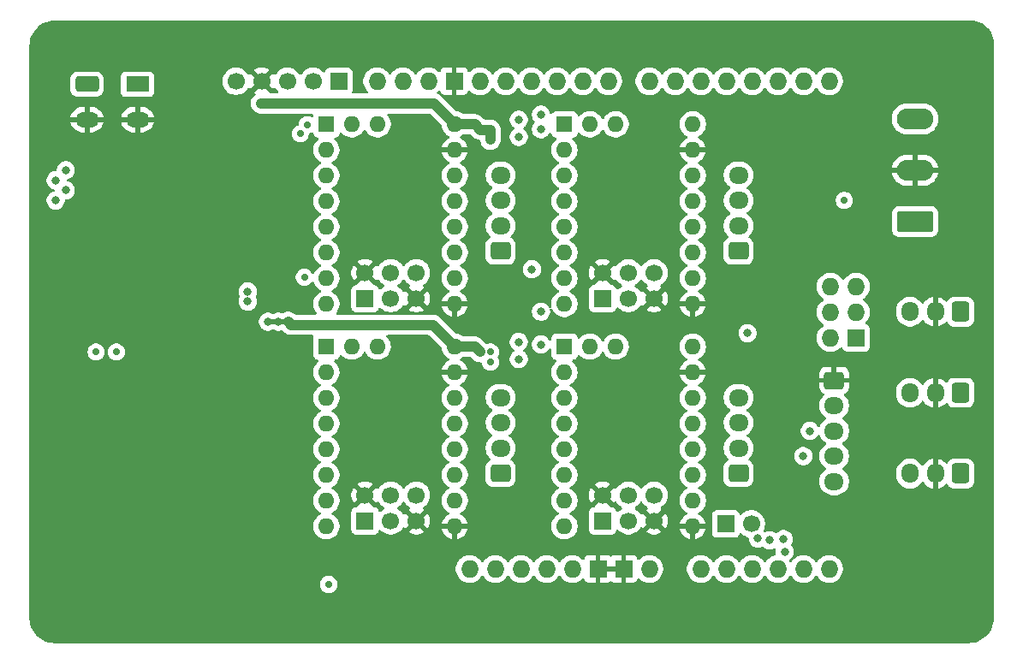
<source format=gbr>
%TF.GenerationSoftware,KiCad,Pcbnew,9.0.6*%
%TF.CreationDate,2026-02-22T19:23:35+01:00*%
%TF.ProjectId,MPC01,4d504330-312e-46b6-9963-61645f706362,V0.1*%
%TF.SameCoordinates,Original*%
%TF.FileFunction,Copper,L2,Inr*%
%TF.FilePolarity,Positive*%
%FSLAX46Y46*%
G04 Gerber Fmt 4.6, Leading zero omitted, Abs format (unit mm)*
G04 Created by KiCad (PCBNEW 9.0.6) date 2026-02-22 19:23:35*
%MOMM*%
%LPD*%
G01*
G04 APERTURE LIST*
G04 Aperture macros list*
%AMRoundRect*
0 Rectangle with rounded corners*
0 $1 Rounding radius*
0 $2 $3 $4 $5 $6 $7 $8 $9 X,Y pos of 4 corners*
0 Add a 4 corners polygon primitive as box body*
4,1,4,$2,$3,$4,$5,$6,$7,$8,$9,$2,$3,0*
0 Add four circle primitives for the rounded corners*
1,1,$1+$1,$2,$3*
1,1,$1+$1,$4,$5*
1,1,$1+$1,$6,$7*
1,1,$1+$1,$8,$9*
0 Add four rect primitives between the rounded corners*
20,1,$1+$1,$2,$3,$4,$5,0*
20,1,$1+$1,$4,$5,$6,$7,0*
20,1,$1+$1,$6,$7,$8,$9,0*
20,1,$1+$1,$8,$9,$2,$3,0*%
G04 Aperture macros list end*
%TA.AperFunction,ComponentPad*%
%ADD10R,1.600000X1.600000*%
%TD*%
%TA.AperFunction,ComponentPad*%
%ADD11O,1.600000X1.600000*%
%TD*%
%TA.AperFunction,ComponentPad*%
%ADD12R,1.700000X1.700000*%
%TD*%
%TA.AperFunction,ComponentPad*%
%ADD13C,1.700000*%
%TD*%
%TA.AperFunction,ComponentPad*%
%ADD14R,2.300000X1.500000*%
%TD*%
%TA.AperFunction,ComponentPad*%
%ADD15RoundRect,0.250001X-0.899999X0.499999X-0.899999X-0.499999X0.899999X-0.499999X0.899999X0.499999X0*%
%TD*%
%TA.AperFunction,ComponentPad*%
%ADD16O,2.300000X1.500000*%
%TD*%
%TA.AperFunction,ComponentPad*%
%ADD17RoundRect,0.249999X1.550001X-0.790001X1.550001X0.790001X-1.550001X0.790001X-1.550001X-0.790001X0*%
%TD*%
%TA.AperFunction,ComponentPad*%
%ADD18O,3.600000X2.080000*%
%TD*%
%TA.AperFunction,ComponentPad*%
%ADD19RoundRect,0.250000X0.600000X0.725000X-0.600000X0.725000X-0.600000X-0.725000X0.600000X-0.725000X0*%
%TD*%
%TA.AperFunction,ComponentPad*%
%ADD20O,1.700000X1.950000*%
%TD*%
%TA.AperFunction,ComponentPad*%
%ADD21RoundRect,0.250000X0.725000X-0.600000X0.725000X0.600000X-0.725000X0.600000X-0.725000X-0.600000X0*%
%TD*%
%TA.AperFunction,ComponentPad*%
%ADD22O,1.950000X1.700000*%
%TD*%
%TA.AperFunction,ComponentPad*%
%ADD23RoundRect,0.250000X-0.725000X0.600000X-0.725000X-0.600000X0.725000X-0.600000X0.725000X0.600000X0*%
%TD*%
%TA.AperFunction,ComponentPad*%
%ADD24O,1.727200X1.727200*%
%TD*%
%TA.AperFunction,ComponentPad*%
%ADD25R,1.727200X1.727200*%
%TD*%
%TA.AperFunction,ViaPad*%
%ADD26C,0.800000*%
%TD*%
%TA.AperFunction,ViaPad*%
%ADD27C,0.700000*%
%TD*%
%TA.AperFunction,Conductor*%
%ADD28C,1.000000*%
%TD*%
%TA.AperFunction,Conductor*%
%ADD29C,0.500000*%
%TD*%
G04 APERTURE END LIST*
D10*
%TO.N,ENABLE*%
%TO.C,A2*%
X93775000Y-53460000D03*
D11*
%TO.N,Net-(A2-MS1)*%
X93775000Y-56000000D03*
%TO.N,Net-(A2-MS2)*%
X93775000Y-58540000D03*
%TO.N,Net-(A2-RX)*%
X93775000Y-61080000D03*
%TO.N,unconnected-(A2-TX-Pad5)*%
X93775000Y-63620000D03*
%TO.N,unconnected-(A2-CLK-Pad6)*%
X93775000Y-66160000D03*
%TO.N,STEP1*%
X93775000Y-68700000D03*
%TO.N,DIR1*%
X93775000Y-71240000D03*
%TO.N,GND*%
X106475000Y-71240000D03*
%TO.N,5V*%
X106475000Y-68700000D03*
%TO.N,Net-(A2-B2)*%
X106475000Y-66160000D03*
%TO.N,Net-(A2-B1)*%
X106475000Y-63620000D03*
%TO.N,Net-(A2-A1)*%
X106475000Y-61080000D03*
%TO.N,Net-(A2-A2)*%
X106475000Y-58540000D03*
%TO.N,GND*%
X106475000Y-56000000D03*
%TO.N,+24V*%
X106475000Y-53460000D03*
%TO.N,unconnected-(A2-DIAG-Pad18)*%
X98850000Y-53460000D03*
%TO.N,unconnected-(A2-VREF-Pad19)*%
X96310000Y-53460000D03*
%TD*%
D12*
%TO.N,5V*%
%TO.C,J9*%
X121100000Y-70700000D03*
D13*
%TO.N,Net-(A3-MS2)*%
X123640000Y-70700000D03*
%TO.N,GND*%
X126180000Y-70700000D03*
X121100000Y-68160000D03*
%TO.N,Net-(A3-MS1)*%
X123640000Y-68160000D03*
%TO.N,5V*%
X126180000Y-68160000D03*
%TD*%
D14*
%TO.N,Net-(J1-Pin_1)*%
%TO.C,J1*%
X75100000Y-49500000D03*
D15*
X70100000Y-49500000D03*
D16*
%TO.N,GND*%
X75100000Y-53000000D03*
X70100000Y-53000000D03*
%TD*%
D17*
%TO.N,Net-(D2-A2)*%
%TO.C,J2*%
X152000000Y-63080000D03*
D18*
%TO.N,GND*%
X152000000Y-58000000D03*
%TO.N,Net-(D2-A1)*%
X152000000Y-52920000D03*
%TD*%
D19*
%TO.N,Net-(J4-Pin_1)*%
%TO.C,J5*%
X156500000Y-80025000D03*
D20*
%TO.N,GND*%
X154000000Y-80025000D03*
%TO.N,EndstopY*%
X151500000Y-80025000D03*
%TD*%
D10*
%TO.N,ENABLE*%
%TO.C,A4*%
X93775000Y-75460000D03*
D11*
%TO.N,Net-(A4-MS1)*%
X93775000Y-78000000D03*
%TO.N,Net-(A4-MS2)*%
X93775000Y-80540000D03*
%TO.N,Net-(A4-RX)*%
X93775000Y-83080000D03*
%TO.N,unconnected-(A4-TX-Pad5)*%
X93775000Y-85620000D03*
%TO.N,unconnected-(A4-CLK-Pad6)*%
X93775000Y-88160000D03*
%TO.N,STEP3*%
X93775000Y-90700000D03*
%TO.N,DIR3*%
X93775000Y-93240000D03*
%TO.N,GND*%
X106475000Y-93240000D03*
%TO.N,5V*%
X106475000Y-90700000D03*
%TO.N,Net-(A4-B2)*%
X106475000Y-88160000D03*
%TO.N,Net-(A4-B1)*%
X106475000Y-85620000D03*
%TO.N,Net-(A4-A1)*%
X106475000Y-83080000D03*
%TO.N,Net-(A4-A2)*%
X106475000Y-80540000D03*
%TO.N,GND*%
X106475000Y-78000000D03*
%TO.N,+24V*%
X106475000Y-75460000D03*
%TO.N,unconnected-(A4-DIAG-Pad18)*%
X98850000Y-75460000D03*
%TO.N,unconnected-(A4-VREF-Pad19)*%
X96310000Y-75460000D03*
%TD*%
D21*
%TO.N,Net-(A4-B2)*%
%TO.C,J14*%
X111000000Y-88000000D03*
D22*
%TO.N,Net-(A4-B1)*%
X111000000Y-85500000D03*
%TO.N,Net-(A4-A1)*%
X111000000Y-83000000D03*
%TO.N,Net-(A4-A2)*%
X111000000Y-80500000D03*
%TD*%
D21*
%TO.N,Net-(A5-B2)*%
%TO.C,J15*%
X134540000Y-88000000D03*
D22*
%TO.N,Net-(A5-B1)*%
X134540000Y-85500000D03*
%TO.N,Net-(A5-A1)*%
X134540000Y-83000000D03*
%TO.N,Net-(A5-A2)*%
X134540000Y-80500000D03*
%TD*%
D21*
%TO.N,Net-(A3-B2)*%
%TO.C,J13*%
X134540000Y-66000000D03*
D22*
%TO.N,Net-(A3-B1)*%
X134540000Y-63500000D03*
%TO.N,Net-(A3-A1)*%
X134540000Y-61000000D03*
%TO.N,Net-(A3-A2)*%
X134540000Y-58500000D03*
%TD*%
D23*
%TO.N,GND*%
%TO.C,J3*%
X144000000Y-78800000D03*
D22*
%TO.N,5V*%
X144000000Y-81300000D03*
%TO.N,Motor1*%
X144000000Y-83800000D03*
%TO.N,Motor2*%
X144000000Y-86300000D03*
%TO.N,unconnected-(J3-Pin_5-Pad5)*%
X144000000Y-88800000D03*
%TD*%
D21*
%TO.N,Net-(A2-B2)*%
%TO.C,J12*%
X111000000Y-66000000D03*
D22*
%TO.N,Net-(A2-B1)*%
X111000000Y-63500000D03*
%TO.N,Net-(A2-A1)*%
X111000000Y-61000000D03*
%TO.N,Net-(A2-A2)*%
X111000000Y-58500000D03*
%TD*%
D12*
%TO.N,Net-(J16-Pin_1)*%
%TO.C,J16*%
X95000000Y-49200000D03*
D13*
%TO.N,Net-(J16-Pin_2)*%
X92460000Y-49200000D03*
%TO.N,+24V*%
X89920000Y-49200000D03*
%TO.N,GND*%
X87380000Y-49200000D03*
%TO.N,5V*%
X84840000Y-49200000D03*
%TD*%
D10*
%TO.N,ENABLE*%
%TO.C,A3*%
X117315000Y-53460000D03*
D11*
%TO.N,Net-(A3-MS1)*%
X117315000Y-56000000D03*
%TO.N,Net-(A3-MS2)*%
X117315000Y-58540000D03*
%TO.N,Net-(A3-RX)*%
X117315000Y-61080000D03*
%TO.N,unconnected-(A3-TX-Pad5)*%
X117315000Y-63620000D03*
%TO.N,unconnected-(A3-CLK-Pad6)*%
X117315000Y-66160000D03*
%TO.N,STEP2*%
X117315000Y-68700000D03*
%TO.N,DIR2*%
X117315000Y-71240000D03*
%TO.N,GND*%
X130015000Y-71240000D03*
%TO.N,5V*%
X130015000Y-68700000D03*
%TO.N,Net-(A3-B2)*%
X130015000Y-66160000D03*
%TO.N,Net-(A3-B1)*%
X130015000Y-63620000D03*
%TO.N,Net-(A3-A1)*%
X130015000Y-61080000D03*
%TO.N,Net-(A3-A2)*%
X130015000Y-58540000D03*
%TO.N,GND*%
X130015000Y-56000000D03*
%TO.N,+24V*%
X130015000Y-53460000D03*
%TO.N,unconnected-(A3-DIAG-Pad18)*%
X122390000Y-53460000D03*
%TO.N,unconnected-(A3-VREF-Pad19)*%
X119850000Y-53460000D03*
%TD*%
D12*
%TO.N,PDNUart*%
%TO.C,J7*%
X133275000Y-93000000D03*
D13*
%TO.N,Net-(J7-Pin_2)*%
X135815000Y-93000000D03*
%TD*%
D12*
%TO.N,5V*%
%TO.C,J8*%
X97600000Y-70700000D03*
D13*
%TO.N,Net-(A2-MS2)*%
X100140000Y-70700000D03*
%TO.N,GND*%
X102680000Y-70700000D03*
X97600000Y-68160000D03*
%TO.N,Net-(A2-MS1)*%
X100140000Y-68160000D03*
%TO.N,5V*%
X102680000Y-68160000D03*
%TD*%
D24*
%TO.N,*%
%TO.C,A1*%
X107940000Y-97460000D03*
%TO.N,+3V3*%
X115560000Y-97460000D03*
%TO.N,unconnected-(A1-5V-Pad5V1)*%
X118100000Y-97460000D03*
%TO.N,unconnected-(A1-SPI_5V-Pad5V2)*%
X146167000Y-69520000D03*
%TO.N,EndstopZ*%
X130800000Y-97460000D03*
%TO.N,EndstopY*%
X133340000Y-97460000D03*
%TO.N,EndstopX*%
X135880000Y-97460000D03*
%TO.N,RS485_DE{slash}RE*%
X138420000Y-97460000D03*
%TO.N,TX*%
X140960000Y-97460000D03*
%TO.N,RX*%
X143500000Y-97460000D03*
%TO.N,unconnected-(A1-PadAREF)*%
X103876000Y-49200000D03*
%TO.N,PGOOD*%
X143500000Y-49200000D03*
%TO.N,ENABLE*%
X140960000Y-49200000D03*
%TO.N,Motor1*%
X138420000Y-49200000D03*
%TO.N,Motor2*%
X135880000Y-49200000D03*
%TO.N,DIR3*%
X133340000Y-49200000D03*
%TO.N,STEP3*%
X130800000Y-49200000D03*
%TO.N,DIR4*%
X128260000Y-49200000D03*
%TO.N,STEP4*%
X125720000Y-49200000D03*
%TO.N,RS485_RX*%
X121656000Y-49200000D03*
%TO.N,RS485_TX*%
X119116000Y-49200000D03*
%TO.N,DIR2*%
X116576000Y-49200000D03*
%TO.N,STEP2*%
X114036000Y-49200000D03*
%TO.N,DIR1*%
X111496000Y-49200000D03*
%TO.N,STEP1*%
X108956000Y-49200000D03*
D25*
%TO.N,GND*%
X106416000Y-49200000D03*
X120640000Y-97460000D03*
X123180000Y-97460000D03*
%TO.N,unconnected-(A1-SPI_GND-PadGND4)*%
X146167000Y-74600000D03*
D24*
%TO.N,unconnected-(A1-IOREF-PadIORF)*%
X110480000Y-97460000D03*
%TO.N,unconnected-(A1-SPI_MISO-PadMISO)*%
X143627000Y-69520000D03*
%TO.N,unconnected-(A1-SPI_MOSI-PadMOSI)*%
X146167000Y-72060000D03*
%TO.N,unconnected-(A1-RESET-PadRST1)*%
X113020000Y-97460000D03*
%TO.N,unconnected-(A1-SPI_RESET-PadRST2)*%
X143627000Y-74600000D03*
%TO.N,unconnected-(A1-SPI_SCK-PadSCK)*%
X143627000Y-72060000D03*
%TO.N,Net-(J16-Pin_1)*%
X98796000Y-49200000D03*
%TO.N,Net-(J16-Pin_2)*%
X101336000Y-49200000D03*
%TO.N,5V*%
X125720000Y-97460000D03*
%TD*%
D19*
%TO.N,Net-(J4-Pin_1)*%
%TO.C,J6*%
X156500000Y-88025000D03*
D20*
%TO.N,GND*%
X154000000Y-88025000D03*
%TO.N,EndstopZ*%
X151500000Y-88025000D03*
%TD*%
D12*
%TO.N,5V*%
%TO.C,J10*%
X97600000Y-92700000D03*
D13*
%TO.N,Net-(A4-MS2)*%
X100140000Y-92700000D03*
%TO.N,GND*%
X102680000Y-92700000D03*
X97600000Y-90160000D03*
%TO.N,Net-(A4-MS1)*%
X100140000Y-90160000D03*
%TO.N,5V*%
X102680000Y-90160000D03*
%TD*%
D10*
%TO.N,ENABLE*%
%TO.C,A5*%
X117315000Y-75460000D03*
D11*
%TO.N,Net-(A5-MS1)*%
X117315000Y-78000000D03*
%TO.N,Net-(A5-MS2)*%
X117315000Y-80540000D03*
%TO.N,Net-(A5-RX)*%
X117315000Y-83080000D03*
%TO.N,unconnected-(A5-TX-Pad5)*%
X117315000Y-85620000D03*
%TO.N,unconnected-(A5-CLK-Pad6)*%
X117315000Y-88160000D03*
%TO.N,STEP4*%
X117315000Y-90700000D03*
%TO.N,DIR4*%
X117315000Y-93240000D03*
%TO.N,GND*%
X130015000Y-93240000D03*
%TO.N,5V*%
X130015000Y-90700000D03*
%TO.N,Net-(A5-B2)*%
X130015000Y-88160000D03*
%TO.N,Net-(A5-B1)*%
X130015000Y-85620000D03*
%TO.N,Net-(A5-A1)*%
X130015000Y-83080000D03*
%TO.N,Net-(A5-A2)*%
X130015000Y-80540000D03*
%TO.N,GND*%
X130015000Y-78000000D03*
%TO.N,+24V*%
X130015000Y-75460000D03*
%TO.N,unconnected-(A5-DIAG-Pad18)*%
X122390000Y-75460000D03*
%TO.N,unconnected-(A5-VREF-Pad19)*%
X119850000Y-75460000D03*
%TD*%
D12*
%TO.N,5V*%
%TO.C,J11*%
X121100000Y-92700000D03*
D13*
%TO.N,Net-(A5-MS2)*%
X123640000Y-92700000D03*
%TO.N,GND*%
X126180000Y-92700000D03*
X121100000Y-90160000D03*
%TO.N,Net-(A5-MS1)*%
X123640000Y-90160000D03*
%TO.N,5V*%
X126180000Y-90160000D03*
%TD*%
D19*
%TO.N,Net-(J4-Pin_1)*%
%TO.C,J4*%
X156500000Y-72000000D03*
D20*
%TO.N,GND*%
X154000000Y-72000000D03*
%TO.N,EndstopX*%
X151500000Y-72000000D03*
%TD*%
D26*
%TO.N,STEP2*%
X114100000Y-67800000D03*
D27*
%TO.N,GND*%
X144400000Y-60000000D03*
X145100000Y-63100000D03*
X143000000Y-51000000D03*
D26*
X82000000Y-71000000D03*
X86000000Y-96000000D03*
X75000000Y-69976636D03*
X82000000Y-70000000D03*
X75000000Y-71000000D03*
X84000000Y-96000000D03*
%TO.N,DIR4*%
X137625000Y-94625000D03*
%TO.N,STEP3*%
X139000000Y-94500000D03*
D27*
%TO.N,PGOOD*%
X94000000Y-99000000D03*
%TO.N,STEP1*%
X91600000Y-68600000D03*
X91200000Y-54400000D03*
D26*
%TO.N,Motor2*%
X140950000Y-86300000D03*
%TO.N,DIR3*%
X139100000Y-95750000D03*
D27*
%TO.N,DIR1*%
X91900000Y-53500000D03*
D26*
%TO.N,Motor1*%
X141600000Y-83800000D03*
D27*
%TO.N,5V*%
X71000000Y-76000000D03*
X145000000Y-61000000D03*
X73000000Y-76000000D03*
D26*
%TO.N,STEP4*%
X136450000Y-94448000D03*
%TO.N,+24V*%
X68000000Y-58000000D03*
X86000000Y-71000000D03*
D27*
X110000000Y-54000000D03*
D26*
X68000000Y-60000000D03*
X90000000Y-73000000D03*
D27*
X109000000Y-76000000D03*
D26*
X89000000Y-73000000D03*
X86000000Y-70000000D03*
D27*
X109000000Y-54000000D03*
D26*
X88000000Y-73000000D03*
D27*
X110000000Y-76000000D03*
X110000000Y-77000000D03*
D26*
X67000000Y-59000000D03*
D27*
X110000000Y-55000000D03*
X87300000Y-51400000D03*
X88800000Y-51400000D03*
D26*
X67000000Y-61000000D03*
%TO.N,ENABLE*%
X115000000Y-52500000D03*
X115000000Y-75250000D03*
X115000000Y-53950000D03*
X115000000Y-72000000D03*
%TO.N,PDNUart*%
X112800000Y-54700000D03*
X112800000Y-53000000D03*
X112800000Y-75000000D03*
X112800000Y-76700000D03*
X135425000Y-74125000D03*
%TD*%
D28*
%TO.N,+24V*%
X88800000Y-51400000D02*
X87300000Y-51400000D01*
X90300000Y-73300000D02*
X90000000Y-73000000D01*
X104315000Y-73300000D02*
X90300000Y-73300000D01*
X106475000Y-75460000D02*
X108460000Y-75460000D01*
X106475000Y-75460000D02*
X104315000Y-73300000D01*
X108460000Y-75460000D02*
X109000000Y-76000000D01*
D29*
X90000000Y-73000000D02*
X89000000Y-73000000D01*
D28*
X104415000Y-51400000D02*
X88800000Y-51400000D01*
X108460000Y-53460000D02*
X109000000Y-54000000D01*
X106475000Y-53460000D02*
X108460000Y-53460000D01*
X110000000Y-54000000D02*
X110000000Y-55000000D01*
D29*
X89000000Y-73000000D02*
X88000000Y-73000000D01*
D28*
X109000000Y-54000000D02*
X110000000Y-54000000D01*
X106475000Y-53460000D02*
X104415000Y-51400000D01*
%TD*%
%TA.AperFunction,Conductor*%
%TO.N,GND*%
G36*
X122706619Y-97263919D02*
G01*
X122672000Y-97393120D01*
X122672000Y-97526880D01*
X122706619Y-97656081D01*
X122737749Y-97710000D01*
X121082251Y-97710000D01*
X121113381Y-97656081D01*
X121148000Y-97526880D01*
X121148000Y-97393120D01*
X121113381Y-97263919D01*
X121082251Y-97210000D01*
X122737749Y-97210000D01*
X122706619Y-97263919D01*
G37*
%TD.AperFunction*%
%TA.AperFunction,Conductor*%
G36*
X88495270Y-49961717D02*
G01*
X88495270Y-49961716D01*
X88534622Y-49907555D01*
X88539232Y-49898507D01*
X88587205Y-49847709D01*
X88655025Y-49830912D01*
X88721161Y-49853447D01*
X88760204Y-49898504D01*
X88764949Y-49907817D01*
X88889890Y-50079786D01*
X88997923Y-50187819D01*
X89031408Y-50249142D01*
X89026424Y-50318834D01*
X88984552Y-50374767D01*
X88919088Y-50399184D01*
X88910242Y-50399500D01*
X88269231Y-50399500D01*
X88202192Y-50379815D01*
X88175773Y-50349326D01*
X87509408Y-49682962D01*
X87572993Y-49665925D01*
X87687007Y-49600099D01*
X87780099Y-49507007D01*
X87845925Y-49392993D01*
X87862962Y-49329408D01*
X88495270Y-49961717D01*
G37*
%TD.AperFunction*%
%TA.AperFunction,Conductor*%
G36*
X101481444Y-90813999D02*
G01*
X101520486Y-90859056D01*
X101524951Y-90867820D01*
X101649890Y-91039786D01*
X101800213Y-91190109D01*
X101972179Y-91315048D01*
X101972181Y-91315049D01*
X101972184Y-91315051D01*
X101981493Y-91319794D01*
X102032290Y-91367766D01*
X102049087Y-91435587D01*
X102026552Y-91501722D01*
X101981505Y-91540760D01*
X101972446Y-91545376D01*
X101972440Y-91545380D01*
X101918282Y-91584727D01*
X101918282Y-91584728D01*
X102550591Y-92217037D01*
X102487007Y-92234075D01*
X102372993Y-92299901D01*
X102279901Y-92392993D01*
X102214075Y-92507007D01*
X102197037Y-92570591D01*
X101564728Y-91938282D01*
X101564727Y-91938282D01*
X101525380Y-91992440D01*
X101525376Y-91992446D01*
X101520760Y-92001505D01*
X101472781Y-92052297D01*
X101404959Y-92069087D01*
X101338826Y-92046543D01*
X101299794Y-92001493D01*
X101295051Y-91992184D01*
X101295049Y-91992181D01*
X101295048Y-91992179D01*
X101170109Y-91820213D01*
X101019786Y-91669890D01*
X100847820Y-91544951D01*
X100839600Y-91540763D01*
X100839054Y-91540485D01*
X100788259Y-91492512D01*
X100771463Y-91424692D01*
X100793999Y-91358556D01*
X100839054Y-91319515D01*
X100847816Y-91315051D01*
X101007241Y-91199223D01*
X101019786Y-91190109D01*
X101019788Y-91190106D01*
X101019792Y-91190104D01*
X101170104Y-91039792D01*
X101170106Y-91039788D01*
X101170109Y-91039786D01*
X101295048Y-90867820D01*
X101295050Y-90867817D01*
X101295051Y-90867816D01*
X101299514Y-90859054D01*
X101347488Y-90808259D01*
X101415308Y-90791463D01*
X101481444Y-90813999D01*
G37*
%TD.AperFunction*%
%TA.AperFunction,Conductor*%
G36*
X98715270Y-90921717D02*
G01*
X98715270Y-90921716D01*
X98754622Y-90867555D01*
X98759232Y-90858507D01*
X98807205Y-90807709D01*
X98875025Y-90790912D01*
X98941161Y-90813447D01*
X98980204Y-90858504D01*
X98984949Y-90867817D01*
X99109890Y-91039786D01*
X99260213Y-91190109D01*
X99432182Y-91315050D01*
X99440946Y-91319516D01*
X99491742Y-91367491D01*
X99508536Y-91435312D01*
X99485998Y-91501447D01*
X99440946Y-91540484D01*
X99432182Y-91544949D01*
X99260215Y-91669889D01*
X99146673Y-91783431D01*
X99085350Y-91816915D01*
X99015658Y-91811931D01*
X98959725Y-91770059D01*
X98942810Y-91739082D01*
X98893797Y-91607671D01*
X98893793Y-91607664D01*
X98807547Y-91492455D01*
X98807544Y-91492452D01*
X98692335Y-91406206D01*
X98692328Y-91406202D01*
X98557482Y-91355908D01*
X98557483Y-91355908D01*
X98497883Y-91349501D01*
X98497881Y-91349500D01*
X98497873Y-91349500D01*
X98497865Y-91349500D01*
X98487309Y-91349500D01*
X98420270Y-91329815D01*
X98399628Y-91313181D01*
X97729408Y-90642962D01*
X97792993Y-90625925D01*
X97907007Y-90560099D01*
X98000099Y-90467007D01*
X98065925Y-90352993D01*
X98082962Y-90289409D01*
X98715270Y-90921717D01*
G37*
%TD.AperFunction*%
%TA.AperFunction,Conductor*%
G36*
X124981444Y-90813999D02*
G01*
X125020486Y-90859056D01*
X125024951Y-90867820D01*
X125149890Y-91039786D01*
X125300213Y-91190109D01*
X125472179Y-91315048D01*
X125472181Y-91315049D01*
X125472184Y-91315051D01*
X125481493Y-91319794D01*
X125532290Y-91367766D01*
X125549087Y-91435587D01*
X125526552Y-91501722D01*
X125481505Y-91540760D01*
X125472446Y-91545376D01*
X125472440Y-91545380D01*
X125418282Y-91584727D01*
X125418282Y-91584728D01*
X126050591Y-92217037D01*
X125987007Y-92234075D01*
X125872993Y-92299901D01*
X125779901Y-92392993D01*
X125714075Y-92507007D01*
X125697037Y-92570591D01*
X125064728Y-91938282D01*
X125064727Y-91938282D01*
X125025380Y-91992440D01*
X125025376Y-91992446D01*
X125020760Y-92001505D01*
X124972781Y-92052297D01*
X124904959Y-92069087D01*
X124838826Y-92046543D01*
X124799794Y-92001493D01*
X124795051Y-91992184D01*
X124795049Y-91992181D01*
X124795048Y-91992179D01*
X124670109Y-91820213D01*
X124519786Y-91669890D01*
X124347820Y-91544951D01*
X124339600Y-91540763D01*
X124339054Y-91540485D01*
X124288259Y-91492512D01*
X124271463Y-91424692D01*
X124293999Y-91358556D01*
X124339054Y-91319515D01*
X124347816Y-91315051D01*
X124507241Y-91199223D01*
X124519786Y-91190109D01*
X124519788Y-91190106D01*
X124519792Y-91190104D01*
X124670104Y-91039792D01*
X124670106Y-91039788D01*
X124670109Y-91039786D01*
X124795048Y-90867820D01*
X124795050Y-90867817D01*
X124795051Y-90867816D01*
X124799514Y-90859054D01*
X124847488Y-90808259D01*
X124915308Y-90791463D01*
X124981444Y-90813999D01*
G37*
%TD.AperFunction*%
%TA.AperFunction,Conductor*%
G36*
X122215270Y-90921717D02*
G01*
X122215270Y-90921716D01*
X122254622Y-90867555D01*
X122259232Y-90858507D01*
X122307205Y-90807709D01*
X122375025Y-90790912D01*
X122441161Y-90813447D01*
X122480204Y-90858504D01*
X122484949Y-90867817D01*
X122609890Y-91039786D01*
X122760213Y-91190109D01*
X122932182Y-91315050D01*
X122940946Y-91319516D01*
X122991742Y-91367491D01*
X123008536Y-91435312D01*
X122985998Y-91501447D01*
X122940946Y-91540484D01*
X122932182Y-91544949D01*
X122760215Y-91669889D01*
X122646673Y-91783431D01*
X122585350Y-91816915D01*
X122515658Y-91811931D01*
X122459725Y-91770059D01*
X122442810Y-91739082D01*
X122393797Y-91607671D01*
X122393793Y-91607664D01*
X122307547Y-91492455D01*
X122307544Y-91492452D01*
X122192335Y-91406206D01*
X122192328Y-91406202D01*
X122057482Y-91355908D01*
X122057483Y-91355908D01*
X121997883Y-91349501D01*
X121997881Y-91349500D01*
X121997873Y-91349500D01*
X121997865Y-91349500D01*
X121987309Y-91349500D01*
X121920270Y-91329815D01*
X121899628Y-91313181D01*
X121229408Y-90642962D01*
X121292993Y-90625925D01*
X121407007Y-90560099D01*
X121500099Y-90467007D01*
X121565925Y-90352993D01*
X121582962Y-90289408D01*
X122215270Y-90921717D01*
G37*
%TD.AperFunction*%
%TA.AperFunction,Conductor*%
G36*
X101481444Y-68813999D02*
G01*
X101520484Y-68859054D01*
X101524591Y-68867115D01*
X101524951Y-68867820D01*
X101649890Y-69039786D01*
X101800213Y-69190109D01*
X101972179Y-69315048D01*
X101972181Y-69315049D01*
X101972184Y-69315051D01*
X101981493Y-69319794D01*
X102032290Y-69367766D01*
X102049087Y-69435587D01*
X102026552Y-69501722D01*
X101981505Y-69540760D01*
X101972446Y-69545376D01*
X101972440Y-69545380D01*
X101918282Y-69584727D01*
X101918282Y-69584728D01*
X102550591Y-70217037D01*
X102487007Y-70234075D01*
X102372993Y-70299901D01*
X102279901Y-70392993D01*
X102214075Y-70507007D01*
X102197037Y-70570591D01*
X101564728Y-69938282D01*
X101564727Y-69938282D01*
X101525380Y-69992440D01*
X101525376Y-69992446D01*
X101520760Y-70001505D01*
X101472781Y-70052297D01*
X101404959Y-70069087D01*
X101338826Y-70046543D01*
X101299794Y-70001493D01*
X101295051Y-69992184D01*
X101295049Y-69992181D01*
X101295048Y-69992179D01*
X101170109Y-69820213D01*
X101019786Y-69669890D01*
X100847820Y-69544951D01*
X100839600Y-69540763D01*
X100839054Y-69540485D01*
X100788259Y-69492512D01*
X100771463Y-69424692D01*
X100793999Y-69358556D01*
X100839054Y-69319515D01*
X100847816Y-69315051D01*
X100922726Y-69260626D01*
X101019786Y-69190109D01*
X101019788Y-69190106D01*
X101019792Y-69190104D01*
X101170104Y-69039792D01*
X101170106Y-69039788D01*
X101170109Y-69039786D01*
X101295048Y-68867820D01*
X101295050Y-68867817D01*
X101295051Y-68867816D01*
X101299514Y-68859054D01*
X101347488Y-68808259D01*
X101415308Y-68791463D01*
X101481444Y-68813999D01*
G37*
%TD.AperFunction*%
%TA.AperFunction,Conductor*%
G36*
X98715270Y-68921717D02*
G01*
X98715270Y-68921716D01*
X98754622Y-68867555D01*
X98759232Y-68858507D01*
X98807205Y-68807709D01*
X98875025Y-68790912D01*
X98941161Y-68813447D01*
X98980204Y-68858504D01*
X98984949Y-68867817D01*
X99109890Y-69039786D01*
X99260213Y-69190109D01*
X99432182Y-69315050D01*
X99440946Y-69319516D01*
X99491742Y-69367491D01*
X99508536Y-69435312D01*
X99485998Y-69501447D01*
X99440946Y-69540484D01*
X99432182Y-69544949D01*
X99260215Y-69669889D01*
X99146673Y-69783431D01*
X99085350Y-69816915D01*
X99015658Y-69811931D01*
X98959725Y-69770059D01*
X98942810Y-69739082D01*
X98893797Y-69607671D01*
X98893793Y-69607664D01*
X98807547Y-69492455D01*
X98807544Y-69492452D01*
X98692335Y-69406206D01*
X98692328Y-69406202D01*
X98557482Y-69355908D01*
X98557483Y-69355908D01*
X98497883Y-69349501D01*
X98497881Y-69349500D01*
X98497873Y-69349500D01*
X98497865Y-69349500D01*
X98487309Y-69349500D01*
X98420270Y-69329815D01*
X98399628Y-69313181D01*
X97729408Y-68642962D01*
X97792993Y-68625925D01*
X97907007Y-68560099D01*
X98000099Y-68467007D01*
X98065925Y-68352993D01*
X98082962Y-68289409D01*
X98715270Y-68921717D01*
G37*
%TD.AperFunction*%
%TA.AperFunction,Conductor*%
G36*
X124981444Y-68813999D02*
G01*
X125020484Y-68859054D01*
X125024591Y-68867115D01*
X125024951Y-68867820D01*
X125149890Y-69039786D01*
X125300213Y-69190109D01*
X125472179Y-69315048D01*
X125472181Y-69315049D01*
X125472184Y-69315051D01*
X125481493Y-69319794D01*
X125532290Y-69367766D01*
X125549087Y-69435587D01*
X125526552Y-69501722D01*
X125481505Y-69540760D01*
X125472446Y-69545376D01*
X125472440Y-69545380D01*
X125418282Y-69584727D01*
X125418282Y-69584728D01*
X126050591Y-70217037D01*
X125987007Y-70234075D01*
X125872993Y-70299901D01*
X125779901Y-70392993D01*
X125714075Y-70507007D01*
X125697037Y-70570591D01*
X125064728Y-69938282D01*
X125064727Y-69938282D01*
X125025380Y-69992440D01*
X125025376Y-69992446D01*
X125020760Y-70001505D01*
X124972781Y-70052297D01*
X124904959Y-70069087D01*
X124838826Y-70046543D01*
X124799794Y-70001493D01*
X124795051Y-69992184D01*
X124795049Y-69992181D01*
X124795048Y-69992179D01*
X124670109Y-69820213D01*
X124519786Y-69669890D01*
X124347820Y-69544951D01*
X124339600Y-69540763D01*
X124339054Y-69540485D01*
X124288259Y-69492512D01*
X124271463Y-69424692D01*
X124293999Y-69358556D01*
X124339054Y-69319515D01*
X124347816Y-69315051D01*
X124422726Y-69260626D01*
X124519786Y-69190109D01*
X124519788Y-69190106D01*
X124519792Y-69190104D01*
X124670104Y-69039792D01*
X124670106Y-69039788D01*
X124670109Y-69039786D01*
X124795048Y-68867820D01*
X124795050Y-68867817D01*
X124795051Y-68867816D01*
X124799514Y-68859054D01*
X124847488Y-68808259D01*
X124915308Y-68791463D01*
X124981444Y-68813999D01*
G37*
%TD.AperFunction*%
%TA.AperFunction,Conductor*%
G36*
X122215270Y-68921717D02*
G01*
X122215270Y-68921716D01*
X122254622Y-68867555D01*
X122259232Y-68858507D01*
X122307205Y-68807709D01*
X122375025Y-68790912D01*
X122441161Y-68813447D01*
X122480204Y-68858504D01*
X122484949Y-68867817D01*
X122609890Y-69039786D01*
X122760213Y-69190109D01*
X122932182Y-69315050D01*
X122940946Y-69319516D01*
X122991742Y-69367491D01*
X123008536Y-69435312D01*
X122985998Y-69501447D01*
X122940946Y-69540484D01*
X122932182Y-69544949D01*
X122760215Y-69669889D01*
X122646673Y-69783431D01*
X122585350Y-69816915D01*
X122515658Y-69811931D01*
X122459725Y-69770059D01*
X122442810Y-69739082D01*
X122393797Y-69607671D01*
X122393793Y-69607664D01*
X122307547Y-69492455D01*
X122307544Y-69492452D01*
X122192335Y-69406206D01*
X122192328Y-69406202D01*
X122057482Y-69355908D01*
X122057483Y-69355908D01*
X121997883Y-69349501D01*
X121997881Y-69349500D01*
X121997873Y-69349500D01*
X121997865Y-69349500D01*
X121987309Y-69349500D01*
X121920270Y-69329815D01*
X121899628Y-69313181D01*
X121229408Y-68642962D01*
X121292993Y-68625925D01*
X121407007Y-68560099D01*
X121500099Y-68467007D01*
X121565925Y-68352993D01*
X121582962Y-68289408D01*
X122215270Y-68921717D01*
G37*
%TD.AperFunction*%
%TA.AperFunction,Conductor*%
G36*
X157589523Y-43200726D02*
G01*
X157623814Y-43202800D01*
X157845138Y-43216186D01*
X157859996Y-43217990D01*
X158108185Y-43263471D01*
X158122718Y-43267053D01*
X158363635Y-43342124D01*
X158377623Y-43347431D01*
X158607714Y-43450987D01*
X158620973Y-43457945D01*
X158836903Y-43588479D01*
X158849226Y-43596985D01*
X159047852Y-43752597D01*
X159059060Y-43762527D01*
X159237472Y-43940939D01*
X159247402Y-43952147D01*
X159403014Y-44150773D01*
X159411520Y-44163096D01*
X159542054Y-44379026D01*
X159549012Y-44392285D01*
X159652568Y-44622376D01*
X159657879Y-44636377D01*
X159732945Y-44877278D01*
X159736528Y-44891817D01*
X159782008Y-45140000D01*
X159783813Y-45154864D01*
X159799273Y-45410458D01*
X159799499Y-45417945D01*
X159799500Y-102253011D01*
X159799500Y-102289143D01*
X159799274Y-102296630D01*
X159781677Y-102587547D01*
X159779872Y-102602411D01*
X159728015Y-102885389D01*
X159724431Y-102899928D01*
X159638846Y-103174581D01*
X159633537Y-103188582D01*
X159515462Y-103450934D01*
X159508503Y-103464193D01*
X159359672Y-103710391D01*
X159351166Y-103722714D01*
X159173740Y-103949181D01*
X159163810Y-103960389D01*
X158960389Y-104163810D01*
X158949181Y-104173740D01*
X158722714Y-104351166D01*
X158710391Y-104359672D01*
X158464193Y-104508503D01*
X158450934Y-104515462D01*
X158188582Y-104633537D01*
X158174581Y-104638846D01*
X157899928Y-104724431D01*
X157885389Y-104728015D01*
X157602411Y-104779872D01*
X157587547Y-104781677D01*
X157296630Y-104799274D01*
X157289143Y-104799500D01*
X66917964Y-104799500D01*
X66910477Y-104799274D01*
X66619558Y-104781677D01*
X66604694Y-104779872D01*
X66321722Y-104728017D01*
X66307184Y-104724434D01*
X66032515Y-104638846D01*
X66018513Y-104633535D01*
X65756169Y-104515463D01*
X65742910Y-104508505D01*
X65496711Y-104359673D01*
X65484388Y-104351167D01*
X65257921Y-104173743D01*
X65246713Y-104163813D01*
X65043291Y-103960391D01*
X65033362Y-103949184D01*
X64855935Y-103722717D01*
X64847432Y-103710399D01*
X64698596Y-103464193D01*
X64691638Y-103450936D01*
X64573563Y-103188584D01*
X64568257Y-103174593D01*
X64482665Y-102899919D01*
X64479084Y-102885390D01*
X64427227Y-102602411D01*
X64425422Y-102587546D01*
X64417476Y-102456181D01*
X64407833Y-102296744D01*
X64407607Y-102289258D01*
X64407607Y-98916228D01*
X93149500Y-98916228D01*
X93149500Y-99083771D01*
X93182182Y-99248074D01*
X93182184Y-99248082D01*
X93246295Y-99402860D01*
X93339373Y-99542162D01*
X93457837Y-99660626D01*
X93550494Y-99722537D01*
X93597137Y-99753703D01*
X93751918Y-99817816D01*
X93916228Y-99850499D01*
X93916232Y-99850500D01*
X93916233Y-99850500D01*
X94083768Y-99850500D01*
X94083769Y-99850499D01*
X94248082Y-99817816D01*
X94402863Y-99753703D01*
X94542162Y-99660626D01*
X94660626Y-99542162D01*
X94753703Y-99402863D01*
X94817816Y-99248082D01*
X94850500Y-99083767D01*
X94850500Y-98916233D01*
X94817816Y-98751918D01*
X94753703Y-98597137D01*
X94689115Y-98500474D01*
X94660626Y-98457837D01*
X94542162Y-98339373D01*
X94402860Y-98246295D01*
X94248082Y-98182184D01*
X94248074Y-98182182D01*
X94083771Y-98149500D01*
X94083767Y-98149500D01*
X93916233Y-98149500D01*
X93916228Y-98149500D01*
X93751925Y-98182182D01*
X93751917Y-98182184D01*
X93597139Y-98246295D01*
X93457837Y-98339373D01*
X93339373Y-98457837D01*
X93246295Y-98597139D01*
X93182184Y-98751917D01*
X93182182Y-98751925D01*
X93149500Y-98916228D01*
X64407607Y-98916228D01*
X64407607Y-97352643D01*
X106575900Y-97352643D01*
X106575900Y-97567356D01*
X106609489Y-97779428D01*
X106675837Y-97983630D01*
X106675838Y-97983633D01*
X106771308Y-98171002D01*
X106773317Y-98174944D01*
X106899523Y-98348651D01*
X107051349Y-98500477D01*
X107225056Y-98626683D01*
X107318888Y-98674492D01*
X107416366Y-98724161D01*
X107416369Y-98724162D01*
X107518470Y-98757336D01*
X107620573Y-98790511D01*
X107832643Y-98824100D01*
X107832644Y-98824100D01*
X108047356Y-98824100D01*
X108047357Y-98824100D01*
X108259427Y-98790511D01*
X108463633Y-98724161D01*
X108654944Y-98626683D01*
X108828651Y-98500477D01*
X108980477Y-98348651D01*
X109106683Y-98174944D01*
X109106683Y-98174943D01*
X109109547Y-98171002D01*
X109111478Y-98172405D01*
X109155927Y-98132078D01*
X109224840Y-98120558D01*
X109289042Y-98148125D01*
X109309478Y-98171709D01*
X109310453Y-98171002D01*
X109313316Y-98174943D01*
X109313317Y-98174944D01*
X109439523Y-98348651D01*
X109591349Y-98500477D01*
X109765056Y-98626683D01*
X109858888Y-98674492D01*
X109956366Y-98724161D01*
X109956369Y-98724162D01*
X110058470Y-98757336D01*
X110160573Y-98790511D01*
X110372643Y-98824100D01*
X110372644Y-98824100D01*
X110587356Y-98824100D01*
X110587357Y-98824100D01*
X110799427Y-98790511D01*
X111003633Y-98724161D01*
X111194944Y-98626683D01*
X111368651Y-98500477D01*
X111520477Y-98348651D01*
X111646683Y-98174944D01*
X111646683Y-98174943D01*
X111649547Y-98171002D01*
X111651478Y-98172405D01*
X111695927Y-98132078D01*
X111764840Y-98120558D01*
X111829042Y-98148125D01*
X111849478Y-98171709D01*
X111850453Y-98171002D01*
X111853316Y-98174943D01*
X111853317Y-98174944D01*
X111979523Y-98348651D01*
X112131349Y-98500477D01*
X112305056Y-98626683D01*
X112398888Y-98674492D01*
X112496366Y-98724161D01*
X112496369Y-98724162D01*
X112598470Y-98757336D01*
X112700573Y-98790511D01*
X112912643Y-98824100D01*
X112912644Y-98824100D01*
X113127356Y-98824100D01*
X113127357Y-98824100D01*
X113339427Y-98790511D01*
X113543633Y-98724161D01*
X113734944Y-98626683D01*
X113908651Y-98500477D01*
X114060477Y-98348651D01*
X114186683Y-98174944D01*
X114186683Y-98174943D01*
X114189547Y-98171002D01*
X114191478Y-98172405D01*
X114235927Y-98132078D01*
X114304840Y-98120558D01*
X114369042Y-98148125D01*
X114389478Y-98171709D01*
X114390453Y-98171002D01*
X114393316Y-98174943D01*
X114393317Y-98174944D01*
X114519523Y-98348651D01*
X114671349Y-98500477D01*
X114845056Y-98626683D01*
X114938888Y-98674492D01*
X115036366Y-98724161D01*
X115036369Y-98724162D01*
X115138470Y-98757336D01*
X115240573Y-98790511D01*
X115452643Y-98824100D01*
X115452644Y-98824100D01*
X115667356Y-98824100D01*
X115667357Y-98824100D01*
X115879427Y-98790511D01*
X116083633Y-98724161D01*
X116274944Y-98626683D01*
X116448651Y-98500477D01*
X116600477Y-98348651D01*
X116726683Y-98174944D01*
X116726683Y-98174943D01*
X116729547Y-98171002D01*
X116731478Y-98172405D01*
X116775927Y-98132078D01*
X116844840Y-98120558D01*
X116909042Y-98148125D01*
X116929478Y-98171709D01*
X116930453Y-98171002D01*
X116933316Y-98174943D01*
X116933317Y-98174944D01*
X117059523Y-98348651D01*
X117211349Y-98500477D01*
X117385056Y-98626683D01*
X117478888Y-98674492D01*
X117576366Y-98724161D01*
X117576369Y-98724162D01*
X117678470Y-98757336D01*
X117780573Y-98790511D01*
X117992643Y-98824100D01*
X117992644Y-98824100D01*
X118207356Y-98824100D01*
X118207357Y-98824100D01*
X118419427Y-98790511D01*
X118623633Y-98724161D01*
X118814944Y-98626683D01*
X118988651Y-98500477D01*
X119085342Y-98403785D01*
X119146661Y-98370303D01*
X119216353Y-98375287D01*
X119272287Y-98417158D01*
X119289202Y-98448136D01*
X119333045Y-98565686D01*
X119333049Y-98565693D01*
X119419209Y-98680787D01*
X119419212Y-98680790D01*
X119534306Y-98766950D01*
X119534313Y-98766954D01*
X119669020Y-98817196D01*
X119669027Y-98817198D01*
X119728555Y-98823599D01*
X119728572Y-98823600D01*
X120390000Y-98823600D01*
X120390000Y-97902251D01*
X120443919Y-97933381D01*
X120573120Y-97968000D01*
X120706880Y-97968000D01*
X120836081Y-97933381D01*
X120890000Y-97902251D01*
X120890000Y-98823600D01*
X121551428Y-98823600D01*
X121551444Y-98823599D01*
X121610972Y-98817198D01*
X121610979Y-98817196D01*
X121745686Y-98766954D01*
X121745689Y-98766952D01*
X121835688Y-98699579D01*
X121901152Y-98675161D01*
X121969426Y-98690012D01*
X121984312Y-98699579D01*
X122074310Y-98766952D01*
X122074313Y-98766954D01*
X122209020Y-98817196D01*
X122209027Y-98817198D01*
X122268555Y-98823599D01*
X122268572Y-98823600D01*
X122930000Y-98823600D01*
X122930000Y-97902251D01*
X122983919Y-97933381D01*
X123113120Y-97968000D01*
X123246880Y-97968000D01*
X123376081Y-97933381D01*
X123430000Y-97902251D01*
X123430000Y-98823600D01*
X124091428Y-98823600D01*
X124091444Y-98823599D01*
X124150972Y-98817198D01*
X124150979Y-98817196D01*
X124285686Y-98766954D01*
X124285693Y-98766950D01*
X124400787Y-98680790D01*
X124400790Y-98680787D01*
X124486950Y-98565693D01*
X124486955Y-98565684D01*
X124530797Y-98448137D01*
X124572668Y-98392203D01*
X124638132Y-98367785D01*
X124706405Y-98382636D01*
X124734660Y-98403788D01*
X124831349Y-98500477D01*
X125005056Y-98626683D01*
X125098888Y-98674492D01*
X125196366Y-98724161D01*
X125196369Y-98724162D01*
X125298470Y-98757336D01*
X125400573Y-98790511D01*
X125612643Y-98824100D01*
X125612644Y-98824100D01*
X125827356Y-98824100D01*
X125827357Y-98824100D01*
X126039427Y-98790511D01*
X126243633Y-98724161D01*
X126434944Y-98626683D01*
X126608651Y-98500477D01*
X126760477Y-98348651D01*
X126886683Y-98174944D01*
X126984161Y-97983633D01*
X127050511Y-97779427D01*
X127084100Y-97567357D01*
X127084100Y-97352643D01*
X129435900Y-97352643D01*
X129435900Y-97567356D01*
X129469489Y-97779428D01*
X129535837Y-97983630D01*
X129535838Y-97983633D01*
X129631308Y-98171002D01*
X129633317Y-98174944D01*
X129759523Y-98348651D01*
X129911349Y-98500477D01*
X130085056Y-98626683D01*
X130178888Y-98674492D01*
X130276366Y-98724161D01*
X130276369Y-98724162D01*
X130378470Y-98757336D01*
X130480573Y-98790511D01*
X130692643Y-98824100D01*
X130692644Y-98824100D01*
X130907356Y-98824100D01*
X130907357Y-98824100D01*
X131119427Y-98790511D01*
X131323633Y-98724161D01*
X131514944Y-98626683D01*
X131688651Y-98500477D01*
X131840477Y-98348651D01*
X131966683Y-98174944D01*
X131966683Y-98174943D01*
X131969547Y-98171002D01*
X131971478Y-98172405D01*
X132015927Y-98132078D01*
X132084840Y-98120558D01*
X132149042Y-98148125D01*
X132169478Y-98171709D01*
X132170453Y-98171002D01*
X132173316Y-98174943D01*
X132173317Y-98174944D01*
X132299523Y-98348651D01*
X132451349Y-98500477D01*
X132625056Y-98626683D01*
X132718888Y-98674492D01*
X132816366Y-98724161D01*
X132816369Y-98724162D01*
X132918470Y-98757336D01*
X133020573Y-98790511D01*
X133232643Y-98824100D01*
X133232644Y-98824100D01*
X133447356Y-98824100D01*
X133447357Y-98824100D01*
X133659427Y-98790511D01*
X133863633Y-98724161D01*
X134054944Y-98626683D01*
X134228651Y-98500477D01*
X134380477Y-98348651D01*
X134506683Y-98174944D01*
X134506683Y-98174943D01*
X134509547Y-98171002D01*
X134511478Y-98172405D01*
X134555927Y-98132078D01*
X134624840Y-98120558D01*
X134689042Y-98148125D01*
X134709478Y-98171709D01*
X134710453Y-98171002D01*
X134713316Y-98174943D01*
X134713317Y-98174944D01*
X134839523Y-98348651D01*
X134991349Y-98500477D01*
X135165056Y-98626683D01*
X135258888Y-98674492D01*
X135356366Y-98724161D01*
X135356369Y-98724162D01*
X135458470Y-98757336D01*
X135560573Y-98790511D01*
X135772643Y-98824100D01*
X135772644Y-98824100D01*
X135987356Y-98824100D01*
X135987357Y-98824100D01*
X136199427Y-98790511D01*
X136403633Y-98724161D01*
X136594944Y-98626683D01*
X136768651Y-98500477D01*
X136920477Y-98348651D01*
X137046683Y-98174944D01*
X137046683Y-98174943D01*
X137049547Y-98171002D01*
X137051478Y-98172405D01*
X137095927Y-98132078D01*
X137164840Y-98120558D01*
X137229042Y-98148125D01*
X137249478Y-98171709D01*
X137250453Y-98171002D01*
X137253316Y-98174943D01*
X137253317Y-98174944D01*
X137379523Y-98348651D01*
X137531349Y-98500477D01*
X137705056Y-98626683D01*
X137798888Y-98674492D01*
X137896366Y-98724161D01*
X137896369Y-98724162D01*
X137998470Y-98757336D01*
X138100573Y-98790511D01*
X138312643Y-98824100D01*
X138312644Y-98824100D01*
X138527356Y-98824100D01*
X138527357Y-98824100D01*
X138739427Y-98790511D01*
X138943633Y-98724161D01*
X139134944Y-98626683D01*
X139308651Y-98500477D01*
X139460477Y-98348651D01*
X139586683Y-98174944D01*
X139586683Y-98174943D01*
X139589547Y-98171002D01*
X139591478Y-98172405D01*
X139635927Y-98132078D01*
X139704840Y-98120558D01*
X139769042Y-98148125D01*
X139789478Y-98171709D01*
X139790453Y-98171002D01*
X139793316Y-98174943D01*
X139793317Y-98174944D01*
X139919523Y-98348651D01*
X140071349Y-98500477D01*
X140245056Y-98626683D01*
X140338888Y-98674492D01*
X140436366Y-98724161D01*
X140436369Y-98724162D01*
X140538470Y-98757336D01*
X140640573Y-98790511D01*
X140852643Y-98824100D01*
X140852644Y-98824100D01*
X141067356Y-98824100D01*
X141067357Y-98824100D01*
X141279427Y-98790511D01*
X141483633Y-98724161D01*
X141674944Y-98626683D01*
X141848651Y-98500477D01*
X142000477Y-98348651D01*
X142126683Y-98174944D01*
X142126683Y-98174943D01*
X142129547Y-98171002D01*
X142131478Y-98172405D01*
X142175927Y-98132078D01*
X142244840Y-98120558D01*
X142309042Y-98148125D01*
X142329478Y-98171709D01*
X142330453Y-98171002D01*
X142333316Y-98174943D01*
X142333317Y-98174944D01*
X142459523Y-98348651D01*
X142611349Y-98500477D01*
X142785056Y-98626683D01*
X142878888Y-98674492D01*
X142976366Y-98724161D01*
X142976369Y-98724162D01*
X143078470Y-98757336D01*
X143180573Y-98790511D01*
X143392643Y-98824100D01*
X143392644Y-98824100D01*
X143607356Y-98824100D01*
X143607357Y-98824100D01*
X143819427Y-98790511D01*
X144023633Y-98724161D01*
X144214944Y-98626683D01*
X144388651Y-98500477D01*
X144540477Y-98348651D01*
X144666683Y-98174944D01*
X144764161Y-97983633D01*
X144830511Y-97779427D01*
X144864100Y-97567357D01*
X144864100Y-97352643D01*
X144830511Y-97140573D01*
X144770000Y-96954337D01*
X144764162Y-96936369D01*
X144764161Y-96936366D01*
X144694378Y-96799411D01*
X144666683Y-96745056D01*
X144540477Y-96571349D01*
X144388651Y-96419523D01*
X144214944Y-96293317D01*
X144023633Y-96195838D01*
X144023630Y-96195837D01*
X143819428Y-96129489D01*
X143650940Y-96102803D01*
X143607357Y-96095900D01*
X143392643Y-96095900D01*
X143349060Y-96102803D01*
X143180571Y-96129489D01*
X142976369Y-96195837D01*
X142976366Y-96195838D01*
X142785055Y-96293317D01*
X142685949Y-96365322D01*
X142611349Y-96419523D01*
X142611347Y-96419525D01*
X142611346Y-96419525D01*
X142459525Y-96571346D01*
X142459525Y-96571347D01*
X142459523Y-96571349D01*
X142373558Y-96689669D01*
X142330453Y-96748998D01*
X142328562Y-96747624D01*
X142283848Y-96788030D01*
X142214911Y-96799411D01*
X142150765Y-96771715D01*
X142130488Y-96748314D01*
X142129547Y-96748998D01*
X142126682Y-96745055D01*
X142000477Y-96571349D01*
X141848651Y-96419523D01*
X141674944Y-96293317D01*
X141483633Y-96195838D01*
X141483630Y-96195837D01*
X141279428Y-96129489D01*
X141110940Y-96102803D01*
X141067357Y-96095900D01*
X140852643Y-96095900D01*
X140809060Y-96102803D01*
X140640571Y-96129489D01*
X140436369Y-96195837D01*
X140436366Y-96195838D01*
X140245055Y-96293317D01*
X140145949Y-96365322D01*
X140071349Y-96419523D01*
X140071347Y-96419525D01*
X140071346Y-96419525D01*
X139919525Y-96571346D01*
X139919525Y-96571347D01*
X139919523Y-96571349D01*
X139833558Y-96689669D01*
X139790453Y-96748998D01*
X139788562Y-96747624D01*
X139771352Y-96763176D01*
X139747837Y-96786017D01*
X139745567Y-96786476D01*
X139743848Y-96788030D01*
X139711481Y-96793373D01*
X139679356Y-96799874D01*
X139677198Y-96799033D01*
X139674911Y-96799411D01*
X139644796Y-96786408D01*
X139614253Y-96774508D01*
X139612363Y-96772405D01*
X139610765Y-96771715D01*
X139589662Y-96749191D01*
X139586738Y-96745164D01*
X139586683Y-96745056D01*
X139546440Y-96689666D01*
X139534575Y-96656385D01*
X139522981Y-96623890D01*
X139522984Y-96623872D01*
X139522979Y-96623856D01*
X139530854Y-96590031D01*
X139538806Y-96555836D01*
X139538819Y-96555821D01*
X139538823Y-96555806D01*
X139538932Y-96555699D01*
X139577888Y-96513708D01*
X139599378Y-96499348D01*
X139674035Y-96449464D01*
X139799464Y-96324035D01*
X139898013Y-96176547D01*
X139965894Y-96012666D01*
X140000500Y-95838691D01*
X140000500Y-95661309D01*
X140000500Y-95661306D01*
X140000499Y-95661304D01*
X139965896Y-95487341D01*
X139965893Y-95487332D01*
X139898016Y-95323459D01*
X139898009Y-95323446D01*
X139799465Y-95175966D01*
X139798499Y-95175000D01*
X139770648Y-95147149D01*
X139737164Y-95085829D01*
X139742148Y-95016137D01*
X139755229Y-94990577D01*
X139798008Y-94926554D01*
X139798013Y-94926547D01*
X139865894Y-94762666D01*
X139876238Y-94710667D01*
X139900499Y-94588695D01*
X139900500Y-94588693D01*
X139900500Y-94411306D01*
X139900499Y-94411304D01*
X139865896Y-94237341D01*
X139865893Y-94237332D01*
X139863672Y-94231971D01*
X139831812Y-94155051D01*
X139798016Y-94073459D01*
X139798009Y-94073446D01*
X139699464Y-93925965D01*
X139699461Y-93925961D01*
X139574038Y-93800538D01*
X139574034Y-93800535D01*
X139426553Y-93701990D01*
X139426540Y-93701983D01*
X139262667Y-93634106D01*
X139262658Y-93634103D01*
X139088694Y-93599500D01*
X139088691Y-93599500D01*
X138911309Y-93599500D01*
X138911306Y-93599500D01*
X138737341Y-93634103D01*
X138737332Y-93634106D01*
X138573459Y-93701983D01*
X138573446Y-93701990D01*
X138425965Y-93800535D01*
X138332095Y-93894405D01*
X138270771Y-93927889D01*
X138201080Y-93922905D01*
X138175523Y-93909825D01*
X138051553Y-93826990D01*
X138051540Y-93826983D01*
X137887667Y-93759106D01*
X137887658Y-93759103D01*
X137713694Y-93724500D01*
X137713691Y-93724500D01*
X137536309Y-93724500D01*
X137536306Y-93724500D01*
X137362341Y-93759103D01*
X137362332Y-93759106D01*
X137207140Y-93823388D01*
X137187262Y-93825525D01*
X137168532Y-93832511D01*
X137153236Y-93829183D01*
X137137670Y-93830857D01*
X137119791Y-93821907D01*
X137100260Y-93817658D01*
X137077969Y-93800971D01*
X137075191Y-93799581D01*
X137072033Y-93796534D01*
X137038230Y-93762731D01*
X137004746Y-93701407D01*
X137009732Y-93631716D01*
X137015424Y-93618766D01*
X137066557Y-93518412D01*
X137132246Y-93316243D01*
X137165500Y-93106287D01*
X137165500Y-92893713D01*
X137132246Y-92683757D01*
X137066557Y-92481588D01*
X136970051Y-92292184D01*
X136970049Y-92292181D01*
X136970048Y-92292179D01*
X136845109Y-92120213D01*
X136694786Y-91969890D01*
X136522820Y-91844951D01*
X136333414Y-91748444D01*
X136333413Y-91748443D01*
X136333412Y-91748443D01*
X136131243Y-91682754D01*
X136131241Y-91682753D01*
X136131240Y-91682753D01*
X135969957Y-91657208D01*
X135921287Y-91649500D01*
X135708713Y-91649500D01*
X135660042Y-91657208D01*
X135498760Y-91682753D01*
X135296585Y-91748444D01*
X135107179Y-91844951D01*
X134935215Y-91969889D01*
X134821673Y-92083431D01*
X134760350Y-92116915D01*
X134690658Y-92111931D01*
X134634725Y-92070059D01*
X134617810Y-92039082D01*
X134568797Y-91907671D01*
X134568793Y-91907664D01*
X134482547Y-91792455D01*
X134482544Y-91792452D01*
X134367335Y-91706206D01*
X134367328Y-91706202D01*
X134232482Y-91655908D01*
X134232483Y-91655908D01*
X134172883Y-91649501D01*
X134172881Y-91649500D01*
X134172873Y-91649500D01*
X134172864Y-91649500D01*
X132377129Y-91649500D01*
X132377123Y-91649501D01*
X132317516Y-91655908D01*
X132182671Y-91706202D01*
X132182664Y-91706206D01*
X132067455Y-91792452D01*
X132067452Y-91792455D01*
X131981206Y-91907664D01*
X131981202Y-91907671D01*
X131930908Y-92042517D01*
X131924501Y-92102116D01*
X131924500Y-92102135D01*
X131924500Y-93897870D01*
X131924501Y-93897876D01*
X131930908Y-93957483D01*
X131981202Y-94092328D01*
X131981206Y-94092335D01*
X132067452Y-94207544D01*
X132067455Y-94207547D01*
X132182664Y-94293793D01*
X132182671Y-94293797D01*
X132317517Y-94344091D01*
X132317516Y-94344091D01*
X132324444Y-94344835D01*
X132377127Y-94350500D01*
X134172872Y-94350499D01*
X134232483Y-94344091D01*
X134367331Y-94293796D01*
X134482546Y-94207546D01*
X134568796Y-94092331D01*
X134617810Y-93960916D01*
X134659681Y-93904984D01*
X134725145Y-93880566D01*
X134793418Y-93895417D01*
X134821673Y-93916569D01*
X134935213Y-94030109D01*
X135107179Y-94155048D01*
X135107181Y-94155049D01*
X135107184Y-94155051D01*
X135192861Y-94198705D01*
X135296583Y-94251555D01*
X135296585Y-94251555D01*
X135296588Y-94251557D01*
X135426576Y-94293793D01*
X135463819Y-94305894D01*
X135521494Y-94345332D01*
X135548692Y-94409691D01*
X135549500Y-94423825D01*
X135549500Y-94536695D01*
X135584103Y-94710658D01*
X135584106Y-94710667D01*
X135651983Y-94874540D01*
X135651990Y-94874553D01*
X135750535Y-95022034D01*
X135750538Y-95022038D01*
X135875961Y-95147461D01*
X135875965Y-95147464D01*
X136023446Y-95246009D01*
X136023459Y-95246016D01*
X136146363Y-95296923D01*
X136187334Y-95313894D01*
X136187336Y-95313894D01*
X136187341Y-95313896D01*
X136361304Y-95348499D01*
X136361307Y-95348500D01*
X136361309Y-95348500D01*
X136538693Y-95348500D01*
X136538694Y-95348499D01*
X136596682Y-95336964D01*
X136712658Y-95313896D01*
X136712660Y-95313895D01*
X136712666Y-95313894D01*
X136867861Y-95249610D01*
X136937328Y-95242142D01*
X136999807Y-95273417D01*
X137002993Y-95276492D01*
X137050961Y-95324461D01*
X137050965Y-95324464D01*
X137198446Y-95423009D01*
X137198459Y-95423016D01*
X137257360Y-95447413D01*
X137362334Y-95490894D01*
X137362336Y-95490894D01*
X137362341Y-95490896D01*
X137536304Y-95525499D01*
X137536307Y-95525500D01*
X137536309Y-95525500D01*
X137713693Y-95525500D01*
X137713694Y-95525499D01*
X137771682Y-95513964D01*
X137887658Y-95490896D01*
X137887661Y-95490894D01*
X137887666Y-95490894D01*
X138050113Y-95423606D01*
X138119581Y-95416138D01*
X138182060Y-95447413D01*
X138217712Y-95507502D01*
X138219182Y-95562358D01*
X138199500Y-95661309D01*
X138199500Y-95838695D01*
X138227394Y-95978927D01*
X138221167Y-96048518D01*
X138178304Y-96103696D01*
X138125179Y-96125591D01*
X138100568Y-96129489D01*
X137896369Y-96195837D01*
X137896366Y-96195838D01*
X137705055Y-96293317D01*
X137605949Y-96365322D01*
X137531349Y-96419523D01*
X137531347Y-96419525D01*
X137531346Y-96419525D01*
X137379525Y-96571346D01*
X137379525Y-96571347D01*
X137379523Y-96571349D01*
X137293558Y-96689669D01*
X137250453Y-96748998D01*
X137248562Y-96747624D01*
X137203848Y-96788030D01*
X137134911Y-96799411D01*
X137070765Y-96771715D01*
X137050488Y-96748314D01*
X137049547Y-96748998D01*
X137046682Y-96745055D01*
X136920477Y-96571349D01*
X136768651Y-96419523D01*
X136594944Y-96293317D01*
X136403633Y-96195838D01*
X136403630Y-96195837D01*
X136199428Y-96129489D01*
X136030940Y-96102803D01*
X135987357Y-96095900D01*
X135772643Y-96095900D01*
X135729060Y-96102803D01*
X135560571Y-96129489D01*
X135356369Y-96195837D01*
X135356366Y-96195838D01*
X135165055Y-96293317D01*
X135065949Y-96365322D01*
X134991349Y-96419523D01*
X134991347Y-96419525D01*
X134991346Y-96419525D01*
X134839525Y-96571346D01*
X134839525Y-96571347D01*
X134839523Y-96571349D01*
X134753558Y-96689669D01*
X134710453Y-96748998D01*
X134708562Y-96747624D01*
X134663848Y-96788030D01*
X134594911Y-96799411D01*
X134530765Y-96771715D01*
X134510488Y-96748314D01*
X134509547Y-96748998D01*
X134506682Y-96745055D01*
X134380477Y-96571349D01*
X134228651Y-96419523D01*
X134054944Y-96293317D01*
X133863633Y-96195838D01*
X133863630Y-96195837D01*
X133659428Y-96129489D01*
X133490940Y-96102803D01*
X133447357Y-96095900D01*
X133232643Y-96095900D01*
X133189060Y-96102803D01*
X133020571Y-96129489D01*
X132816369Y-96195837D01*
X132816366Y-96195838D01*
X132625055Y-96293317D01*
X132525949Y-96365322D01*
X132451349Y-96419523D01*
X132451347Y-96419525D01*
X132451346Y-96419525D01*
X132299525Y-96571346D01*
X132299525Y-96571347D01*
X132299523Y-96571349D01*
X132213558Y-96689669D01*
X132170453Y-96748998D01*
X132168562Y-96747624D01*
X132123848Y-96788030D01*
X132054911Y-96799411D01*
X131990765Y-96771715D01*
X131970488Y-96748314D01*
X131969547Y-96748998D01*
X131966682Y-96745055D01*
X131840477Y-96571349D01*
X131688651Y-96419523D01*
X131514944Y-96293317D01*
X131323633Y-96195838D01*
X131323630Y-96195837D01*
X131119428Y-96129489D01*
X130950940Y-96102803D01*
X130907357Y-96095900D01*
X130692643Y-96095900D01*
X130649060Y-96102803D01*
X130480571Y-96129489D01*
X130276369Y-96195837D01*
X130276366Y-96195838D01*
X130085055Y-96293317D01*
X129985949Y-96365322D01*
X129911349Y-96419523D01*
X129911347Y-96419525D01*
X129911346Y-96419525D01*
X129759525Y-96571346D01*
X129759525Y-96571347D01*
X129759523Y-96571349D01*
X129745950Y-96590031D01*
X129633317Y-96745055D01*
X129535838Y-96936366D01*
X129535837Y-96936369D01*
X129469489Y-97140571D01*
X129435900Y-97352643D01*
X127084100Y-97352643D01*
X127050511Y-97140573D01*
X126990000Y-96954337D01*
X126984162Y-96936369D01*
X126984161Y-96936366D01*
X126914378Y-96799411D01*
X126886683Y-96745056D01*
X126760477Y-96571349D01*
X126608651Y-96419523D01*
X126434944Y-96293317D01*
X126243633Y-96195838D01*
X126243630Y-96195837D01*
X126039428Y-96129489D01*
X125870940Y-96102803D01*
X125827357Y-96095900D01*
X125612643Y-96095900D01*
X125569060Y-96102803D01*
X125400571Y-96129489D01*
X125196369Y-96195837D01*
X125196366Y-96195838D01*
X125005055Y-96293317D01*
X124831350Y-96419522D01*
X124734660Y-96516212D01*
X124673336Y-96549696D01*
X124603645Y-96544712D01*
X124547712Y-96502840D01*
X124530797Y-96471863D01*
X124486954Y-96354313D01*
X124486950Y-96354306D01*
X124400790Y-96239212D01*
X124400787Y-96239209D01*
X124285693Y-96153049D01*
X124285686Y-96153045D01*
X124150979Y-96102803D01*
X124150972Y-96102801D01*
X124091444Y-96096400D01*
X123430000Y-96096400D01*
X123430000Y-97017748D01*
X123376081Y-96986619D01*
X123246880Y-96952000D01*
X123113120Y-96952000D01*
X122983919Y-96986619D01*
X122930000Y-97017748D01*
X122930000Y-96096400D01*
X122268555Y-96096400D01*
X122209027Y-96102801D01*
X122209020Y-96102803D01*
X122074313Y-96153045D01*
X122074311Y-96153047D01*
X121984311Y-96220421D01*
X121918847Y-96244838D01*
X121850574Y-96229987D01*
X121835689Y-96220421D01*
X121745688Y-96153047D01*
X121745686Y-96153045D01*
X121610979Y-96102803D01*
X121610972Y-96102801D01*
X121551444Y-96096400D01*
X120890000Y-96096400D01*
X120890000Y-97017748D01*
X120836081Y-96986619D01*
X120706880Y-96952000D01*
X120573120Y-96952000D01*
X120443919Y-96986619D01*
X120390000Y-97017748D01*
X120390000Y-96096400D01*
X119728555Y-96096400D01*
X119669027Y-96102801D01*
X119669020Y-96102803D01*
X119534313Y-96153045D01*
X119534306Y-96153049D01*
X119419212Y-96239209D01*
X119419209Y-96239212D01*
X119333049Y-96354306D01*
X119333045Y-96354313D01*
X119289202Y-96471863D01*
X119247330Y-96527797D01*
X119181866Y-96552214D01*
X119113593Y-96537362D01*
X119085339Y-96516211D01*
X118988653Y-96419525D01*
X118988651Y-96419523D01*
X118814944Y-96293317D01*
X118623633Y-96195838D01*
X118623630Y-96195837D01*
X118419428Y-96129489D01*
X118250940Y-96102803D01*
X118207357Y-96095900D01*
X117992643Y-96095900D01*
X117949060Y-96102803D01*
X117780571Y-96129489D01*
X117576369Y-96195837D01*
X117576366Y-96195838D01*
X117385055Y-96293317D01*
X117285949Y-96365322D01*
X117211349Y-96419523D01*
X117211347Y-96419525D01*
X117211346Y-96419525D01*
X117059525Y-96571346D01*
X117059525Y-96571347D01*
X117059523Y-96571349D01*
X116973558Y-96689669D01*
X116930453Y-96748998D01*
X116928562Y-96747624D01*
X116883848Y-96788030D01*
X116814911Y-96799411D01*
X116750765Y-96771715D01*
X116730488Y-96748314D01*
X116729547Y-96748998D01*
X116726682Y-96745055D01*
X116600477Y-96571349D01*
X116448651Y-96419523D01*
X116274944Y-96293317D01*
X116083633Y-96195838D01*
X116083630Y-96195837D01*
X115879428Y-96129489D01*
X115710940Y-96102803D01*
X115667357Y-96095900D01*
X115452643Y-96095900D01*
X115409060Y-96102803D01*
X115240571Y-96129489D01*
X115036369Y-96195837D01*
X115036366Y-96195838D01*
X114845055Y-96293317D01*
X114745949Y-96365322D01*
X114671349Y-96419523D01*
X114671347Y-96419525D01*
X114671346Y-96419525D01*
X114519525Y-96571346D01*
X114519525Y-96571347D01*
X114519523Y-96571349D01*
X114433558Y-96689669D01*
X114390453Y-96748998D01*
X114388562Y-96747624D01*
X114343848Y-96788030D01*
X114274911Y-96799411D01*
X114210765Y-96771715D01*
X114190488Y-96748314D01*
X114189547Y-96748998D01*
X114186682Y-96745055D01*
X114060477Y-96571349D01*
X113908651Y-96419523D01*
X113734944Y-96293317D01*
X113543633Y-96195838D01*
X113543630Y-96195837D01*
X113339428Y-96129489D01*
X113170940Y-96102803D01*
X113127357Y-96095900D01*
X112912643Y-96095900D01*
X112869060Y-96102803D01*
X112700571Y-96129489D01*
X112496369Y-96195837D01*
X112496366Y-96195838D01*
X112305055Y-96293317D01*
X112205949Y-96365322D01*
X112131349Y-96419523D01*
X112131347Y-96419525D01*
X112131346Y-96419525D01*
X111979525Y-96571346D01*
X111979525Y-96571347D01*
X111979523Y-96571349D01*
X111893558Y-96689669D01*
X111850453Y-96748998D01*
X111848562Y-96747624D01*
X111803848Y-96788030D01*
X111734911Y-96799411D01*
X111670765Y-96771715D01*
X111650488Y-96748314D01*
X111649547Y-96748998D01*
X111646682Y-96745055D01*
X111520477Y-96571349D01*
X111368651Y-96419523D01*
X111194944Y-96293317D01*
X111003633Y-96195838D01*
X111003630Y-96195837D01*
X110799428Y-96129489D01*
X110630940Y-96102803D01*
X110587357Y-96095900D01*
X110372643Y-96095900D01*
X110329060Y-96102803D01*
X110160571Y-96129489D01*
X109956369Y-96195837D01*
X109956366Y-96195838D01*
X109765055Y-96293317D01*
X109665949Y-96365322D01*
X109591349Y-96419523D01*
X109591347Y-96419525D01*
X109591346Y-96419525D01*
X109439525Y-96571346D01*
X109439525Y-96571347D01*
X109439523Y-96571349D01*
X109353558Y-96689669D01*
X109310453Y-96748998D01*
X109308562Y-96747624D01*
X109263848Y-96788030D01*
X109194911Y-96799411D01*
X109130765Y-96771715D01*
X109110488Y-96748314D01*
X109109547Y-96748998D01*
X109106682Y-96745055D01*
X108980477Y-96571349D01*
X108828651Y-96419523D01*
X108654944Y-96293317D01*
X108463633Y-96195838D01*
X108463630Y-96195837D01*
X108259428Y-96129489D01*
X108090940Y-96102803D01*
X108047357Y-96095900D01*
X107832643Y-96095900D01*
X107789060Y-96102803D01*
X107620571Y-96129489D01*
X107416369Y-96195837D01*
X107416366Y-96195838D01*
X107225055Y-96293317D01*
X107125949Y-96365322D01*
X107051349Y-96419523D01*
X107051347Y-96419525D01*
X107051346Y-96419525D01*
X106899525Y-96571346D01*
X106899525Y-96571347D01*
X106899523Y-96571349D01*
X106885950Y-96590031D01*
X106773317Y-96745055D01*
X106675838Y-96936366D01*
X106675837Y-96936369D01*
X106609489Y-97140571D01*
X106575900Y-97352643D01*
X64407607Y-97352643D01*
X64407607Y-75916228D01*
X70149500Y-75916228D01*
X70149500Y-76083771D01*
X70182182Y-76248074D01*
X70182184Y-76248082D01*
X70246295Y-76402860D01*
X70339373Y-76542162D01*
X70457837Y-76660626D01*
X70550494Y-76722537D01*
X70597137Y-76753703D01*
X70597138Y-76753703D01*
X70597139Y-76753704D01*
X70613544Y-76760499D01*
X70751918Y-76817816D01*
X70916228Y-76850499D01*
X70916232Y-76850500D01*
X70916233Y-76850500D01*
X71083768Y-76850500D01*
X71083769Y-76850499D01*
X71248082Y-76817816D01*
X71402863Y-76753703D01*
X71542162Y-76660626D01*
X71660626Y-76542162D01*
X71753703Y-76402863D01*
X71817816Y-76248082D01*
X71850500Y-76083767D01*
X71850500Y-75916233D01*
X71850499Y-75916228D01*
X72149500Y-75916228D01*
X72149500Y-76083771D01*
X72182182Y-76248074D01*
X72182184Y-76248082D01*
X72246295Y-76402860D01*
X72339373Y-76542162D01*
X72457837Y-76660626D01*
X72550494Y-76722537D01*
X72597137Y-76753703D01*
X72597138Y-76753703D01*
X72597139Y-76753704D01*
X72613544Y-76760499D01*
X72751918Y-76817816D01*
X72916228Y-76850499D01*
X72916232Y-76850500D01*
X72916233Y-76850500D01*
X73083768Y-76850500D01*
X73083769Y-76850499D01*
X73248082Y-76817816D01*
X73402863Y-76753703D01*
X73542162Y-76660626D01*
X73660626Y-76542162D01*
X73753703Y-76402863D01*
X73817816Y-76248082D01*
X73850500Y-76083767D01*
X73850500Y-75916233D01*
X73817816Y-75751918D01*
X73768227Y-75632201D01*
X73753704Y-75597139D01*
X73736293Y-75571082D01*
X73696464Y-75511473D01*
X73660626Y-75457837D01*
X73542162Y-75339373D01*
X73402860Y-75246295D01*
X73248082Y-75182184D01*
X73248074Y-75182182D01*
X73083771Y-75149500D01*
X73083767Y-75149500D01*
X72916233Y-75149500D01*
X72916228Y-75149500D01*
X72751925Y-75182182D01*
X72751917Y-75182184D01*
X72597139Y-75246295D01*
X72457837Y-75339373D01*
X72339373Y-75457837D01*
X72246295Y-75597139D01*
X72182184Y-75751917D01*
X72182182Y-75751925D01*
X72149500Y-75916228D01*
X71850499Y-75916228D01*
X71817816Y-75751918D01*
X71768227Y-75632201D01*
X71753704Y-75597139D01*
X71736293Y-75571082D01*
X71696464Y-75511473D01*
X71660626Y-75457837D01*
X71542162Y-75339373D01*
X71402860Y-75246295D01*
X71248082Y-75182184D01*
X71248074Y-75182182D01*
X71083771Y-75149500D01*
X71083767Y-75149500D01*
X70916233Y-75149500D01*
X70916228Y-75149500D01*
X70751925Y-75182182D01*
X70751917Y-75182184D01*
X70597139Y-75246295D01*
X70457837Y-75339373D01*
X70339373Y-75457837D01*
X70246295Y-75597139D01*
X70182184Y-75751917D01*
X70182182Y-75751925D01*
X70149500Y-75916228D01*
X64407607Y-75916228D01*
X64407607Y-69911304D01*
X85099500Y-69911304D01*
X85099500Y-70088695D01*
X85134103Y-70262658D01*
X85134106Y-70262667D01*
X85201983Y-70426540D01*
X85201990Y-70426553D01*
X85205037Y-70431113D01*
X85225912Y-70497792D01*
X85207425Y-70565171D01*
X85205037Y-70568887D01*
X85201990Y-70573446D01*
X85201983Y-70573459D01*
X85134106Y-70737332D01*
X85134103Y-70737341D01*
X85099500Y-70911304D01*
X85099500Y-71088695D01*
X85134103Y-71262658D01*
X85134106Y-71262667D01*
X85201983Y-71426540D01*
X85201990Y-71426553D01*
X85300535Y-71574034D01*
X85300538Y-71574038D01*
X85425961Y-71699461D01*
X85425965Y-71699464D01*
X85573446Y-71798009D01*
X85573459Y-71798016D01*
X85696363Y-71848923D01*
X85737334Y-71865894D01*
X85737336Y-71865894D01*
X85737341Y-71865896D01*
X85911304Y-71900499D01*
X85911307Y-71900500D01*
X85911309Y-71900500D01*
X86088693Y-71900500D01*
X86088694Y-71900499D01*
X86146682Y-71888964D01*
X86262658Y-71865896D01*
X86262661Y-71865894D01*
X86262666Y-71865894D01*
X86426547Y-71798013D01*
X86574035Y-71699464D01*
X86699464Y-71574035D01*
X86798013Y-71426547D01*
X86865894Y-71262666D01*
X86877786Y-71202884D01*
X86900499Y-71088695D01*
X86900500Y-71088693D01*
X86900500Y-70911306D01*
X86900499Y-70911304D01*
X86865896Y-70737341D01*
X86865893Y-70737332D01*
X86850429Y-70699999D01*
X86818719Y-70623443D01*
X86798015Y-70573457D01*
X86798014Y-70573455D01*
X86798013Y-70573453D01*
X86794965Y-70568892D01*
X86774086Y-70502217D01*
X86792569Y-70434837D01*
X86794962Y-70431113D01*
X86798013Y-70426547D01*
X86865894Y-70262666D01*
X86868729Y-70248417D01*
X86900499Y-70088695D01*
X86900500Y-70088693D01*
X86900500Y-69911306D01*
X86900499Y-69911304D01*
X86865896Y-69737341D01*
X86865893Y-69737332D01*
X86798016Y-69573459D01*
X86798009Y-69573446D01*
X86699464Y-69425965D01*
X86699461Y-69425961D01*
X86574038Y-69300538D01*
X86574034Y-69300535D01*
X86426553Y-69201990D01*
X86426540Y-69201983D01*
X86262667Y-69134106D01*
X86262658Y-69134103D01*
X86088694Y-69099500D01*
X86088691Y-69099500D01*
X85911309Y-69099500D01*
X85911306Y-69099500D01*
X85737341Y-69134103D01*
X85737332Y-69134106D01*
X85573459Y-69201983D01*
X85573446Y-69201990D01*
X85425965Y-69300535D01*
X85425961Y-69300538D01*
X85300538Y-69425961D01*
X85300535Y-69425965D01*
X85201990Y-69573446D01*
X85201983Y-69573459D01*
X85134106Y-69737332D01*
X85134103Y-69737341D01*
X85099500Y-69911304D01*
X64407607Y-69911304D01*
X64407607Y-58911304D01*
X66099500Y-58911304D01*
X66099500Y-59088695D01*
X66134103Y-59262658D01*
X66134106Y-59262667D01*
X66201983Y-59426540D01*
X66201990Y-59426553D01*
X66300535Y-59574034D01*
X66300538Y-59574038D01*
X66425961Y-59699461D01*
X66425965Y-59699464D01*
X66573446Y-59798009D01*
X66573459Y-59798016D01*
X66686768Y-59844949D01*
X66737334Y-59865894D01*
X66757594Y-59869924D01*
X66800118Y-59878383D01*
X66862028Y-59910768D01*
X66896603Y-59971484D01*
X66892863Y-60041253D01*
X66851996Y-60097925D01*
X66800118Y-60121617D01*
X66737340Y-60134104D01*
X66737332Y-60134106D01*
X66573459Y-60201983D01*
X66573446Y-60201990D01*
X66425965Y-60300535D01*
X66425961Y-60300538D01*
X66300538Y-60425961D01*
X66300535Y-60425965D01*
X66201990Y-60573446D01*
X66201983Y-60573459D01*
X66134106Y-60737332D01*
X66134103Y-60737341D01*
X66099500Y-60911304D01*
X66099500Y-61088695D01*
X66134103Y-61262658D01*
X66134106Y-61262667D01*
X66201983Y-61426540D01*
X66201990Y-61426553D01*
X66300535Y-61574034D01*
X66300538Y-61574038D01*
X66425961Y-61699461D01*
X66425965Y-61699464D01*
X66573446Y-61798009D01*
X66573459Y-61798016D01*
X66696363Y-61848923D01*
X66737334Y-61865894D01*
X66737336Y-61865894D01*
X66737341Y-61865896D01*
X66911304Y-61900499D01*
X66911307Y-61900500D01*
X66911309Y-61900500D01*
X67088693Y-61900500D01*
X67088694Y-61900499D01*
X67146682Y-61888964D01*
X67262658Y-61865896D01*
X67262661Y-61865894D01*
X67262666Y-61865894D01*
X67426547Y-61798013D01*
X67574035Y-61699464D01*
X67699464Y-61574035D01*
X67798013Y-61426547D01*
X67865894Y-61262666D01*
X67900500Y-61088691D01*
X67900500Y-61024500D01*
X67920185Y-60957461D01*
X67972989Y-60911706D01*
X68024500Y-60900500D01*
X68088693Y-60900500D01*
X68088694Y-60900499D01*
X68146682Y-60888964D01*
X68262658Y-60865896D01*
X68262661Y-60865894D01*
X68262666Y-60865894D01*
X68426547Y-60798013D01*
X68574035Y-60699464D01*
X68699464Y-60574035D01*
X68798013Y-60426547D01*
X68865894Y-60262666D01*
X68869151Y-60246295D01*
X68891467Y-60134104D01*
X68900500Y-60088691D01*
X68900500Y-59911309D01*
X68900500Y-59911306D01*
X68900499Y-59911304D01*
X68865896Y-59737341D01*
X68865893Y-59737332D01*
X68852505Y-59705011D01*
X68848923Y-59696363D01*
X68798016Y-59573459D01*
X68798009Y-59573446D01*
X68699464Y-59425965D01*
X68699461Y-59425961D01*
X68574038Y-59300538D01*
X68574034Y-59300535D01*
X68426553Y-59201990D01*
X68426540Y-59201983D01*
X68262667Y-59134106D01*
X68262658Y-59134103D01*
X68199882Y-59121617D01*
X68137971Y-59089232D01*
X68103397Y-59028517D01*
X68107136Y-58958747D01*
X68148003Y-58902075D01*
X68199882Y-58878383D01*
X68262658Y-58865896D01*
X68262661Y-58865894D01*
X68262666Y-58865894D01*
X68426547Y-58798013D01*
X68574035Y-58699464D01*
X68699464Y-58574035D01*
X68798013Y-58426547D01*
X68865894Y-58262666D01*
X68868414Y-58250000D01*
X68900499Y-58088695D01*
X68900500Y-58088693D01*
X68900500Y-57911306D01*
X68900499Y-57911304D01*
X68865896Y-57737341D01*
X68865893Y-57737332D01*
X68798016Y-57573459D01*
X68798009Y-57573446D01*
X68699464Y-57425965D01*
X68699461Y-57425961D01*
X68574038Y-57300538D01*
X68574034Y-57300535D01*
X68426553Y-57201990D01*
X68426540Y-57201983D01*
X68262667Y-57134106D01*
X68262658Y-57134103D01*
X68088694Y-57099500D01*
X68088691Y-57099500D01*
X67911309Y-57099500D01*
X67911306Y-57099500D01*
X67737341Y-57134103D01*
X67737332Y-57134106D01*
X67573459Y-57201983D01*
X67573446Y-57201990D01*
X67425965Y-57300535D01*
X67425961Y-57300538D01*
X67300538Y-57425961D01*
X67300535Y-57425965D01*
X67201990Y-57573446D01*
X67201983Y-57573459D01*
X67134106Y-57737332D01*
X67134103Y-57737341D01*
X67099500Y-57911304D01*
X67099500Y-57975500D01*
X67079815Y-58042539D01*
X67027011Y-58088294D01*
X66975500Y-58099500D01*
X66911306Y-58099500D01*
X66737341Y-58134103D01*
X66737332Y-58134106D01*
X66573459Y-58201983D01*
X66573446Y-58201990D01*
X66425965Y-58300535D01*
X66425961Y-58300538D01*
X66300538Y-58425961D01*
X66300535Y-58425965D01*
X66201990Y-58573446D01*
X66201983Y-58573459D01*
X66134106Y-58737332D01*
X66134103Y-58737341D01*
X66099500Y-58911304D01*
X64407607Y-58911304D01*
X64407607Y-52750000D01*
X68474016Y-52750000D01*
X69551518Y-52750000D01*
X69540889Y-52768409D01*
X69500000Y-52921009D01*
X69500000Y-53078991D01*
X69540889Y-53231591D01*
X69551518Y-53250000D01*
X68474016Y-53250000D01*
X68480781Y-53292716D01*
X68541581Y-53479837D01*
X68630904Y-53655143D01*
X68746555Y-53814321D01*
X68885678Y-53953444D01*
X69044856Y-54069095D01*
X69220164Y-54158418D01*
X69407294Y-54219221D01*
X69601618Y-54250000D01*
X69850000Y-54250000D01*
X69850000Y-53548482D01*
X69868409Y-53559111D01*
X70021009Y-53600000D01*
X70178991Y-53600000D01*
X70331591Y-53559111D01*
X70350000Y-53548482D01*
X70350000Y-54250000D01*
X70598382Y-54250000D01*
X70792705Y-54219221D01*
X70979835Y-54158418D01*
X71155143Y-54069095D01*
X71314321Y-53953444D01*
X71453444Y-53814321D01*
X71569095Y-53655143D01*
X71658418Y-53479837D01*
X71719218Y-53292716D01*
X71725984Y-53250000D01*
X70648482Y-53250000D01*
X70659111Y-53231591D01*
X70700000Y-53078991D01*
X70700000Y-52921009D01*
X70659111Y-52768409D01*
X70648482Y-52750000D01*
X71725984Y-52750000D01*
X73474016Y-52750000D01*
X74551518Y-52750000D01*
X74540889Y-52768409D01*
X74500000Y-52921009D01*
X74500000Y-53078991D01*
X74540889Y-53231591D01*
X74551518Y-53250000D01*
X73474016Y-53250000D01*
X73480781Y-53292716D01*
X73541581Y-53479837D01*
X73630904Y-53655143D01*
X73746555Y-53814321D01*
X73885678Y-53953444D01*
X74044856Y-54069095D01*
X74220164Y-54158418D01*
X74407294Y-54219221D01*
X74601618Y-54250000D01*
X74850000Y-54250000D01*
X74850000Y-53548482D01*
X74868409Y-53559111D01*
X75021009Y-53600000D01*
X75178991Y-53600000D01*
X75331591Y-53559111D01*
X75350000Y-53548482D01*
X75350000Y-54250000D01*
X75598382Y-54250000D01*
X75792705Y-54219221D01*
X75979835Y-54158418D01*
X76155143Y-54069095D01*
X76314321Y-53953444D01*
X76453444Y-53814321D01*
X76569095Y-53655143D01*
X76658418Y-53479837D01*
X76719218Y-53292716D01*
X76725984Y-53250000D01*
X75648482Y-53250000D01*
X75659111Y-53231591D01*
X75700000Y-53078991D01*
X75700000Y-52921009D01*
X75659111Y-52768409D01*
X75648482Y-52750000D01*
X76725984Y-52750000D01*
X76719218Y-52707283D01*
X76658418Y-52520162D01*
X76569095Y-52344856D01*
X76453444Y-52185678D01*
X76314321Y-52046555D01*
X76155143Y-51930904D01*
X75979835Y-51841581D01*
X75792705Y-51780778D01*
X75598382Y-51750000D01*
X75350000Y-51750000D01*
X75350000Y-52451517D01*
X75331591Y-52440889D01*
X75178991Y-52400000D01*
X75021009Y-52400000D01*
X74868409Y-52440889D01*
X74850000Y-52451517D01*
X74850000Y-51750000D01*
X74601618Y-51750000D01*
X74407294Y-51780778D01*
X74220164Y-51841581D01*
X74044856Y-51930904D01*
X73885678Y-52046555D01*
X73746555Y-52185678D01*
X73630904Y-52344856D01*
X73541581Y-52520162D01*
X73480781Y-52707283D01*
X73474016Y-52750000D01*
X71725984Y-52750000D01*
X71719218Y-52707283D01*
X71658418Y-52520162D01*
X71569095Y-52344856D01*
X71453444Y-52185678D01*
X71314321Y-52046555D01*
X71155143Y-51930904D01*
X70979835Y-51841581D01*
X70792705Y-51780778D01*
X70598382Y-51750000D01*
X70350000Y-51750000D01*
X70350000Y-52451517D01*
X70331591Y-52440889D01*
X70178991Y-52400000D01*
X70021009Y-52400000D01*
X69868409Y-52440889D01*
X69850000Y-52451517D01*
X69850000Y-51750000D01*
X69601618Y-51750000D01*
X69407294Y-51780778D01*
X69220164Y-51841581D01*
X69044856Y-51930904D01*
X68885678Y-52046555D01*
X68746555Y-52185678D01*
X68630904Y-52344856D01*
X68541581Y-52520162D01*
X68480781Y-52707283D01*
X68474016Y-52750000D01*
X64407607Y-52750000D01*
X64407607Y-48949984D01*
X68449500Y-48949984D01*
X68449500Y-50050015D01*
X68460000Y-50152795D01*
X68460001Y-50152797D01*
X68461554Y-50157483D01*
X68515186Y-50319335D01*
X68515187Y-50319337D01*
X68607286Y-50468651D01*
X68607289Y-50468655D01*
X68731344Y-50592710D01*
X68731348Y-50592713D01*
X68880662Y-50684812D01*
X68880664Y-50684813D01*
X68880666Y-50684814D01*
X69047203Y-50739999D01*
X69149992Y-50750500D01*
X69149997Y-50750500D01*
X71050003Y-50750500D01*
X71050008Y-50750500D01*
X71152797Y-50739999D01*
X71319334Y-50684814D01*
X71468655Y-50592711D01*
X71592711Y-50468655D01*
X71684814Y-50319334D01*
X71739999Y-50152797D01*
X71750500Y-50050008D01*
X71750500Y-48949992D01*
X71739999Y-48847203D01*
X71691928Y-48702135D01*
X73449500Y-48702135D01*
X73449500Y-50297870D01*
X73449501Y-50297876D01*
X73455908Y-50357483D01*
X73506202Y-50492328D01*
X73506206Y-50492335D01*
X73592452Y-50607544D01*
X73592455Y-50607547D01*
X73707664Y-50693793D01*
X73707671Y-50693797D01*
X73842517Y-50744091D01*
X73842516Y-50744091D01*
X73849444Y-50744835D01*
X73902127Y-50750500D01*
X76297872Y-50750499D01*
X76357483Y-50744091D01*
X76492331Y-50693796D01*
X76607546Y-50607546D01*
X76693796Y-50492331D01*
X76744091Y-50357483D01*
X76750500Y-50297873D01*
X76750499Y-49093713D01*
X83489500Y-49093713D01*
X83489500Y-49306287D01*
X83522754Y-49516243D01*
X83584300Y-49705662D01*
X83588444Y-49718414D01*
X83684951Y-49907820D01*
X83809890Y-50079786D01*
X83960213Y-50230109D01*
X84132179Y-50355048D01*
X84132181Y-50355049D01*
X84132184Y-50355051D01*
X84321588Y-50451557D01*
X84523757Y-50517246D01*
X84733713Y-50550500D01*
X84733714Y-50550500D01*
X84946286Y-50550500D01*
X84946287Y-50550500D01*
X85156243Y-50517246D01*
X85358412Y-50451557D01*
X85547816Y-50355051D01*
X85586410Y-50327011D01*
X85719786Y-50230109D01*
X85719788Y-50230106D01*
X85719792Y-50230104D01*
X85870104Y-50079792D01*
X85870106Y-50079788D01*
X85870109Y-50079786D01*
X85955890Y-49961717D01*
X85995051Y-49907816D01*
X85999793Y-49898508D01*
X86047763Y-49847711D01*
X86115583Y-49830911D01*
X86181719Y-49853445D01*
X86220763Y-49898500D01*
X86225373Y-49907547D01*
X86264728Y-49961716D01*
X86897037Y-49329408D01*
X86914075Y-49392993D01*
X86979901Y-49507007D01*
X87072993Y-49600099D01*
X87187007Y-49665925D01*
X87250590Y-49682962D01*
X86618282Y-50315269D01*
X86618282Y-50315270D01*
X86672452Y-50354626D01*
X86705901Y-50371670D01*
X86756696Y-50419645D01*
X86773491Y-50487466D01*
X86750953Y-50553600D01*
X86718497Y-50585256D01*
X86662214Y-50622863D01*
X86522863Y-50762214D01*
X86522860Y-50762218D01*
X86413371Y-50926079D01*
X86413364Y-50926092D01*
X86337950Y-51108160D01*
X86337947Y-51108170D01*
X86299500Y-51301456D01*
X86299500Y-51301459D01*
X86299500Y-51498541D01*
X86299500Y-51498543D01*
X86299499Y-51498543D01*
X86337947Y-51691829D01*
X86337950Y-51691839D01*
X86413364Y-51873907D01*
X86413371Y-51873920D01*
X86522860Y-52037781D01*
X86522863Y-52037785D01*
X86662214Y-52177136D01*
X86662218Y-52177139D01*
X86826079Y-52286628D01*
X86826092Y-52286635D01*
X87008160Y-52362049D01*
X87008165Y-52362051D01*
X87008169Y-52362051D01*
X87008170Y-52362052D01*
X87201456Y-52400500D01*
X87201459Y-52400500D01*
X88701459Y-52400500D01*
X92360114Y-52400500D01*
X92427153Y-52420185D01*
X92472908Y-52472989D01*
X92482852Y-52542147D01*
X92480939Y-52552234D01*
X92474501Y-52612116D01*
X92474500Y-52612135D01*
X92474500Y-52631812D01*
X92454815Y-52698851D01*
X92402011Y-52744606D01*
X92332853Y-52754550D01*
X92303047Y-52746373D01*
X92148082Y-52682184D01*
X92148074Y-52682182D01*
X91983771Y-52649500D01*
X91983767Y-52649500D01*
X91816233Y-52649500D01*
X91816228Y-52649500D01*
X91651925Y-52682182D01*
X91651917Y-52682184D01*
X91497139Y-52746295D01*
X91357837Y-52839373D01*
X91239373Y-52957837D01*
X91146295Y-53097139D01*
X91082184Y-53251917D01*
X91082182Y-53251925D01*
X91049500Y-53416228D01*
X91049500Y-53461009D01*
X91029815Y-53528048D01*
X90977011Y-53573803D01*
X90957644Y-53580058D01*
X90957752Y-53580414D01*
X90951919Y-53582183D01*
X90797139Y-53646295D01*
X90657837Y-53739373D01*
X90539373Y-53857837D01*
X90446295Y-53997139D01*
X90382184Y-54151917D01*
X90382182Y-54151925D01*
X90349500Y-54316228D01*
X90349500Y-54483771D01*
X90382182Y-54648074D01*
X90382184Y-54648082D01*
X90446295Y-54802860D01*
X90539373Y-54942162D01*
X90657837Y-55060626D01*
X90750494Y-55122537D01*
X90797137Y-55153703D01*
X90951918Y-55217816D01*
X91116228Y-55250499D01*
X91116232Y-55250500D01*
X91116233Y-55250500D01*
X91283768Y-55250500D01*
X91283769Y-55250499D01*
X91448082Y-55217816D01*
X91602863Y-55153703D01*
X91742162Y-55060626D01*
X91860626Y-54942162D01*
X91953703Y-54802863D01*
X92017816Y-54648082D01*
X92050500Y-54483767D01*
X92050500Y-54438990D01*
X92070185Y-54371951D01*
X92122989Y-54326196D01*
X92128180Y-54323966D01*
X92138932Y-54319635D01*
X92148082Y-54317816D01*
X92302863Y-54253703D01*
X92303173Y-54253495D01*
X92309703Y-54250866D01*
X92337621Y-54248142D01*
X92365035Y-54242218D01*
X92371921Y-54244797D01*
X92379242Y-54244083D01*
X92404202Y-54256886D01*
X92430466Y-54266723D01*
X92434864Y-54272615D01*
X92441410Y-54275973D01*
X92455483Y-54300235D01*
X92472263Y-54322712D01*
X92474821Y-54333572D01*
X92476468Y-54336411D01*
X92476309Y-54339887D01*
X92479313Y-54352637D01*
X92480908Y-54367483D01*
X92531202Y-54502328D01*
X92531206Y-54502335D01*
X92617452Y-54617544D01*
X92617455Y-54617547D01*
X92732664Y-54703793D01*
X92732671Y-54703797D01*
X92777618Y-54720561D01*
X92867517Y-54754091D01*
X92904441Y-54758060D01*
X92968989Y-54784796D01*
X93008838Y-54842188D01*
X93011333Y-54912013D01*
X92975681Y-54972102D01*
X92964071Y-54981666D01*
X92927784Y-55008030D01*
X92783028Y-55152786D01*
X92662715Y-55318386D01*
X92569781Y-55500776D01*
X92506522Y-55695465D01*
X92474500Y-55897648D01*
X92474500Y-56102351D01*
X92506522Y-56304534D01*
X92569781Y-56499223D01*
X92662715Y-56681613D01*
X92783028Y-56847213D01*
X92927786Y-56991971D01*
X93075790Y-57099500D01*
X93093390Y-57112287D01*
X93166425Y-57149500D01*
X93186080Y-57159515D01*
X93236876Y-57207490D01*
X93253671Y-57275311D01*
X93231134Y-57341446D01*
X93186080Y-57380485D01*
X93093386Y-57427715D01*
X92927786Y-57548028D01*
X92783028Y-57692786D01*
X92662715Y-57858386D01*
X92569781Y-58040776D01*
X92506522Y-58235465D01*
X92474500Y-58437648D01*
X92474500Y-58642351D01*
X92506522Y-58844534D01*
X92569781Y-59039223D01*
X92662715Y-59221613D01*
X92783028Y-59387213D01*
X92927786Y-59531971D01*
X93082749Y-59644556D01*
X93093390Y-59652287D01*
X93184840Y-59698883D01*
X93186080Y-59699515D01*
X93236876Y-59747490D01*
X93253671Y-59815311D01*
X93231134Y-59881446D01*
X93186080Y-59920485D01*
X93093386Y-59967715D01*
X92927786Y-60088028D01*
X92783028Y-60232786D01*
X92662715Y-60398386D01*
X92569781Y-60580776D01*
X92506522Y-60775465D01*
X92474500Y-60977648D01*
X92474500Y-61182351D01*
X92506522Y-61384534D01*
X92569781Y-61579223D01*
X92583011Y-61605187D01*
X92658684Y-61753703D01*
X92662715Y-61761613D01*
X92783028Y-61927213D01*
X92927786Y-62071971D01*
X93053878Y-62163580D01*
X93093390Y-62192287D01*
X93158331Y-62225376D01*
X93186080Y-62239515D01*
X93236876Y-62287490D01*
X93253671Y-62355311D01*
X93231134Y-62421446D01*
X93186080Y-62460485D01*
X93093386Y-62507715D01*
X92927786Y-62628028D01*
X92783028Y-62772786D01*
X92662715Y-62938386D01*
X92569781Y-63120776D01*
X92506522Y-63315465D01*
X92474500Y-63517648D01*
X92474500Y-63722351D01*
X92506522Y-63924534D01*
X92569781Y-64119223D01*
X92662715Y-64301613D01*
X92783028Y-64467213D01*
X92927786Y-64611971D01*
X93056588Y-64705549D01*
X93093390Y-64732287D01*
X93184840Y-64778883D01*
X93186080Y-64779515D01*
X93236876Y-64827490D01*
X93253671Y-64895311D01*
X93231134Y-64961446D01*
X93186080Y-65000485D01*
X93093386Y-65047715D01*
X92927786Y-65168028D01*
X92783028Y-65312786D01*
X92662715Y-65478386D01*
X92569781Y-65660776D01*
X92506522Y-65855465D01*
X92474500Y-66057648D01*
X92474500Y-66262351D01*
X92506522Y-66464534D01*
X92569781Y-66659223D01*
X92662715Y-66841613D01*
X92783028Y-67007213D01*
X92927786Y-67151971D01*
X93082749Y-67264556D01*
X93093390Y-67272287D01*
X93184840Y-67318883D01*
X93186080Y-67319515D01*
X93236876Y-67367490D01*
X93253671Y-67435311D01*
X93231134Y-67501446D01*
X93186080Y-67540485D01*
X93093386Y-67587715D01*
X92927786Y-67708028D01*
X92783028Y-67852786D01*
X92662715Y-68018386D01*
X92573131Y-68194203D01*
X92525156Y-68244999D01*
X92457335Y-68261794D01*
X92391200Y-68239256D01*
X92357944Y-68201628D01*
X92357087Y-68202202D01*
X92351742Y-68194203D01*
X92324635Y-68153633D01*
X92260626Y-68057837D01*
X92142162Y-67939373D01*
X92002860Y-67846295D01*
X91848082Y-67782184D01*
X91848074Y-67782182D01*
X91683771Y-67749500D01*
X91683767Y-67749500D01*
X91516233Y-67749500D01*
X91516228Y-67749500D01*
X91351925Y-67782182D01*
X91351917Y-67782184D01*
X91197139Y-67846295D01*
X91057837Y-67939373D01*
X90939373Y-68057837D01*
X90846295Y-68197139D01*
X90782184Y-68351917D01*
X90782182Y-68351925D01*
X90749500Y-68516228D01*
X90749500Y-68683771D01*
X90782182Y-68848074D01*
X90782184Y-68848082D01*
X90846295Y-69002860D01*
X90939373Y-69142162D01*
X91057837Y-69260626D01*
X91117567Y-69300536D01*
X91197137Y-69353703D01*
X91197138Y-69353703D01*
X91197139Y-69353704D01*
X91208853Y-69358556D01*
X91351918Y-69417816D01*
X91505892Y-69448443D01*
X91516228Y-69450499D01*
X91516232Y-69450500D01*
X91516233Y-69450500D01*
X91683768Y-69450500D01*
X91683769Y-69450499D01*
X91848082Y-69417816D01*
X92002863Y-69353703D01*
X92142162Y-69260626D01*
X92260626Y-69142162D01*
X92314126Y-69062092D01*
X92367735Y-69017289D01*
X92437060Y-69008580D01*
X92500088Y-69038734D01*
X92535158Y-69092665D01*
X92569781Y-69199223D01*
X92627847Y-69313181D01*
X92650966Y-69358556D01*
X92662715Y-69381613D01*
X92783028Y-69547213D01*
X92927786Y-69691971D01*
X93079391Y-69802116D01*
X93093390Y-69812287D01*
X93184840Y-69858883D01*
X93186080Y-69859515D01*
X93236876Y-69907490D01*
X93253671Y-69975311D01*
X93231134Y-70041446D01*
X93186080Y-70080485D01*
X93093386Y-70127715D01*
X92927786Y-70248028D01*
X92783028Y-70392786D01*
X92662715Y-70558386D01*
X92569781Y-70740776D01*
X92506522Y-70935465D01*
X92474500Y-71137648D01*
X92474500Y-71342351D01*
X92506522Y-71544534D01*
X92569781Y-71739223D01*
X92618338Y-71834520D01*
X92657464Y-71911309D01*
X92662715Y-71921613D01*
X92783028Y-72087213D01*
X92783634Y-72087819D01*
X92783789Y-72088103D01*
X92786191Y-72090915D01*
X92785600Y-72091419D01*
X92817119Y-72149142D01*
X92812135Y-72218834D01*
X92770263Y-72274767D01*
X92704799Y-72299184D01*
X92695953Y-72299500D01*
X90765782Y-72299500D01*
X90698743Y-72279815D01*
X90678100Y-72263180D01*
X90637784Y-72222863D01*
X90637780Y-72222860D01*
X90473920Y-72113372D01*
X90473910Y-72113367D01*
X90291836Y-72037949D01*
X90291828Y-72037947D01*
X90098543Y-71999500D01*
X90098540Y-71999500D01*
X89901460Y-71999500D01*
X89901457Y-71999500D01*
X89708171Y-72037947D01*
X89708163Y-72037949D01*
X89526085Y-72113369D01*
X89461228Y-72156704D01*
X89394551Y-72177581D01*
X89344888Y-72168163D01*
X89317223Y-72156704D01*
X89262666Y-72134106D01*
X89262662Y-72134105D01*
X89262658Y-72134103D01*
X89088694Y-72099500D01*
X89088691Y-72099500D01*
X88911309Y-72099500D01*
X88911306Y-72099500D01*
X88737341Y-72134103D01*
X88737332Y-72134106D01*
X88573452Y-72201987D01*
X88573450Y-72201988D01*
X88568887Y-72205037D01*
X88502208Y-72225912D01*
X88434829Y-72207425D01*
X88431113Y-72205037D01*
X88426549Y-72201988D01*
X88426547Y-72201987D01*
X88262667Y-72134106D01*
X88262658Y-72134103D01*
X88088694Y-72099500D01*
X88088691Y-72099500D01*
X87911309Y-72099500D01*
X87911306Y-72099500D01*
X87737341Y-72134103D01*
X87737332Y-72134106D01*
X87573459Y-72201983D01*
X87573446Y-72201990D01*
X87425965Y-72300535D01*
X87425961Y-72300538D01*
X87300538Y-72425961D01*
X87300535Y-72425965D01*
X87201990Y-72573446D01*
X87201983Y-72573459D01*
X87134106Y-72737332D01*
X87134103Y-72737341D01*
X87099500Y-72911304D01*
X87099500Y-73088695D01*
X87134103Y-73262658D01*
X87134106Y-73262667D01*
X87201983Y-73426540D01*
X87201990Y-73426553D01*
X87300535Y-73574034D01*
X87300538Y-73574038D01*
X87425961Y-73699461D01*
X87425965Y-73699464D01*
X87573446Y-73798009D01*
X87573459Y-73798016D01*
X87694556Y-73848175D01*
X87737334Y-73865894D01*
X87737336Y-73865894D01*
X87737341Y-73865896D01*
X87911304Y-73900499D01*
X87911307Y-73900500D01*
X87911309Y-73900500D01*
X88088693Y-73900500D01*
X88088694Y-73900499D01*
X88166338Y-73885055D01*
X88262658Y-73865896D01*
X88262661Y-73865894D01*
X88262666Y-73865894D01*
X88426547Y-73798013D01*
X88431106Y-73794967D01*
X88497783Y-73774087D01*
X88565163Y-73792570D01*
X88568894Y-73794967D01*
X88573451Y-73798012D01*
X88573452Y-73798012D01*
X88573453Y-73798013D01*
X88737334Y-73865894D01*
X88737336Y-73865894D01*
X88737341Y-73865896D01*
X88911304Y-73900499D01*
X88911307Y-73900500D01*
X88911309Y-73900500D01*
X89088693Y-73900500D01*
X89088694Y-73900499D01*
X89262666Y-73865894D01*
X89319275Y-73842445D01*
X89339149Y-73840308D01*
X89357879Y-73833323D01*
X89373175Y-73836650D01*
X89388740Y-73834977D01*
X89406617Y-73843925D01*
X89426152Y-73848175D01*
X89448438Y-73864858D01*
X89451220Y-73866251D01*
X89454406Y-73869326D01*
X89519735Y-73934655D01*
X89519764Y-73934686D01*
X89662214Y-74077136D01*
X89662218Y-74077139D01*
X89826079Y-74186628D01*
X89826092Y-74186635D01*
X89954833Y-74239961D01*
X90008159Y-74262049D01*
X90008164Y-74262051D01*
X90101280Y-74280573D01*
X90126324Y-74285554D01*
X90201456Y-74300500D01*
X90201459Y-74300500D01*
X90201460Y-74300500D01*
X90398540Y-74300500D01*
X92396312Y-74300500D01*
X92463351Y-74320185D01*
X92509106Y-74372989D01*
X92519050Y-74442147D01*
X92512494Y-74467833D01*
X92480908Y-74552517D01*
X92474501Y-74612116D01*
X92474500Y-74612135D01*
X92474500Y-76307870D01*
X92474501Y-76307876D01*
X92480908Y-76367483D01*
X92531202Y-76502328D01*
X92531206Y-76502335D01*
X92617452Y-76617544D01*
X92617455Y-76617547D01*
X92732664Y-76703793D01*
X92732671Y-76703797D01*
X92777618Y-76720561D01*
X92867517Y-76754091D01*
X92904441Y-76758060D01*
X92968989Y-76784796D01*
X93008838Y-76842188D01*
X93011333Y-76912013D01*
X92975681Y-76972102D01*
X92964071Y-76981666D01*
X92927784Y-77008030D01*
X92783028Y-77152786D01*
X92662715Y-77318386D01*
X92569781Y-77500776D01*
X92506522Y-77695465D01*
X92474500Y-77897648D01*
X92474500Y-78102351D01*
X92506522Y-78304534D01*
X92569781Y-78499223D01*
X92662715Y-78681613D01*
X92783028Y-78847213D01*
X92927786Y-78991971D01*
X93064995Y-79091657D01*
X93093390Y-79112287D01*
X93166425Y-79149500D01*
X93186080Y-79159515D01*
X93236876Y-79207490D01*
X93253671Y-79275311D01*
X93231134Y-79341446D01*
X93186080Y-79380485D01*
X93093386Y-79427715D01*
X92927786Y-79548028D01*
X92783028Y-79692786D01*
X92662715Y-79858386D01*
X92569781Y-80040776D01*
X92506522Y-80235465D01*
X92474500Y-80437648D01*
X92474500Y-80642351D01*
X92506522Y-80844534D01*
X92569781Y-81039223D01*
X92585124Y-81069334D01*
X92661208Y-81218657D01*
X92662715Y-81221613D01*
X92783028Y-81387213D01*
X92927786Y-81531971D01*
X93043779Y-81616243D01*
X93093390Y-81652287D01*
X93184840Y-81698883D01*
X93186080Y-81699515D01*
X93236876Y-81747490D01*
X93253671Y-81815311D01*
X93231134Y-81881446D01*
X93186080Y-81920485D01*
X93093386Y-81967715D01*
X92927786Y-82088028D01*
X92783028Y-82232786D01*
X92662715Y-82398386D01*
X92569781Y-82580776D01*
X92506522Y-82775465D01*
X92474500Y-82977648D01*
X92474500Y-83182351D01*
X92506522Y-83384534D01*
X92569781Y-83579223D01*
X92662715Y-83761613D01*
X92783028Y-83927213D01*
X92927786Y-84071971D01*
X93053878Y-84163580D01*
X93093390Y-84192287D01*
X93160629Y-84226547D01*
X93186080Y-84239515D01*
X93236876Y-84287490D01*
X93253671Y-84355311D01*
X93231134Y-84421446D01*
X93186080Y-84460485D01*
X93093386Y-84507715D01*
X92927786Y-84628028D01*
X92783028Y-84772786D01*
X92662715Y-84938386D01*
X92569781Y-85120776D01*
X92506522Y-85315465D01*
X92474500Y-85517648D01*
X92474500Y-85722351D01*
X92506522Y-85924534D01*
X92569781Y-86119223D01*
X92662715Y-86301613D01*
X92783028Y-86467213D01*
X92927786Y-86611971D01*
X93058983Y-86707289D01*
X93093390Y-86732287D01*
X93184840Y-86778883D01*
X93186080Y-86779515D01*
X93236876Y-86827490D01*
X93253671Y-86895311D01*
X93231134Y-86961446D01*
X93186080Y-87000485D01*
X93093386Y-87047715D01*
X92927786Y-87168028D01*
X92783028Y-87312786D01*
X92662715Y-87478386D01*
X92569781Y-87660776D01*
X92506522Y-87855465D01*
X92474500Y-88057648D01*
X92474500Y-88262351D01*
X92506522Y-88464534D01*
X92569781Y-88659223D01*
X92617459Y-88752795D01*
X92649733Y-88816136D01*
X92662715Y-88841613D01*
X92783028Y-89007213D01*
X92927786Y-89151971D01*
X93082749Y-89264556D01*
X93093390Y-89272287D01*
X93157693Y-89305051D01*
X93186080Y-89319515D01*
X93236876Y-89367490D01*
X93253671Y-89435311D01*
X93231134Y-89501446D01*
X93186080Y-89540485D01*
X93093386Y-89587715D01*
X92927786Y-89708028D01*
X92783028Y-89852786D01*
X92662715Y-90018386D01*
X92569781Y-90200776D01*
X92506522Y-90395465D01*
X92487819Y-90513554D01*
X92474500Y-90597648D01*
X92474500Y-90802352D01*
X92475436Y-90808259D01*
X92506522Y-91004534D01*
X92569781Y-91199223D01*
X92627847Y-91313181D01*
X92650966Y-91358556D01*
X92662715Y-91381613D01*
X92783028Y-91547213D01*
X92927786Y-91691971D01*
X93066089Y-91792452D01*
X93093390Y-91812287D01*
X93157493Y-91844949D01*
X93186080Y-91859515D01*
X93236876Y-91907490D01*
X93253671Y-91975311D01*
X93231134Y-92041446D01*
X93186080Y-92080485D01*
X93093386Y-92127715D01*
X92927786Y-92248028D01*
X92783028Y-92392786D01*
X92662715Y-92558386D01*
X92569781Y-92740776D01*
X92506522Y-92935465D01*
X92474500Y-93137648D01*
X92474500Y-93342351D01*
X92506522Y-93544534D01*
X92569781Y-93739223D01*
X92628581Y-93854622D01*
X92660144Y-93916569D01*
X92662715Y-93921613D01*
X92783028Y-94087213D01*
X92927786Y-94231971D01*
X93057652Y-94326322D01*
X93093390Y-94352287D01*
X93206052Y-94409691D01*
X93275776Y-94445218D01*
X93275778Y-94445218D01*
X93275781Y-94445220D01*
X93380137Y-94479127D01*
X93470465Y-94508477D01*
X93571557Y-94524488D01*
X93672648Y-94540500D01*
X93672649Y-94540500D01*
X93877351Y-94540500D01*
X93877352Y-94540500D01*
X94079534Y-94508477D01*
X94274219Y-94445220D01*
X94456610Y-94352287D01*
X94549590Y-94284732D01*
X94622213Y-94231971D01*
X94622215Y-94231968D01*
X94622219Y-94231966D01*
X94766966Y-94087219D01*
X94766968Y-94087215D01*
X94766971Y-94087213D01*
X94819732Y-94014590D01*
X94887287Y-93921610D01*
X94980220Y-93739219D01*
X95043477Y-93544534D01*
X95075500Y-93342352D01*
X95075500Y-93137648D01*
X95054808Y-93007007D01*
X95043477Y-92935465D01*
X95001491Y-92806246D01*
X94980220Y-92740781D01*
X94980218Y-92740778D01*
X94980218Y-92740776D01*
X94905305Y-92593753D01*
X94887287Y-92558390D01*
X94879556Y-92547749D01*
X94766971Y-92392786D01*
X94622213Y-92248028D01*
X94456614Y-92127715D01*
X94406410Y-92102135D01*
X94363917Y-92080483D01*
X94313123Y-92032511D01*
X94296328Y-91964690D01*
X94318865Y-91898555D01*
X94363917Y-91859516D01*
X94456610Y-91812287D01*
X94470583Y-91802135D01*
X96249500Y-91802135D01*
X96249500Y-93597870D01*
X96249501Y-93597876D01*
X96255908Y-93657483D01*
X96306202Y-93792328D01*
X96306206Y-93792335D01*
X96392452Y-93907544D01*
X96392455Y-93907547D01*
X96507664Y-93993793D01*
X96507671Y-93993797D01*
X96642517Y-94044091D01*
X96642516Y-94044091D01*
X96649444Y-94044835D01*
X96702127Y-94050500D01*
X98497872Y-94050499D01*
X98557483Y-94044091D01*
X98692331Y-93993796D01*
X98807546Y-93907546D01*
X98893796Y-93792331D01*
X98942810Y-93660916D01*
X98984681Y-93604984D01*
X99050145Y-93580566D01*
X99118418Y-93595417D01*
X99146673Y-93616569D01*
X99260213Y-93730109D01*
X99432179Y-93855048D01*
X99432181Y-93855049D01*
X99432184Y-93855051D01*
X99621588Y-93951557D01*
X99823757Y-94017246D01*
X100033713Y-94050500D01*
X100033714Y-94050500D01*
X100246286Y-94050500D01*
X100246287Y-94050500D01*
X100456243Y-94017246D01*
X100658412Y-93951557D01*
X100847816Y-93855051D01*
X100881116Y-93830857D01*
X101019786Y-93730109D01*
X101019788Y-93730106D01*
X101019792Y-93730104D01*
X101170104Y-93579792D01*
X101170106Y-93579788D01*
X101170109Y-93579786D01*
X101255890Y-93461717D01*
X101295051Y-93407816D01*
X101299793Y-93398508D01*
X101347763Y-93347711D01*
X101415583Y-93330911D01*
X101481719Y-93353445D01*
X101520763Y-93398500D01*
X101525373Y-93407547D01*
X101564728Y-93461716D01*
X102197037Y-92829408D01*
X102214075Y-92892993D01*
X102279901Y-93007007D01*
X102372993Y-93100099D01*
X102487007Y-93165925D01*
X102550590Y-93182962D01*
X101918282Y-93815269D01*
X101918282Y-93815270D01*
X101972449Y-93854624D01*
X102161782Y-93951095D01*
X102363870Y-94016757D01*
X102573754Y-94050000D01*
X102786246Y-94050000D01*
X102996127Y-94016757D01*
X102996130Y-94016757D01*
X103198217Y-93951095D01*
X103387554Y-93854622D01*
X103441716Y-93815270D01*
X103441717Y-93815270D01*
X102809408Y-93182962D01*
X102872993Y-93165925D01*
X102987007Y-93100099D01*
X103080099Y-93007007D01*
X103145925Y-92892993D01*
X103162962Y-92829408D01*
X103795270Y-93461717D01*
X103795270Y-93461716D01*
X103834624Y-93407551D01*
X103840184Y-93396641D01*
X103931095Y-93218217D01*
X103996757Y-93016130D01*
X103996757Y-93016127D01*
X104030000Y-92806246D01*
X104030000Y-92593753D01*
X103996757Y-92383872D01*
X103996757Y-92383869D01*
X103931095Y-92181782D01*
X103834624Y-91992449D01*
X103795270Y-91938282D01*
X103795269Y-91938282D01*
X103162962Y-92570590D01*
X103145925Y-92507007D01*
X103080099Y-92392993D01*
X102987007Y-92299901D01*
X102872993Y-92234075D01*
X102809409Y-92217037D01*
X103441716Y-91584728D01*
X103387547Y-91545373D01*
X103387547Y-91545372D01*
X103378500Y-91540763D01*
X103327706Y-91492788D01*
X103310912Y-91424966D01*
X103333451Y-91358832D01*
X103378508Y-91319793D01*
X103387816Y-91315051D01*
X103547241Y-91199223D01*
X103559786Y-91190109D01*
X103559788Y-91190106D01*
X103559792Y-91190104D01*
X103710104Y-91039792D01*
X103710106Y-91039788D01*
X103710109Y-91039786D01*
X103835048Y-90867820D01*
X103835050Y-90867817D01*
X103835051Y-90867816D01*
X103931557Y-90678412D01*
X103997246Y-90476243D01*
X104030500Y-90266287D01*
X104030500Y-90053713D01*
X103997246Y-89843757D01*
X103931557Y-89641588D01*
X103835051Y-89452184D01*
X103835049Y-89452181D01*
X103835048Y-89452179D01*
X103710109Y-89280213D01*
X103559786Y-89129890D01*
X103387820Y-89004951D01*
X103198414Y-88908444D01*
X103198413Y-88908443D01*
X103198412Y-88908443D01*
X102996243Y-88842754D01*
X102996241Y-88842753D01*
X102996240Y-88842753D01*
X102828185Y-88816136D01*
X102786287Y-88809500D01*
X102573713Y-88809500D01*
X102531815Y-88816136D01*
X102363760Y-88842753D01*
X102363757Y-88842754D01*
X102168224Y-88906287D01*
X102161585Y-88908444D01*
X101972179Y-89004951D01*
X101800213Y-89129890D01*
X101649890Y-89280213D01*
X101524949Y-89452182D01*
X101520484Y-89460946D01*
X101472509Y-89511742D01*
X101404688Y-89528536D01*
X101338553Y-89505998D01*
X101299516Y-89460946D01*
X101295050Y-89452182D01*
X101170109Y-89280213D01*
X101019786Y-89129890D01*
X100847820Y-89004951D01*
X100658414Y-88908444D01*
X100658413Y-88908443D01*
X100658412Y-88908443D01*
X100456243Y-88842754D01*
X100456241Y-88842753D01*
X100456240Y-88842753D01*
X100288185Y-88816136D01*
X100246287Y-88809500D01*
X100033713Y-88809500D01*
X99991815Y-88816136D01*
X99823760Y-88842753D01*
X99823757Y-88842754D01*
X99628224Y-88906287D01*
X99621585Y-88908444D01*
X99432179Y-89004951D01*
X99260213Y-89129890D01*
X99109890Y-89280213D01*
X98984949Y-89452182D01*
X98980202Y-89461499D01*
X98932227Y-89512293D01*
X98864405Y-89529087D01*
X98798271Y-89506548D01*
X98759234Y-89461495D01*
X98754626Y-89452452D01*
X98715270Y-89398282D01*
X98715269Y-89398282D01*
X98082962Y-90030590D01*
X98065925Y-89967007D01*
X98000099Y-89852993D01*
X97907007Y-89759901D01*
X97792993Y-89694075D01*
X97729409Y-89677037D01*
X98361716Y-89044728D01*
X98307550Y-89005375D01*
X98118217Y-88908904D01*
X97916129Y-88843242D01*
X97706246Y-88810000D01*
X97493754Y-88810000D01*
X97283872Y-88843242D01*
X97283869Y-88843242D01*
X97081782Y-88908904D01*
X96892439Y-89005380D01*
X96838282Y-89044727D01*
X96838282Y-89044728D01*
X97470591Y-89677037D01*
X97407007Y-89694075D01*
X97292993Y-89759901D01*
X97199901Y-89852993D01*
X97134075Y-89967007D01*
X97117037Y-90030591D01*
X96484728Y-89398282D01*
X96484727Y-89398282D01*
X96445380Y-89452439D01*
X96348904Y-89641782D01*
X96283242Y-89843869D01*
X96283242Y-89843872D01*
X96250000Y-90053753D01*
X96250000Y-90266246D01*
X96283242Y-90476127D01*
X96283242Y-90476130D01*
X96348904Y-90678217D01*
X96445375Y-90867550D01*
X96484728Y-90921716D01*
X97117037Y-90289408D01*
X97134075Y-90352993D01*
X97199901Y-90467007D01*
X97292993Y-90560099D01*
X97407007Y-90625925D01*
X97470590Y-90642962D01*
X96800370Y-91313181D01*
X96739047Y-91346666D01*
X96712698Y-91349500D01*
X96702134Y-91349500D01*
X96702123Y-91349501D01*
X96642516Y-91355908D01*
X96507671Y-91406202D01*
X96507664Y-91406206D01*
X96392455Y-91492452D01*
X96392452Y-91492455D01*
X96306206Y-91607664D01*
X96306202Y-91607671D01*
X96255908Y-91742517D01*
X96249501Y-91802116D01*
X96249500Y-91802135D01*
X94470583Y-91802135D01*
X94563913Y-91734326D01*
X94613244Y-91698487D01*
X94613245Y-91698486D01*
X94622215Y-91691969D01*
X94622215Y-91691968D01*
X94622219Y-91691966D01*
X94766966Y-91547219D01*
X94766968Y-91547215D01*
X94766971Y-91547213D01*
X94838730Y-91448443D01*
X94887287Y-91381610D01*
X94980220Y-91199219D01*
X95043477Y-91004534D01*
X95075500Y-90802352D01*
X95075500Y-90597648D01*
X95043477Y-90395466D01*
X94980220Y-90200781D01*
X94980218Y-90200778D01*
X94980218Y-90200776D01*
X94931507Y-90105176D01*
X94904185Y-90051555D01*
X94887287Y-90018390D01*
X94879556Y-90007749D01*
X94766971Y-89852786D01*
X94622213Y-89708028D01*
X94456614Y-89587715D01*
X94450006Y-89584348D01*
X94363917Y-89540483D01*
X94313123Y-89492511D01*
X94296328Y-89424690D01*
X94318865Y-89358555D01*
X94363917Y-89319516D01*
X94456610Y-89272287D01*
X94530426Y-89218657D01*
X94622213Y-89151971D01*
X94622215Y-89151968D01*
X94622219Y-89151966D01*
X94766966Y-89007219D01*
X94766968Y-89007215D01*
X94766971Y-89007213D01*
X94838395Y-88908904D01*
X94887287Y-88841610D01*
X94980220Y-88659219D01*
X95043477Y-88464534D01*
X95075500Y-88262352D01*
X95075500Y-88057648D01*
X95043477Y-87855466D01*
X94980220Y-87660781D01*
X94980218Y-87660778D01*
X94980218Y-87660776D01*
X94940974Y-87583757D01*
X94887287Y-87478390D01*
X94866429Y-87449681D01*
X94766971Y-87312786D01*
X94622213Y-87168028D01*
X94456614Y-87047715D01*
X94450006Y-87044348D01*
X94363917Y-87000483D01*
X94313123Y-86952511D01*
X94296328Y-86884690D01*
X94318865Y-86818555D01*
X94363917Y-86779516D01*
X94456610Y-86732287D01*
X94491017Y-86707289D01*
X94622213Y-86611971D01*
X94622215Y-86611968D01*
X94622219Y-86611966D01*
X94766966Y-86467219D01*
X94766968Y-86467215D01*
X94766971Y-86467213D01*
X94830491Y-86379784D01*
X94887287Y-86301610D01*
X94980220Y-86119219D01*
X95043477Y-85924534D01*
X95075500Y-85722352D01*
X95075500Y-85517648D01*
X95043477Y-85315466D01*
X95028670Y-85269896D01*
X94989817Y-85150318D01*
X94980220Y-85120781D01*
X94980218Y-85120778D01*
X94980218Y-85120776D01*
X94944155Y-85050000D01*
X94887287Y-84938390D01*
X94879556Y-84927749D01*
X94766971Y-84772786D01*
X94622213Y-84628028D01*
X94456614Y-84507715D01*
X94440420Y-84499464D01*
X94363917Y-84460483D01*
X94313123Y-84412511D01*
X94296328Y-84344690D01*
X94318865Y-84278555D01*
X94363917Y-84239516D01*
X94456610Y-84192287D01*
X94496122Y-84163580D01*
X94622213Y-84071971D01*
X94622215Y-84071968D01*
X94622219Y-84071966D01*
X94766966Y-83927219D01*
X94766968Y-83927215D01*
X94766971Y-83927213D01*
X94819732Y-83854590D01*
X94887287Y-83761610D01*
X94980220Y-83579219D01*
X95043477Y-83384534D01*
X95075500Y-83182352D01*
X95075500Y-82977648D01*
X95043477Y-82775466D01*
X95041667Y-82769896D01*
X94980218Y-82580776D01*
X94941613Y-82505011D01*
X94887287Y-82398390D01*
X94879556Y-82387749D01*
X94766971Y-82232786D01*
X94622213Y-82088028D01*
X94456614Y-81967715D01*
X94450006Y-81964348D01*
X94363917Y-81920483D01*
X94313123Y-81872511D01*
X94296328Y-81804690D01*
X94318865Y-81738555D01*
X94363917Y-81699516D01*
X94456610Y-81652287D01*
X94506226Y-81616239D01*
X94622213Y-81531971D01*
X94622215Y-81531968D01*
X94622219Y-81531966D01*
X94766966Y-81387219D01*
X94766968Y-81387215D01*
X94766971Y-81387213D01*
X94826977Y-81304620D01*
X94887287Y-81221610D01*
X94980220Y-81039219D01*
X95043477Y-80844534D01*
X95075500Y-80642352D01*
X95075500Y-80437648D01*
X95050695Y-80281035D01*
X95043477Y-80235465D01*
X94995411Y-80087535D01*
X94980220Y-80040781D01*
X94980218Y-80040778D01*
X94980218Y-80040776D01*
X94933710Y-79949500D01*
X94887287Y-79858390D01*
X94839186Y-79792184D01*
X94766971Y-79692786D01*
X94622213Y-79548028D01*
X94456614Y-79427715D01*
X94450006Y-79424348D01*
X94363917Y-79380483D01*
X94313123Y-79332511D01*
X94296328Y-79264690D01*
X94318865Y-79198555D01*
X94363917Y-79159516D01*
X94456610Y-79112287D01*
X94485005Y-79091657D01*
X94622213Y-78991971D01*
X94622215Y-78991968D01*
X94622219Y-78991966D01*
X94766966Y-78847219D01*
X94766968Y-78847215D01*
X94766971Y-78847213D01*
X94868630Y-78707289D01*
X94887287Y-78681610D01*
X94980220Y-78499219D01*
X95043477Y-78304534D01*
X95075500Y-78102352D01*
X95075500Y-77897648D01*
X95062856Y-77817816D01*
X95043477Y-77695465D01*
X95001376Y-77565893D01*
X94980220Y-77500781D01*
X94980218Y-77500778D01*
X94980218Y-77500776D01*
X94930328Y-77402863D01*
X94887287Y-77318390D01*
X94855064Y-77274038D01*
X94766971Y-77152786D01*
X94622219Y-77008034D01*
X94611848Y-77000499D01*
X94585929Y-76981668D01*
X94543264Y-76926339D01*
X94537285Y-76856726D01*
X94569890Y-76794931D01*
X94630728Y-76760573D01*
X94645562Y-76758060D01*
X94682483Y-76754091D01*
X94817328Y-76703797D01*
X94817327Y-76703797D01*
X94817331Y-76703796D01*
X94932546Y-76617546D01*
X95018796Y-76502331D01*
X95069091Y-76367483D01*
X95072416Y-76336552D01*
X95099153Y-76272005D01*
X95156545Y-76232156D01*
X95226370Y-76229662D01*
X95286459Y-76265313D01*
X95296023Y-76276924D01*
X95318032Y-76307217D01*
X95462786Y-76451971D01*
X95586926Y-76542162D01*
X95628390Y-76572287D01*
X95717212Y-76617544D01*
X95810776Y-76665218D01*
X95810778Y-76665218D01*
X95810781Y-76665220D01*
X95915137Y-76699127D01*
X96005465Y-76728477D01*
X96050381Y-76735591D01*
X96207648Y-76760500D01*
X96207649Y-76760500D01*
X96412351Y-76760500D01*
X96412352Y-76760500D01*
X96614534Y-76728477D01*
X96809219Y-76665220D01*
X96991610Y-76572287D01*
X97118379Y-76480185D01*
X97157213Y-76451971D01*
X97157215Y-76451968D01*
X97157219Y-76451966D01*
X97301966Y-76307219D01*
X97301968Y-76307215D01*
X97301971Y-76307213D01*
X97422284Y-76141614D01*
X97422285Y-76141613D01*
X97422287Y-76141610D01*
X97469516Y-76048917D01*
X97517489Y-75998123D01*
X97585310Y-75981328D01*
X97651445Y-76003865D01*
X97690483Y-76048917D01*
X97734348Y-76135006D01*
X97737715Y-76141614D01*
X97858028Y-76307213D01*
X98002786Y-76451971D01*
X98126926Y-76542162D01*
X98168390Y-76572287D01*
X98257212Y-76617544D01*
X98350776Y-76665218D01*
X98350778Y-76665218D01*
X98350781Y-76665220D01*
X98455137Y-76699127D01*
X98545465Y-76728477D01*
X98590381Y-76735591D01*
X98747648Y-76760500D01*
X98747649Y-76760500D01*
X98952351Y-76760500D01*
X98952352Y-76760500D01*
X99154534Y-76728477D01*
X99349219Y-76665220D01*
X99531610Y-76572287D01*
X99658379Y-76480185D01*
X99697213Y-76451971D01*
X99697215Y-76451968D01*
X99697219Y-76451966D01*
X99841966Y-76307219D01*
X99841968Y-76307215D01*
X99841971Y-76307213D01*
X99898314Y-76229662D01*
X99962287Y-76141610D01*
X100055220Y-75959219D01*
X100118477Y-75764534D01*
X100150500Y-75562352D01*
X100150500Y-75357648D01*
X100135455Y-75262658D01*
X100118477Y-75155465D01*
X100063850Y-74987341D01*
X100055220Y-74960781D01*
X100055218Y-74960778D01*
X100055218Y-74960776D01*
X99999522Y-74851468D01*
X99962287Y-74778390D01*
X99933432Y-74738674D01*
X99841971Y-74612786D01*
X99741366Y-74512181D01*
X99707881Y-74450858D01*
X99712865Y-74381166D01*
X99754737Y-74325233D01*
X99820201Y-74300816D01*
X99829047Y-74300500D01*
X103849218Y-74300500D01*
X103916257Y-74320185D01*
X103936899Y-74336819D01*
X105148281Y-75548201D01*
X105181766Y-75609524D01*
X105183073Y-75616483D01*
X105206523Y-75764535D01*
X105269781Y-75959223D01*
X105333240Y-76083767D01*
X105354741Y-76125965D01*
X105362715Y-76141613D01*
X105483028Y-76307213D01*
X105627786Y-76451971D01*
X105751926Y-76542162D01*
X105793390Y-76572287D01*
X105842161Y-76597137D01*
X105886629Y-76619795D01*
X105937425Y-76667770D01*
X105954220Y-76735591D01*
X105931682Y-76801726D01*
X105886629Y-76840765D01*
X105793650Y-76888140D01*
X105628105Y-77008417D01*
X105628104Y-77008417D01*
X105483417Y-77153104D01*
X105483417Y-77153105D01*
X105363140Y-77318650D01*
X105270244Y-77500970D01*
X105207009Y-77695586D01*
X105198391Y-77750000D01*
X106159314Y-77750000D01*
X106154920Y-77754394D01*
X106102259Y-77845606D01*
X106075000Y-77947339D01*
X106075000Y-78052661D01*
X106102259Y-78154394D01*
X106154920Y-78245606D01*
X106159314Y-78250000D01*
X105198391Y-78250000D01*
X105207009Y-78304413D01*
X105270244Y-78499029D01*
X105363140Y-78681349D01*
X105483417Y-78846894D01*
X105483417Y-78846895D01*
X105628104Y-78991582D01*
X105793652Y-79111861D01*
X105886628Y-79159234D01*
X105937425Y-79207208D01*
X105954220Y-79275029D01*
X105931683Y-79341164D01*
X105886630Y-79380203D01*
X105793388Y-79427713D01*
X105627786Y-79548028D01*
X105483028Y-79692786D01*
X105362715Y-79858386D01*
X105269781Y-80040776D01*
X105206522Y-80235465D01*
X105174500Y-80437648D01*
X105174500Y-80642351D01*
X105206522Y-80844534D01*
X105269781Y-81039223D01*
X105285124Y-81069334D01*
X105361208Y-81218657D01*
X105362715Y-81221613D01*
X105483028Y-81387213D01*
X105627786Y-81531971D01*
X105743779Y-81616243D01*
X105793390Y-81652287D01*
X105884840Y-81698883D01*
X105886080Y-81699515D01*
X105936876Y-81747490D01*
X105953671Y-81815311D01*
X105931134Y-81881446D01*
X105886080Y-81920485D01*
X105793386Y-81967715D01*
X105627786Y-82088028D01*
X105483028Y-82232786D01*
X105362715Y-82398386D01*
X105269781Y-82580776D01*
X105206522Y-82775465D01*
X105174500Y-82977648D01*
X105174500Y-83182351D01*
X105206522Y-83384534D01*
X105269781Y-83579223D01*
X105362715Y-83761613D01*
X105483028Y-83927213D01*
X105627786Y-84071971D01*
X105753878Y-84163580D01*
X105793390Y-84192287D01*
X105860629Y-84226547D01*
X105886080Y-84239515D01*
X105936876Y-84287490D01*
X105953671Y-84355311D01*
X105931134Y-84421446D01*
X105886080Y-84460485D01*
X105793386Y-84507715D01*
X105627786Y-84628028D01*
X105483028Y-84772786D01*
X105362715Y-84938386D01*
X105269781Y-85120776D01*
X105206522Y-85315465D01*
X105174500Y-85517648D01*
X105174500Y-85722351D01*
X105206522Y-85924534D01*
X105269781Y-86119223D01*
X105362715Y-86301613D01*
X105483028Y-86467213D01*
X105627786Y-86611971D01*
X105758983Y-86707289D01*
X105793390Y-86732287D01*
X105884840Y-86778883D01*
X105886080Y-86779515D01*
X105936876Y-86827490D01*
X105953671Y-86895311D01*
X105931134Y-86961446D01*
X105886080Y-87000485D01*
X105793386Y-87047715D01*
X105627786Y-87168028D01*
X105483028Y-87312786D01*
X105362715Y-87478386D01*
X105269781Y-87660776D01*
X105206522Y-87855465D01*
X105174500Y-88057648D01*
X105174500Y-88262351D01*
X105206522Y-88464534D01*
X105269781Y-88659223D01*
X105317459Y-88752795D01*
X105349733Y-88816136D01*
X105362715Y-88841613D01*
X105483028Y-89007213D01*
X105627786Y-89151971D01*
X105782749Y-89264556D01*
X105793390Y-89272287D01*
X105857693Y-89305051D01*
X105886080Y-89319515D01*
X105936876Y-89367490D01*
X105953671Y-89435311D01*
X105931134Y-89501446D01*
X105886080Y-89540485D01*
X105793386Y-89587715D01*
X105627786Y-89708028D01*
X105483028Y-89852786D01*
X105362715Y-90018386D01*
X105269781Y-90200776D01*
X105206522Y-90395465D01*
X105187819Y-90513554D01*
X105174500Y-90597648D01*
X105174500Y-90802352D01*
X105175436Y-90808259D01*
X105206522Y-91004534D01*
X105269781Y-91199223D01*
X105327847Y-91313181D01*
X105350966Y-91358556D01*
X105362715Y-91381613D01*
X105483028Y-91547213D01*
X105627786Y-91691971D01*
X105766089Y-91792452D01*
X105793390Y-91812287D01*
X105857493Y-91844949D01*
X105886629Y-91859795D01*
X105937425Y-91907770D01*
X105954220Y-91975591D01*
X105931682Y-92041726D01*
X105886629Y-92080765D01*
X105793650Y-92128140D01*
X105628105Y-92248417D01*
X105628104Y-92248417D01*
X105483417Y-92393104D01*
X105483417Y-92393105D01*
X105363140Y-92558650D01*
X105270244Y-92740970D01*
X105207009Y-92935586D01*
X105198391Y-92990000D01*
X106159314Y-92990000D01*
X106154920Y-92994394D01*
X106102259Y-93085606D01*
X106075000Y-93187339D01*
X106075000Y-93292661D01*
X106102259Y-93394394D01*
X106154920Y-93485606D01*
X106159314Y-93490000D01*
X105198391Y-93490000D01*
X105207009Y-93544413D01*
X105270244Y-93739029D01*
X105363140Y-93921349D01*
X105483417Y-94086894D01*
X105483417Y-94086895D01*
X105628104Y-94231582D01*
X105793650Y-94351859D01*
X105975968Y-94444754D01*
X106170578Y-94507988D01*
X106225000Y-94516607D01*
X106225000Y-93555686D01*
X106229394Y-93560080D01*
X106320606Y-93612741D01*
X106422339Y-93640000D01*
X106527661Y-93640000D01*
X106629394Y-93612741D01*
X106720606Y-93560080D01*
X106725000Y-93555686D01*
X106725000Y-94516606D01*
X106779421Y-94507988D01*
X106974031Y-94444754D01*
X107156349Y-94351859D01*
X107321894Y-94231582D01*
X107321895Y-94231582D01*
X107466582Y-94086895D01*
X107466582Y-94086894D01*
X107586859Y-93921349D01*
X107679755Y-93739029D01*
X107742990Y-93544413D01*
X107751609Y-93490000D01*
X106790686Y-93490000D01*
X106795080Y-93485606D01*
X106847741Y-93394394D01*
X106875000Y-93292661D01*
X106875000Y-93187339D01*
X106847741Y-93085606D01*
X106795080Y-92994394D01*
X106790686Y-92990000D01*
X107751609Y-92990000D01*
X107742990Y-92935586D01*
X107679755Y-92740970D01*
X107586859Y-92558650D01*
X107466582Y-92393105D01*
X107466582Y-92393104D01*
X107321895Y-92248417D01*
X107156349Y-92128140D01*
X107063370Y-92080765D01*
X107012574Y-92032790D01*
X106995779Y-91964969D01*
X107018316Y-91898835D01*
X107063370Y-91859795D01*
X107063920Y-91859515D01*
X107156610Y-91812287D01*
X107196327Y-91783431D01*
X107322213Y-91691971D01*
X107322215Y-91691968D01*
X107322219Y-91691966D01*
X107466966Y-91547219D01*
X107466968Y-91547215D01*
X107466971Y-91547213D01*
X107538730Y-91448443D01*
X107587287Y-91381610D01*
X107680220Y-91199219D01*
X107743477Y-91004534D01*
X107775500Y-90802352D01*
X107775500Y-90597648D01*
X107743477Y-90395466D01*
X107680220Y-90200781D01*
X107680218Y-90200778D01*
X107680218Y-90200776D01*
X107605305Y-90053753D01*
X107587287Y-90018390D01*
X107579556Y-90007749D01*
X107466971Y-89852786D01*
X107322213Y-89708028D01*
X107156614Y-89587715D01*
X107150006Y-89584348D01*
X107063917Y-89540483D01*
X107013123Y-89492511D01*
X106996328Y-89424690D01*
X107018865Y-89358555D01*
X107063917Y-89319516D01*
X107156610Y-89272287D01*
X107230426Y-89218657D01*
X107322213Y-89151971D01*
X107322215Y-89151968D01*
X107322219Y-89151966D01*
X107466966Y-89007219D01*
X107466968Y-89007215D01*
X107466971Y-89007213D01*
X107538395Y-88908904D01*
X107587287Y-88841610D01*
X107680220Y-88659219D01*
X107743477Y-88464534D01*
X107775500Y-88262352D01*
X107775500Y-88057648D01*
X107743477Y-87855466D01*
X107680220Y-87660781D01*
X107680218Y-87660778D01*
X107680218Y-87660776D01*
X107640974Y-87583757D01*
X107587287Y-87478390D01*
X107566429Y-87449681D01*
X107466971Y-87312786D01*
X107322213Y-87168028D01*
X107156614Y-87047715D01*
X107150006Y-87044348D01*
X107063917Y-87000483D01*
X107013123Y-86952511D01*
X106996328Y-86884690D01*
X107018865Y-86818555D01*
X107063917Y-86779516D01*
X107156610Y-86732287D01*
X107191017Y-86707289D01*
X107322213Y-86611971D01*
X107322215Y-86611968D01*
X107322219Y-86611966D01*
X107466966Y-86467219D01*
X107466968Y-86467215D01*
X107466971Y-86467213D01*
X107530491Y-86379784D01*
X107587287Y-86301610D01*
X107680220Y-86119219D01*
X107743477Y-85924534D01*
X107775500Y-85722352D01*
X107775500Y-85517648D01*
X107743477Y-85315466D01*
X107728670Y-85269896D01*
X107689817Y-85150318D01*
X107680220Y-85120781D01*
X107680218Y-85120778D01*
X107680218Y-85120776D01*
X107644155Y-85050000D01*
X107587287Y-84938390D01*
X107579556Y-84927749D01*
X107466971Y-84772786D01*
X107322213Y-84628028D01*
X107156614Y-84507715D01*
X107140420Y-84499464D01*
X107063917Y-84460483D01*
X107013123Y-84412511D01*
X106996328Y-84344690D01*
X107018865Y-84278555D01*
X107063917Y-84239516D01*
X107156610Y-84192287D01*
X107196122Y-84163580D01*
X107322213Y-84071971D01*
X107322215Y-84071968D01*
X107322219Y-84071966D01*
X107466966Y-83927219D01*
X107466968Y-83927215D01*
X107466971Y-83927213D01*
X107519732Y-83854590D01*
X107587287Y-83761610D01*
X107680220Y-83579219D01*
X107743477Y-83384534D01*
X107775500Y-83182352D01*
X107775500Y-82977648D01*
X107743477Y-82775466D01*
X107741667Y-82769896D01*
X107680218Y-82580776D01*
X107641613Y-82505011D01*
X107587287Y-82398390D01*
X107579556Y-82387749D01*
X107466971Y-82232786D01*
X107322213Y-82088028D01*
X107156614Y-81967715D01*
X107150006Y-81964348D01*
X107063917Y-81920483D01*
X107013123Y-81872511D01*
X106996328Y-81804690D01*
X107018865Y-81738555D01*
X107063917Y-81699516D01*
X107156610Y-81652287D01*
X107206226Y-81616239D01*
X107322213Y-81531971D01*
X107322215Y-81531968D01*
X107322219Y-81531966D01*
X107466966Y-81387219D01*
X107466968Y-81387215D01*
X107466971Y-81387213D01*
X107526977Y-81304620D01*
X107587287Y-81221610D01*
X107680220Y-81039219D01*
X107743477Y-80844534D01*
X107775500Y-80642352D01*
X107775500Y-80437648D01*
X107768541Y-80393713D01*
X109524500Y-80393713D01*
X109524500Y-80606286D01*
X109555182Y-80800009D01*
X109557754Y-80816243D01*
X109585877Y-80902797D01*
X109623444Y-81018414D01*
X109719951Y-81207820D01*
X109844890Y-81379786D01*
X109995209Y-81530105D01*
X109995214Y-81530109D01*
X110159793Y-81649682D01*
X110202459Y-81705011D01*
X110208438Y-81774625D01*
X110175833Y-81836420D01*
X110159793Y-81850318D01*
X109995214Y-81969890D01*
X109995209Y-81969894D01*
X109844890Y-82120213D01*
X109719951Y-82292179D01*
X109623444Y-82481585D01*
X109557753Y-82683760D01*
X109524500Y-82893713D01*
X109524500Y-83106286D01*
X109552264Y-83281585D01*
X109557754Y-83316243D01*
X109585037Y-83400212D01*
X109623444Y-83518414D01*
X109719951Y-83707820D01*
X109844890Y-83879786D01*
X109995209Y-84030105D01*
X109995214Y-84030109D01*
X110159793Y-84149682D01*
X110202459Y-84205011D01*
X110208438Y-84274625D01*
X110175833Y-84336420D01*
X110159793Y-84350318D01*
X109995214Y-84469890D01*
X109995209Y-84469894D01*
X109844890Y-84620213D01*
X109719951Y-84792179D01*
X109623444Y-84981585D01*
X109557753Y-85183760D01*
X109524500Y-85393713D01*
X109524500Y-85606286D01*
X109552264Y-85781585D01*
X109557754Y-85816243D01*
X109576340Y-85873446D01*
X109623444Y-86018414D01*
X109719951Y-86207820D01*
X109844890Y-86379786D01*
X109983705Y-86518601D01*
X110017190Y-86579924D01*
X110012206Y-86649616D01*
X109970334Y-86705549D01*
X109961121Y-86711821D01*
X109806342Y-86807289D01*
X109682289Y-86931342D01*
X109590187Y-87080663D01*
X109590185Y-87080668D01*
X109584437Y-87098016D01*
X109535001Y-87247203D01*
X109535001Y-87247204D01*
X109535000Y-87247204D01*
X109524500Y-87349983D01*
X109524500Y-88650001D01*
X109524501Y-88650018D01*
X109535000Y-88752796D01*
X109535001Y-88752799D01*
X109584706Y-88902797D01*
X109590186Y-88919334D01*
X109682288Y-89068656D01*
X109806344Y-89192712D01*
X109955666Y-89284814D01*
X110122203Y-89339999D01*
X110224991Y-89350500D01*
X111775008Y-89350499D01*
X111877797Y-89339999D01*
X112044334Y-89284814D01*
X112193656Y-89192712D01*
X112317712Y-89068656D01*
X112409814Y-88919334D01*
X112464999Y-88752797D01*
X112475500Y-88650009D01*
X112475499Y-87349992D01*
X112473467Y-87330104D01*
X112464999Y-87247203D01*
X112464998Y-87247200D01*
X112409814Y-87080666D01*
X112317712Y-86931344D01*
X112193656Y-86807288D01*
X112044334Y-86715186D01*
X112044333Y-86715185D01*
X112038878Y-86711821D01*
X111992154Y-86659873D01*
X111980931Y-86590910D01*
X112008775Y-86526828D01*
X112016272Y-86518623D01*
X112155104Y-86379792D01*
X112280051Y-86207816D01*
X112376557Y-86018412D01*
X112442246Y-85816243D01*
X112475500Y-85606287D01*
X112475500Y-85393713D01*
X112442246Y-85183757D01*
X112376557Y-84981588D01*
X112280051Y-84792184D01*
X112280049Y-84792181D01*
X112280048Y-84792179D01*
X112155109Y-84620213D01*
X112004792Y-84469896D01*
X111991839Y-84460485D01*
X111840204Y-84350316D01*
X111797540Y-84294989D01*
X111791561Y-84225376D01*
X111824166Y-84163580D01*
X111840199Y-84149686D01*
X112004792Y-84030104D01*
X112155104Y-83879792D01*
X112155106Y-83879788D01*
X112155109Y-83879786D01*
X112280048Y-83707820D01*
X112280049Y-83707819D01*
X112280051Y-83707816D01*
X112376557Y-83518412D01*
X112442246Y-83316243D01*
X112475500Y-83106287D01*
X112475500Y-82893713D01*
X112442246Y-82683757D01*
X112376557Y-82481588D01*
X112280051Y-82292184D01*
X112280049Y-82292181D01*
X112280048Y-82292179D01*
X112155109Y-82120213D01*
X112004792Y-81969896D01*
X111936783Y-81920485D01*
X111840204Y-81850316D01*
X111797540Y-81794989D01*
X111791561Y-81725376D01*
X111824166Y-81663580D01*
X111840199Y-81649686D01*
X112004792Y-81530104D01*
X112155104Y-81379792D01*
X112155106Y-81379788D01*
X112155109Y-81379786D01*
X112280048Y-81207820D01*
X112280047Y-81207820D01*
X112280051Y-81207816D01*
X112376557Y-81018412D01*
X112442246Y-80816243D01*
X112475500Y-80606287D01*
X112475500Y-80393713D01*
X112442246Y-80183757D01*
X112376557Y-79981588D01*
X112280051Y-79792184D01*
X112280049Y-79792181D01*
X112280048Y-79792179D01*
X112155109Y-79620213D01*
X112004786Y-79469890D01*
X111832820Y-79344951D01*
X111643414Y-79248444D01*
X111643413Y-79248443D01*
X111643412Y-79248443D01*
X111441243Y-79182754D01*
X111441241Y-79182753D01*
X111441240Y-79182753D01*
X111279957Y-79157208D01*
X111231287Y-79149500D01*
X110768713Y-79149500D01*
X110720042Y-79157208D01*
X110558760Y-79182753D01*
X110558757Y-79182754D01*
X110374479Y-79242630D01*
X110356585Y-79248444D01*
X110167179Y-79344951D01*
X109995213Y-79469890D01*
X109844890Y-79620213D01*
X109719951Y-79792179D01*
X109623444Y-79981585D01*
X109557753Y-80183760D01*
X109524500Y-80393713D01*
X107768541Y-80393713D01*
X107750695Y-80281035D01*
X107743477Y-80235465D01*
X107695411Y-80087535D01*
X107680220Y-80040781D01*
X107680218Y-80040778D01*
X107680218Y-80040776D01*
X107633710Y-79949500D01*
X107587287Y-79858390D01*
X107539186Y-79792184D01*
X107466971Y-79692786D01*
X107322213Y-79548028D01*
X107156611Y-79427713D01*
X107063369Y-79380203D01*
X107012574Y-79332229D01*
X106995779Y-79264407D01*
X107018317Y-79198273D01*
X107063371Y-79159234D01*
X107156347Y-79111861D01*
X107321894Y-78991582D01*
X107321895Y-78991582D01*
X107466582Y-78846895D01*
X107466582Y-78846894D01*
X107586859Y-78681349D01*
X107679755Y-78499029D01*
X107742990Y-78304413D01*
X107751609Y-78250000D01*
X106790686Y-78250000D01*
X106795080Y-78245606D01*
X106847741Y-78154394D01*
X106875000Y-78052661D01*
X106875000Y-77947339D01*
X106847741Y-77845606D01*
X106795080Y-77754394D01*
X106790686Y-77750000D01*
X107751609Y-77750000D01*
X107742990Y-77695586D01*
X107679755Y-77500970D01*
X107586859Y-77318650D01*
X107466582Y-77153105D01*
X107466582Y-77153104D01*
X107321895Y-77008417D01*
X107156349Y-76888140D01*
X107063370Y-76840765D01*
X107012574Y-76792790D01*
X106995779Y-76724969D01*
X107018316Y-76658835D01*
X107063370Y-76619795D01*
X107067788Y-76617544D01*
X107156610Y-76572287D01*
X107277877Y-76484181D01*
X107343683Y-76460702D01*
X107350762Y-76460500D01*
X107994217Y-76460500D01*
X108061256Y-76480185D01*
X108081898Y-76496819D01*
X108362214Y-76777136D01*
X108362218Y-76777139D01*
X108526078Y-76886627D01*
X108526084Y-76886630D01*
X108526085Y-76886631D01*
X108708164Y-76962051D01*
X108901454Y-77000499D01*
X108901457Y-77000500D01*
X109031173Y-77000500D01*
X109098212Y-77020185D01*
X109143967Y-77072989D01*
X109152790Y-77100309D01*
X109182182Y-77248074D01*
X109182184Y-77248082D01*
X109246295Y-77402860D01*
X109339373Y-77542162D01*
X109457837Y-77660626D01*
X109510159Y-77695586D01*
X109597137Y-77753703D01*
X109751918Y-77817816D01*
X109891629Y-77845606D01*
X109916228Y-77850499D01*
X109916232Y-77850500D01*
X109916233Y-77850500D01*
X110083768Y-77850500D01*
X110083769Y-77850499D01*
X110248082Y-77817816D01*
X110402863Y-77753703D01*
X110542162Y-77660626D01*
X110660626Y-77542162D01*
X110753703Y-77402863D01*
X110817816Y-77248082D01*
X110850500Y-77083767D01*
X110850500Y-76916233D01*
X110817816Y-76751918D01*
X110753703Y-76597137D01*
X110734828Y-76568890D01*
X110713951Y-76502214D01*
X110732435Y-76434834D01*
X110734829Y-76431109D01*
X110753703Y-76402863D01*
X110817816Y-76248082D01*
X110850500Y-76083767D01*
X110850500Y-75916233D01*
X110817816Y-75751918D01*
X110768227Y-75632201D01*
X110753704Y-75597139D01*
X110736293Y-75571082D01*
X110696464Y-75511473D01*
X110660626Y-75457837D01*
X110542162Y-75339373D01*
X110402860Y-75246295D01*
X110248082Y-75182184D01*
X110248074Y-75182182D01*
X110083771Y-75149500D01*
X110083767Y-75149500D01*
X109916233Y-75149500D01*
X109916228Y-75149500D01*
X109751925Y-75182182D01*
X109751913Y-75182185D01*
X109718994Y-75195821D01*
X109699118Y-75197957D01*
X109680388Y-75204944D01*
X109665091Y-75201616D01*
X109649524Y-75203290D01*
X109631646Y-75194340D01*
X109612115Y-75190092D01*
X109589824Y-75173405D01*
X109587045Y-75172014D01*
X109583861Y-75168941D01*
X109326224Y-74911304D01*
X111899500Y-74911304D01*
X111899500Y-75088695D01*
X111934103Y-75262658D01*
X111934106Y-75262667D01*
X112001983Y-75426540D01*
X112001990Y-75426553D01*
X112100535Y-75574034D01*
X112100538Y-75574038D01*
X112225961Y-75699461D01*
X112225964Y-75699463D01*
X112225965Y-75699464D01*
X112260539Y-75722566D01*
X112296954Y-75746898D01*
X112341758Y-75800511D01*
X112350465Y-75869836D01*
X112320310Y-75932863D01*
X112296954Y-75953102D01*
X112225961Y-76000538D01*
X112100538Y-76125961D01*
X112100535Y-76125965D01*
X112001990Y-76273446D01*
X112001983Y-76273459D01*
X111934106Y-76437332D01*
X111934103Y-76437341D01*
X111899500Y-76611304D01*
X111899500Y-76788695D01*
X111934103Y-76962658D01*
X111934106Y-76962667D01*
X112001983Y-77126540D01*
X112001990Y-77126553D01*
X112100535Y-77274034D01*
X112100538Y-77274038D01*
X112225961Y-77399461D01*
X112225965Y-77399464D01*
X112373446Y-77498009D01*
X112373459Y-77498016D01*
X112480039Y-77542162D01*
X112537334Y-77565894D01*
X112537336Y-77565894D01*
X112537341Y-77565896D01*
X112711304Y-77600499D01*
X112711307Y-77600500D01*
X112711309Y-77600500D01*
X112888693Y-77600500D01*
X112888694Y-77600499D01*
X112946682Y-77588964D01*
X113062658Y-77565896D01*
X113062661Y-77565894D01*
X113062666Y-77565894D01*
X113219408Y-77500970D01*
X113226540Y-77498016D01*
X113226540Y-77498015D01*
X113226547Y-77498013D01*
X113374035Y-77399464D01*
X113499464Y-77274035D01*
X113598013Y-77126547D01*
X113665894Y-76962666D01*
X113666017Y-76962052D01*
X113699289Y-76794780D01*
X113700500Y-76788691D01*
X113700500Y-76611309D01*
X113700500Y-76611306D01*
X113700499Y-76611304D01*
X113665896Y-76437341D01*
X113665893Y-76437332D01*
X113663315Y-76431109D01*
X113624151Y-76336556D01*
X113598016Y-76273459D01*
X113598009Y-76273446D01*
X113499464Y-76125965D01*
X113499461Y-76125961D01*
X113374038Y-76000538D01*
X113374034Y-76000535D01*
X113303046Y-75953102D01*
X113258241Y-75899490D01*
X113249534Y-75830165D01*
X113279689Y-75767137D01*
X113303046Y-75746898D01*
X113330553Y-75728518D01*
X113374035Y-75699464D01*
X113499464Y-75574035D01*
X113598013Y-75426547D01*
X113665894Y-75262666D01*
X113678766Y-75197957D01*
X113686057Y-75161304D01*
X114099500Y-75161304D01*
X114099500Y-75338695D01*
X114134103Y-75512658D01*
X114134106Y-75512667D01*
X114201983Y-75676540D01*
X114201990Y-75676553D01*
X114300535Y-75824034D01*
X114300538Y-75824038D01*
X114425961Y-75949461D01*
X114425965Y-75949464D01*
X114573446Y-76048009D01*
X114573459Y-76048016D01*
X114659774Y-76083768D01*
X114737334Y-76115894D01*
X114737336Y-76115894D01*
X114737341Y-76115896D01*
X114911304Y-76150499D01*
X114911307Y-76150500D01*
X114911309Y-76150500D01*
X115088693Y-76150500D01*
X115088694Y-76150499D01*
X115146682Y-76138964D01*
X115262658Y-76115896D01*
X115262661Y-76115894D01*
X115262666Y-76115894D01*
X115426547Y-76048013D01*
X115574035Y-75949464D01*
X115699464Y-75824035D01*
X115787398Y-75692432D01*
X115841010Y-75647628D01*
X115910335Y-75638921D01*
X115973362Y-75669075D01*
X116010082Y-75728518D01*
X116014500Y-75761324D01*
X116014500Y-76307870D01*
X116014501Y-76307876D01*
X116020908Y-76367483D01*
X116071202Y-76502328D01*
X116071206Y-76502335D01*
X116157452Y-76617544D01*
X116157455Y-76617547D01*
X116272664Y-76703793D01*
X116272671Y-76703797D01*
X116317618Y-76720561D01*
X116407517Y-76754091D01*
X116444441Y-76758060D01*
X116508989Y-76784796D01*
X116548838Y-76842188D01*
X116551333Y-76912013D01*
X116515681Y-76972102D01*
X116504071Y-76981666D01*
X116467784Y-77008030D01*
X116323028Y-77152786D01*
X116202715Y-77318386D01*
X116109781Y-77500776D01*
X116046522Y-77695465D01*
X116014500Y-77897648D01*
X116014500Y-78102351D01*
X116046522Y-78304534D01*
X116109781Y-78499223D01*
X116202715Y-78681613D01*
X116323028Y-78847213D01*
X116467786Y-78991971D01*
X116604995Y-79091657D01*
X116633390Y-79112287D01*
X116706425Y-79149500D01*
X116726080Y-79159515D01*
X116776876Y-79207490D01*
X116793671Y-79275311D01*
X116771134Y-79341446D01*
X116726080Y-79380485D01*
X116633386Y-79427715D01*
X116467786Y-79548028D01*
X116323028Y-79692786D01*
X116202715Y-79858386D01*
X116109781Y-80040776D01*
X116046522Y-80235465D01*
X116014500Y-80437648D01*
X116014500Y-80642351D01*
X116046522Y-80844534D01*
X116109781Y-81039223D01*
X116125124Y-81069334D01*
X116201208Y-81218657D01*
X116202715Y-81221613D01*
X116323028Y-81387213D01*
X116467786Y-81531971D01*
X116583779Y-81616243D01*
X116633390Y-81652287D01*
X116724840Y-81698883D01*
X116726080Y-81699515D01*
X116776876Y-81747490D01*
X116793671Y-81815311D01*
X116771134Y-81881446D01*
X116726080Y-81920485D01*
X116633386Y-81967715D01*
X116467786Y-82088028D01*
X116323028Y-82232786D01*
X116202715Y-82398386D01*
X116109781Y-82580776D01*
X116046522Y-82775465D01*
X116014500Y-82977648D01*
X116014500Y-83182351D01*
X116046522Y-83384534D01*
X116109781Y-83579223D01*
X116202715Y-83761613D01*
X116323028Y-83927213D01*
X116467786Y-84071971D01*
X116593878Y-84163580D01*
X116633390Y-84192287D01*
X116700629Y-84226547D01*
X116726080Y-84239515D01*
X116776876Y-84287490D01*
X116793671Y-84355311D01*
X116771134Y-84421446D01*
X116726080Y-84460485D01*
X116633386Y-84507715D01*
X116467786Y-84628028D01*
X116323028Y-84772786D01*
X116202715Y-84938386D01*
X116109781Y-85120776D01*
X116046522Y-85315465D01*
X116014500Y-85517648D01*
X116014500Y-85722351D01*
X116046522Y-85924534D01*
X116109781Y-86119223D01*
X116202715Y-86301613D01*
X116323028Y-86467213D01*
X116467786Y-86611971D01*
X116598983Y-86707289D01*
X116633390Y-86732287D01*
X116724840Y-86778883D01*
X116726080Y-86779515D01*
X116776876Y-86827490D01*
X116793671Y-86895311D01*
X116771134Y-86961446D01*
X116726080Y-87000485D01*
X116633386Y-87047715D01*
X116467786Y-87168028D01*
X116323028Y-87312786D01*
X116202715Y-87478386D01*
X116109781Y-87660776D01*
X116046522Y-87855465D01*
X116014500Y-88057648D01*
X116014500Y-88262351D01*
X116046522Y-88464534D01*
X116109781Y-88659223D01*
X116157459Y-88752795D01*
X116189733Y-88816136D01*
X116202715Y-88841613D01*
X116323028Y-89007213D01*
X116467786Y-89151971D01*
X116622749Y-89264556D01*
X116633390Y-89272287D01*
X116697693Y-89305051D01*
X116726080Y-89319515D01*
X116776876Y-89367490D01*
X116793671Y-89435311D01*
X116771134Y-89501446D01*
X116726080Y-89540485D01*
X116633386Y-89587715D01*
X116467786Y-89708028D01*
X116323028Y-89852786D01*
X116202715Y-90018386D01*
X116109781Y-90200776D01*
X116046522Y-90395465D01*
X116027819Y-90513554D01*
X116014500Y-90597648D01*
X116014500Y-90802352D01*
X116015436Y-90808259D01*
X116046522Y-91004534D01*
X116109781Y-91199223D01*
X116167847Y-91313181D01*
X116190966Y-91358556D01*
X116202715Y-91381613D01*
X116323028Y-91547213D01*
X116467786Y-91691971D01*
X116606089Y-91792452D01*
X116633390Y-91812287D01*
X116697493Y-91844949D01*
X116726080Y-91859515D01*
X116776876Y-91907490D01*
X116793671Y-91975311D01*
X116771134Y-92041446D01*
X116726080Y-92080485D01*
X116633386Y-92127715D01*
X116467786Y-92248028D01*
X116323028Y-92392786D01*
X116202715Y-92558386D01*
X116109781Y-92740776D01*
X116046522Y-92935465D01*
X116014500Y-93137648D01*
X116014500Y-93342351D01*
X116046522Y-93544534D01*
X116109781Y-93739223D01*
X116168581Y-93854622D01*
X116200144Y-93916569D01*
X116202715Y-93921613D01*
X116323028Y-94087213D01*
X116467786Y-94231971D01*
X116597652Y-94326322D01*
X116633390Y-94352287D01*
X116746052Y-94409691D01*
X116815776Y-94445218D01*
X116815778Y-94445218D01*
X116815781Y-94445220D01*
X116920137Y-94479127D01*
X117010465Y-94508477D01*
X117111557Y-94524488D01*
X117212648Y-94540500D01*
X117212649Y-94540500D01*
X117417351Y-94540500D01*
X117417352Y-94540500D01*
X117619534Y-94508477D01*
X117814219Y-94445220D01*
X117996610Y-94352287D01*
X118089590Y-94284732D01*
X118162213Y-94231971D01*
X118162215Y-94231968D01*
X118162219Y-94231966D01*
X118306966Y-94087219D01*
X118306968Y-94087215D01*
X118306971Y-94087213D01*
X118359732Y-94014590D01*
X118427287Y-93921610D01*
X118520220Y-93739219D01*
X118583477Y-93544534D01*
X118615500Y-93342352D01*
X118615500Y-93137648D01*
X118594808Y-93007007D01*
X118583477Y-92935465D01*
X118541491Y-92806246D01*
X118520220Y-92740781D01*
X118520218Y-92740778D01*
X118520218Y-92740776D01*
X118445305Y-92593753D01*
X118427287Y-92558390D01*
X118419556Y-92547749D01*
X118306971Y-92392786D01*
X118162213Y-92248028D01*
X117996614Y-92127715D01*
X117946410Y-92102135D01*
X117903917Y-92080483D01*
X117853123Y-92032511D01*
X117836328Y-91964690D01*
X117858865Y-91898555D01*
X117903917Y-91859516D01*
X117996610Y-91812287D01*
X118010583Y-91802135D01*
X119749500Y-91802135D01*
X119749500Y-93597870D01*
X119749501Y-93597876D01*
X119755908Y-93657483D01*
X119806202Y-93792328D01*
X119806206Y-93792335D01*
X119892452Y-93907544D01*
X119892455Y-93907547D01*
X120007664Y-93993793D01*
X120007671Y-93993797D01*
X120142517Y-94044091D01*
X120142516Y-94044091D01*
X120149444Y-94044835D01*
X120202127Y-94050500D01*
X121997872Y-94050499D01*
X122057483Y-94044091D01*
X122192331Y-93993796D01*
X122307546Y-93907546D01*
X122393796Y-93792331D01*
X122442810Y-93660916D01*
X122484681Y-93604984D01*
X122550145Y-93580566D01*
X122618418Y-93595417D01*
X122646673Y-93616569D01*
X122760213Y-93730109D01*
X122932179Y-93855048D01*
X122932181Y-93855049D01*
X122932184Y-93855051D01*
X123121588Y-93951557D01*
X123323757Y-94017246D01*
X123533713Y-94050500D01*
X123533714Y-94050500D01*
X123746286Y-94050500D01*
X123746287Y-94050500D01*
X123956243Y-94017246D01*
X124158412Y-93951557D01*
X124347816Y-93855051D01*
X124381116Y-93830857D01*
X124519786Y-93730109D01*
X124519788Y-93730106D01*
X124519792Y-93730104D01*
X124670104Y-93579792D01*
X124670106Y-93579788D01*
X124670109Y-93579786D01*
X124755890Y-93461717D01*
X124795051Y-93407816D01*
X124799793Y-93398508D01*
X124847763Y-93347711D01*
X124915583Y-93330911D01*
X124981719Y-93353445D01*
X125020763Y-93398500D01*
X125025373Y-93407547D01*
X125064728Y-93461716D01*
X125697037Y-92829408D01*
X125714075Y-92892993D01*
X125779901Y-93007007D01*
X125872993Y-93100099D01*
X125987007Y-93165925D01*
X126050590Y-93182962D01*
X125418282Y-93815269D01*
X125418282Y-93815270D01*
X125472449Y-93854624D01*
X125661782Y-93951095D01*
X125863870Y-94016757D01*
X126073754Y-94050000D01*
X126286246Y-94050000D01*
X126496127Y-94016757D01*
X126496130Y-94016757D01*
X126698217Y-93951095D01*
X126887554Y-93854622D01*
X126941716Y-93815270D01*
X126941717Y-93815270D01*
X126309408Y-93182962D01*
X126372993Y-93165925D01*
X126487007Y-93100099D01*
X126580099Y-93007007D01*
X126645925Y-92892993D01*
X126662962Y-92829409D01*
X127295270Y-93461717D01*
X127295270Y-93461716D01*
X127334624Y-93407551D01*
X127340184Y-93396641D01*
X127431095Y-93218217D01*
X127496757Y-93016130D01*
X127496757Y-93016127D01*
X127530000Y-92806246D01*
X127530000Y-92593753D01*
X127496757Y-92383872D01*
X127496757Y-92383869D01*
X127431095Y-92181782D01*
X127334624Y-91992449D01*
X127295270Y-91938282D01*
X127295269Y-91938282D01*
X126662962Y-92570590D01*
X126645925Y-92507007D01*
X126580099Y-92392993D01*
X126487007Y-92299901D01*
X126372993Y-92234075D01*
X126309409Y-92217037D01*
X126941716Y-91584728D01*
X126887547Y-91545373D01*
X126887547Y-91545372D01*
X126878500Y-91540763D01*
X126827706Y-91492788D01*
X126810912Y-91424966D01*
X126833451Y-91358832D01*
X126878508Y-91319793D01*
X126887816Y-91315051D01*
X127047241Y-91199223D01*
X127059786Y-91190109D01*
X127059788Y-91190106D01*
X127059792Y-91190104D01*
X127210104Y-91039792D01*
X127210106Y-91039788D01*
X127210109Y-91039786D01*
X127335048Y-90867820D01*
X127335050Y-90867817D01*
X127335051Y-90867816D01*
X127431557Y-90678412D01*
X127497246Y-90476243D01*
X127530500Y-90266287D01*
X127530500Y-90053713D01*
X127497246Y-89843757D01*
X127431557Y-89641588D01*
X127335051Y-89452184D01*
X127335049Y-89452181D01*
X127335048Y-89452179D01*
X127210109Y-89280213D01*
X127059786Y-89129890D01*
X126887820Y-89004951D01*
X126698414Y-88908444D01*
X126698413Y-88908443D01*
X126698412Y-88908443D01*
X126496243Y-88842754D01*
X126496241Y-88842753D01*
X126496240Y-88842753D01*
X126328185Y-88816136D01*
X126286287Y-88809500D01*
X126073713Y-88809500D01*
X126031815Y-88816136D01*
X125863760Y-88842753D01*
X125863757Y-88842754D01*
X125668224Y-88906287D01*
X125661585Y-88908444D01*
X125472179Y-89004951D01*
X125300213Y-89129890D01*
X125149890Y-89280213D01*
X125024949Y-89452182D01*
X125020484Y-89460946D01*
X124972509Y-89511742D01*
X124904688Y-89528536D01*
X124838553Y-89505998D01*
X124799516Y-89460946D01*
X124795050Y-89452182D01*
X124670109Y-89280213D01*
X124519786Y-89129890D01*
X124347820Y-89004951D01*
X124158414Y-88908444D01*
X124158413Y-88908443D01*
X124158412Y-88908443D01*
X123956243Y-88842754D01*
X123956241Y-88842753D01*
X123956240Y-88842753D01*
X123788185Y-88816136D01*
X123746287Y-88809500D01*
X123533713Y-88809500D01*
X123491815Y-88816136D01*
X123323760Y-88842753D01*
X123323757Y-88842754D01*
X123128224Y-88906287D01*
X123121585Y-88908444D01*
X122932179Y-89004951D01*
X122760213Y-89129890D01*
X122609890Y-89280213D01*
X122484949Y-89452182D01*
X122480202Y-89461499D01*
X122432227Y-89512293D01*
X122364405Y-89529087D01*
X122298271Y-89506548D01*
X122259234Y-89461495D01*
X122254626Y-89452452D01*
X122215270Y-89398282D01*
X122215269Y-89398282D01*
X121582962Y-90030590D01*
X121565925Y-89967007D01*
X121500099Y-89852993D01*
X121407007Y-89759901D01*
X121292993Y-89694075D01*
X121229409Y-89677037D01*
X121861716Y-89044728D01*
X121807550Y-89005375D01*
X121618217Y-88908904D01*
X121416129Y-88843242D01*
X121206246Y-88810000D01*
X120993754Y-88810000D01*
X120783872Y-88843242D01*
X120783869Y-88843242D01*
X120581782Y-88908904D01*
X120392439Y-89005380D01*
X120338282Y-89044727D01*
X120338282Y-89044728D01*
X120970591Y-89677037D01*
X120907007Y-89694075D01*
X120792993Y-89759901D01*
X120699901Y-89852993D01*
X120634075Y-89967007D01*
X120617037Y-90030591D01*
X119984728Y-89398282D01*
X119984727Y-89398282D01*
X119945380Y-89452439D01*
X119848904Y-89641782D01*
X119783242Y-89843869D01*
X119783242Y-89843872D01*
X119750000Y-90053753D01*
X119750000Y-90266246D01*
X119783242Y-90476127D01*
X119783242Y-90476130D01*
X119848904Y-90678217D01*
X119945375Y-90867550D01*
X119984728Y-90921716D01*
X120617037Y-90289408D01*
X120634075Y-90352993D01*
X120699901Y-90467007D01*
X120792993Y-90560099D01*
X120907007Y-90625925D01*
X120970590Y-90642962D01*
X120300370Y-91313181D01*
X120239047Y-91346666D01*
X120212698Y-91349500D01*
X120202134Y-91349500D01*
X120202123Y-91349501D01*
X120142516Y-91355908D01*
X120007671Y-91406202D01*
X120007664Y-91406206D01*
X119892455Y-91492452D01*
X119892452Y-91492455D01*
X119806206Y-91607664D01*
X119806202Y-91607671D01*
X119755908Y-91742517D01*
X119749501Y-91802116D01*
X119749500Y-91802135D01*
X118010583Y-91802135D01*
X118103913Y-91734326D01*
X118153244Y-91698487D01*
X118153245Y-91698486D01*
X118162215Y-91691969D01*
X118162215Y-91691968D01*
X118162219Y-91691966D01*
X118306966Y-91547219D01*
X118306968Y-91547215D01*
X118306971Y-91547213D01*
X118378730Y-91448443D01*
X118427287Y-91381610D01*
X118520220Y-91199219D01*
X118583477Y-91004534D01*
X118615500Y-90802352D01*
X118615500Y-90597648D01*
X118583477Y-90395466D01*
X118520220Y-90200781D01*
X118520218Y-90200778D01*
X118520218Y-90200776D01*
X118471507Y-90105176D01*
X118444185Y-90051555D01*
X118427287Y-90018390D01*
X118419556Y-90007749D01*
X118306971Y-89852786D01*
X118162213Y-89708028D01*
X117996614Y-89587715D01*
X117990006Y-89584348D01*
X117903917Y-89540483D01*
X117853123Y-89492511D01*
X117836328Y-89424690D01*
X117858865Y-89358555D01*
X117903917Y-89319516D01*
X117996610Y-89272287D01*
X118070426Y-89218657D01*
X118162213Y-89151971D01*
X118162215Y-89151968D01*
X118162219Y-89151966D01*
X118306966Y-89007219D01*
X118306968Y-89007215D01*
X118306971Y-89007213D01*
X118378395Y-88908904D01*
X118427287Y-88841610D01*
X118520220Y-88659219D01*
X118583477Y-88464534D01*
X118615500Y-88262352D01*
X118615500Y-88057648D01*
X118583477Y-87855466D01*
X118520220Y-87660781D01*
X118520218Y-87660778D01*
X118520218Y-87660776D01*
X118480974Y-87583757D01*
X118427287Y-87478390D01*
X118406429Y-87449681D01*
X118306971Y-87312786D01*
X118162213Y-87168028D01*
X117996614Y-87047715D01*
X117990006Y-87044348D01*
X117903917Y-87000483D01*
X117853123Y-86952511D01*
X117836328Y-86884690D01*
X117858865Y-86818555D01*
X117903917Y-86779516D01*
X117996610Y-86732287D01*
X118031017Y-86707289D01*
X118162213Y-86611971D01*
X118162215Y-86611968D01*
X118162219Y-86611966D01*
X118306966Y-86467219D01*
X118306968Y-86467215D01*
X118306971Y-86467213D01*
X118370491Y-86379784D01*
X118427287Y-86301610D01*
X118520220Y-86119219D01*
X118583477Y-85924534D01*
X118615500Y-85722352D01*
X118615500Y-85517648D01*
X118583477Y-85315466D01*
X118568670Y-85269896D01*
X118529817Y-85150318D01*
X118520220Y-85120781D01*
X118520218Y-85120778D01*
X118520218Y-85120776D01*
X118484155Y-85050000D01*
X118427287Y-84938390D01*
X118419556Y-84927749D01*
X118306971Y-84772786D01*
X118162213Y-84628028D01*
X117996614Y-84507715D01*
X117980420Y-84499464D01*
X117903917Y-84460483D01*
X117853123Y-84412511D01*
X117836328Y-84344690D01*
X117858865Y-84278555D01*
X117903917Y-84239516D01*
X117996610Y-84192287D01*
X118036122Y-84163580D01*
X118162213Y-84071971D01*
X118162215Y-84071968D01*
X118162219Y-84071966D01*
X118306966Y-83927219D01*
X118306968Y-83927215D01*
X118306971Y-83927213D01*
X118359732Y-83854590D01*
X118427287Y-83761610D01*
X118520220Y-83579219D01*
X118583477Y-83384534D01*
X118615500Y-83182352D01*
X118615500Y-82977648D01*
X118583477Y-82775466D01*
X118581667Y-82769896D01*
X118520218Y-82580776D01*
X118481613Y-82505011D01*
X118427287Y-82398390D01*
X118419556Y-82387749D01*
X118306971Y-82232786D01*
X118162213Y-82088028D01*
X117996614Y-81967715D01*
X117990006Y-81964348D01*
X117903917Y-81920483D01*
X117853123Y-81872511D01*
X117836328Y-81804690D01*
X117858865Y-81738555D01*
X117903917Y-81699516D01*
X117996610Y-81652287D01*
X118046226Y-81616239D01*
X118162213Y-81531971D01*
X118162215Y-81531968D01*
X118162219Y-81531966D01*
X118306966Y-81387219D01*
X118306968Y-81387215D01*
X118306971Y-81387213D01*
X118366977Y-81304620D01*
X118427287Y-81221610D01*
X118520220Y-81039219D01*
X118583477Y-80844534D01*
X118615500Y-80642352D01*
X118615500Y-80437648D01*
X118590695Y-80281035D01*
X118583477Y-80235465D01*
X118535411Y-80087535D01*
X118520220Y-80040781D01*
X118520218Y-80040778D01*
X118520218Y-80040776D01*
X118473710Y-79949500D01*
X118427287Y-79858390D01*
X118379186Y-79792184D01*
X118306971Y-79692786D01*
X118162213Y-79548028D01*
X117996614Y-79427715D01*
X117990006Y-79424348D01*
X117903917Y-79380483D01*
X117853123Y-79332511D01*
X117836328Y-79264690D01*
X117858865Y-79198555D01*
X117903917Y-79159516D01*
X117996610Y-79112287D01*
X118025005Y-79091657D01*
X118162213Y-78991971D01*
X118162215Y-78991968D01*
X118162219Y-78991966D01*
X118306966Y-78847219D01*
X118306968Y-78847215D01*
X118306971Y-78847213D01*
X118408630Y-78707289D01*
X118427287Y-78681610D01*
X118520220Y-78499219D01*
X118583477Y-78304534D01*
X118615500Y-78102352D01*
X118615500Y-77897648D01*
X118602856Y-77817816D01*
X118583477Y-77695465D01*
X118541376Y-77565893D01*
X118520220Y-77500781D01*
X118520218Y-77500778D01*
X118520218Y-77500776D01*
X118470328Y-77402863D01*
X118427287Y-77318390D01*
X118395064Y-77274038D01*
X118306971Y-77152786D01*
X118162219Y-77008034D01*
X118151848Y-77000499D01*
X118125929Y-76981668D01*
X118083264Y-76926339D01*
X118077285Y-76856726D01*
X118109890Y-76794931D01*
X118170728Y-76760573D01*
X118185562Y-76758060D01*
X118222483Y-76754091D01*
X118357328Y-76703797D01*
X118357327Y-76703797D01*
X118357331Y-76703796D01*
X118472546Y-76617546D01*
X118558796Y-76502331D01*
X118609091Y-76367483D01*
X118612416Y-76336552D01*
X118639153Y-76272005D01*
X118696545Y-76232156D01*
X118766370Y-76229662D01*
X118826459Y-76265313D01*
X118836023Y-76276924D01*
X118858032Y-76307217D01*
X119002786Y-76451971D01*
X119126926Y-76542162D01*
X119168390Y-76572287D01*
X119257212Y-76617544D01*
X119350776Y-76665218D01*
X119350778Y-76665218D01*
X119350781Y-76665220D01*
X119455137Y-76699127D01*
X119545465Y-76728477D01*
X119590381Y-76735591D01*
X119747648Y-76760500D01*
X119747649Y-76760500D01*
X119952351Y-76760500D01*
X119952352Y-76760500D01*
X120154534Y-76728477D01*
X120349219Y-76665220D01*
X120531610Y-76572287D01*
X120658379Y-76480185D01*
X120697213Y-76451971D01*
X120697215Y-76451968D01*
X120697219Y-76451966D01*
X120841966Y-76307219D01*
X120841968Y-76307215D01*
X120841971Y-76307213D01*
X120962284Y-76141614D01*
X120962285Y-76141613D01*
X120962287Y-76141610D01*
X121009516Y-76048917D01*
X121057489Y-75998123D01*
X121125310Y-75981328D01*
X121191445Y-76003865D01*
X121230483Y-76048917D01*
X121274348Y-76135006D01*
X121277715Y-76141614D01*
X121398028Y-76307213D01*
X121542786Y-76451971D01*
X121666926Y-76542162D01*
X121708390Y-76572287D01*
X121797212Y-76617544D01*
X121890776Y-76665218D01*
X121890778Y-76665218D01*
X121890781Y-76665220D01*
X121995137Y-76699127D01*
X122085465Y-76728477D01*
X122130381Y-76735591D01*
X122287648Y-76760500D01*
X122287649Y-76760500D01*
X122492351Y-76760500D01*
X122492352Y-76760500D01*
X122694534Y-76728477D01*
X122889219Y-76665220D01*
X123071610Y-76572287D01*
X123198379Y-76480185D01*
X123237213Y-76451971D01*
X123237215Y-76451968D01*
X123237219Y-76451966D01*
X123381966Y-76307219D01*
X123381968Y-76307215D01*
X123381971Y-76307213D01*
X123438314Y-76229662D01*
X123502287Y-76141610D01*
X123595220Y-75959219D01*
X123658477Y-75764534D01*
X123690500Y-75562352D01*
X123690500Y-75357648D01*
X128714500Y-75357648D01*
X128714500Y-75562352D01*
X128716351Y-75574038D01*
X128746522Y-75764534D01*
X128809781Y-75959223D01*
X128873240Y-76083767D01*
X128894741Y-76125965D01*
X128902715Y-76141613D01*
X129023028Y-76307213D01*
X129167786Y-76451971D01*
X129291926Y-76542162D01*
X129333390Y-76572287D01*
X129382161Y-76597137D01*
X129426629Y-76619795D01*
X129477425Y-76667770D01*
X129494220Y-76735591D01*
X129471682Y-76801726D01*
X129426629Y-76840765D01*
X129333650Y-76888140D01*
X129168105Y-77008417D01*
X129168104Y-77008417D01*
X129023417Y-77153104D01*
X129023417Y-77153105D01*
X128903140Y-77318650D01*
X128810244Y-77500970D01*
X128747009Y-77695586D01*
X128738391Y-77750000D01*
X129699314Y-77750000D01*
X129694920Y-77754394D01*
X129642259Y-77845606D01*
X129615000Y-77947339D01*
X129615000Y-78052661D01*
X129642259Y-78154394D01*
X129694920Y-78245606D01*
X129699314Y-78250000D01*
X128738391Y-78250000D01*
X128747009Y-78304413D01*
X128810244Y-78499029D01*
X128903140Y-78681349D01*
X129023417Y-78846894D01*
X129023417Y-78846895D01*
X129168104Y-78991582D01*
X129333652Y-79111861D01*
X129426628Y-79159234D01*
X129477425Y-79207208D01*
X129494220Y-79275029D01*
X129471683Y-79341164D01*
X129426630Y-79380203D01*
X129333388Y-79427713D01*
X129167786Y-79548028D01*
X129023028Y-79692786D01*
X128902715Y-79858386D01*
X128809781Y-80040776D01*
X128746522Y-80235465D01*
X128714500Y-80437648D01*
X128714500Y-80642351D01*
X128746522Y-80844534D01*
X128809781Y-81039223D01*
X128825124Y-81069334D01*
X128901208Y-81218657D01*
X128902715Y-81221613D01*
X129023028Y-81387213D01*
X129167786Y-81531971D01*
X129283779Y-81616243D01*
X129333390Y-81652287D01*
X129424840Y-81698883D01*
X129426080Y-81699515D01*
X129476876Y-81747490D01*
X129493671Y-81815311D01*
X129471134Y-81881446D01*
X129426080Y-81920485D01*
X129333386Y-81967715D01*
X129167786Y-82088028D01*
X129023028Y-82232786D01*
X128902715Y-82398386D01*
X128809781Y-82580776D01*
X128746522Y-82775465D01*
X128714500Y-82977648D01*
X128714500Y-83182351D01*
X128746522Y-83384534D01*
X128809781Y-83579223D01*
X128902715Y-83761613D01*
X129023028Y-83927213D01*
X129167786Y-84071971D01*
X129293878Y-84163580D01*
X129333390Y-84192287D01*
X129400629Y-84226547D01*
X129426080Y-84239515D01*
X129476876Y-84287490D01*
X129493671Y-84355311D01*
X129471134Y-84421446D01*
X129426080Y-84460485D01*
X129333386Y-84507715D01*
X129167786Y-84628028D01*
X129023028Y-84772786D01*
X128902715Y-84938386D01*
X128809781Y-85120776D01*
X128746522Y-85315465D01*
X128714500Y-85517648D01*
X128714500Y-85722351D01*
X128746522Y-85924534D01*
X128809781Y-86119223D01*
X128902715Y-86301613D01*
X129023028Y-86467213D01*
X129167786Y-86611971D01*
X129298983Y-86707289D01*
X129333390Y-86732287D01*
X129424840Y-86778883D01*
X129426080Y-86779515D01*
X129476876Y-86827490D01*
X129493671Y-86895311D01*
X129471134Y-86961446D01*
X129426080Y-87000485D01*
X129333386Y-87047715D01*
X129167786Y-87168028D01*
X129023028Y-87312786D01*
X128902715Y-87478386D01*
X128809781Y-87660776D01*
X128746522Y-87855465D01*
X128714500Y-88057648D01*
X128714500Y-88262351D01*
X128746522Y-88464534D01*
X128809781Y-88659223D01*
X128857459Y-88752795D01*
X128889733Y-88816136D01*
X128902715Y-88841613D01*
X129023028Y-89007213D01*
X129167786Y-89151971D01*
X129322749Y-89264556D01*
X129333390Y-89272287D01*
X129397693Y-89305051D01*
X129426080Y-89319515D01*
X129476876Y-89367490D01*
X129493671Y-89435311D01*
X129471134Y-89501446D01*
X129426080Y-89540485D01*
X129333386Y-89587715D01*
X129167786Y-89708028D01*
X129023028Y-89852786D01*
X128902715Y-90018386D01*
X128809781Y-90200776D01*
X128746522Y-90395465D01*
X128727819Y-90513554D01*
X128714500Y-90597648D01*
X128714500Y-90802352D01*
X128715436Y-90808259D01*
X128746522Y-91004534D01*
X128809781Y-91199223D01*
X128867847Y-91313181D01*
X128890966Y-91358556D01*
X128902715Y-91381613D01*
X129023028Y-91547213D01*
X129167786Y-91691971D01*
X129306089Y-91792452D01*
X129333390Y-91812287D01*
X129397493Y-91844949D01*
X129426629Y-91859795D01*
X129477425Y-91907770D01*
X129494220Y-91975591D01*
X129471682Y-92041726D01*
X129426629Y-92080765D01*
X129333650Y-92128140D01*
X129168105Y-92248417D01*
X129168104Y-92248417D01*
X129023417Y-92393104D01*
X129023417Y-92393105D01*
X128903140Y-92558650D01*
X128810244Y-92740970D01*
X128747009Y-92935586D01*
X128738391Y-92990000D01*
X129699314Y-92990000D01*
X129694920Y-92994394D01*
X129642259Y-93085606D01*
X129615000Y-93187339D01*
X129615000Y-93292661D01*
X129642259Y-93394394D01*
X129694920Y-93485606D01*
X129699314Y-93490000D01*
X128738391Y-93490000D01*
X128747009Y-93544413D01*
X128810244Y-93739029D01*
X128903140Y-93921349D01*
X129023417Y-94086894D01*
X129023417Y-94086895D01*
X129168104Y-94231582D01*
X129333650Y-94351859D01*
X129515968Y-94444754D01*
X129710578Y-94507988D01*
X129765000Y-94516607D01*
X129765000Y-93555686D01*
X129769394Y-93560080D01*
X129860606Y-93612741D01*
X129962339Y-93640000D01*
X130067661Y-93640000D01*
X130169394Y-93612741D01*
X130260606Y-93560080D01*
X130265000Y-93555686D01*
X130265000Y-94516606D01*
X130319421Y-94507988D01*
X130514031Y-94444754D01*
X130696349Y-94351859D01*
X130861894Y-94231582D01*
X130861895Y-94231582D01*
X131006582Y-94086895D01*
X131006582Y-94086894D01*
X131126859Y-93921349D01*
X131219755Y-93739029D01*
X131282990Y-93544413D01*
X131291609Y-93490000D01*
X130330686Y-93490000D01*
X130335080Y-93485606D01*
X130387741Y-93394394D01*
X130415000Y-93292661D01*
X130415000Y-93187339D01*
X130387741Y-93085606D01*
X130335080Y-92994394D01*
X130330686Y-92990000D01*
X131291609Y-92990000D01*
X131282990Y-92935586D01*
X131219755Y-92740970D01*
X131126859Y-92558650D01*
X131006582Y-92393105D01*
X131006582Y-92393104D01*
X130861895Y-92248417D01*
X130696349Y-92128140D01*
X130603370Y-92080765D01*
X130552574Y-92032790D01*
X130535779Y-91964969D01*
X130558316Y-91898835D01*
X130603370Y-91859795D01*
X130603920Y-91859515D01*
X130696610Y-91812287D01*
X130736327Y-91783431D01*
X130862213Y-91691971D01*
X130862215Y-91691968D01*
X130862219Y-91691966D01*
X131006966Y-91547219D01*
X131006968Y-91547215D01*
X131006971Y-91547213D01*
X131078730Y-91448443D01*
X131127287Y-91381610D01*
X131220220Y-91199219D01*
X131283477Y-91004534D01*
X131315500Y-90802352D01*
X131315500Y-90597648D01*
X131283477Y-90395466D01*
X131220220Y-90200781D01*
X131220218Y-90200778D01*
X131220218Y-90200776D01*
X131145305Y-90053753D01*
X131127287Y-90018390D01*
X131119556Y-90007749D01*
X131006971Y-89852786D01*
X130862213Y-89708028D01*
X130696614Y-89587715D01*
X130690006Y-89584348D01*
X130603917Y-89540483D01*
X130553123Y-89492511D01*
X130536328Y-89424690D01*
X130558865Y-89358555D01*
X130603917Y-89319516D01*
X130696610Y-89272287D01*
X130770426Y-89218657D01*
X130862213Y-89151971D01*
X130862215Y-89151968D01*
X130862219Y-89151966D01*
X131006966Y-89007219D01*
X131006968Y-89007215D01*
X131006971Y-89007213D01*
X131078395Y-88908904D01*
X131127287Y-88841610D01*
X131220220Y-88659219D01*
X131283477Y-88464534D01*
X131315500Y-88262352D01*
X131315500Y-88057648D01*
X131283477Y-87855466D01*
X131220220Y-87660781D01*
X131220218Y-87660778D01*
X131220218Y-87660776D01*
X131180974Y-87583757D01*
X131127287Y-87478390D01*
X131106429Y-87449681D01*
X131006971Y-87312786D01*
X130862213Y-87168028D01*
X130696614Y-87047715D01*
X130690006Y-87044348D01*
X130603917Y-87000483D01*
X130553123Y-86952511D01*
X130536328Y-86884690D01*
X130558865Y-86818555D01*
X130603917Y-86779516D01*
X130696610Y-86732287D01*
X130731017Y-86707289D01*
X130862213Y-86611971D01*
X130862215Y-86611968D01*
X130862219Y-86611966D01*
X131006966Y-86467219D01*
X131006968Y-86467215D01*
X131006971Y-86467213D01*
X131070491Y-86379784D01*
X131127287Y-86301610D01*
X131220220Y-86119219D01*
X131283477Y-85924534D01*
X131315500Y-85722352D01*
X131315500Y-85517648D01*
X131283477Y-85315466D01*
X131268670Y-85269896D01*
X131229817Y-85150318D01*
X131220220Y-85120781D01*
X131220218Y-85120778D01*
X131220218Y-85120776D01*
X131184155Y-85050000D01*
X131127287Y-84938390D01*
X131119556Y-84927749D01*
X131006971Y-84772786D01*
X130862213Y-84628028D01*
X130696614Y-84507715D01*
X130680420Y-84499464D01*
X130603917Y-84460483D01*
X130553123Y-84412511D01*
X130536328Y-84344690D01*
X130558865Y-84278555D01*
X130603917Y-84239516D01*
X130696610Y-84192287D01*
X130736122Y-84163580D01*
X130862213Y-84071971D01*
X130862215Y-84071968D01*
X130862219Y-84071966D01*
X131006966Y-83927219D01*
X131006968Y-83927215D01*
X131006971Y-83927213D01*
X131059732Y-83854590D01*
X131127287Y-83761610D01*
X131220220Y-83579219D01*
X131283477Y-83384534D01*
X131315500Y-83182352D01*
X131315500Y-82977648D01*
X131283477Y-82775466D01*
X131281667Y-82769896D01*
X131220218Y-82580776D01*
X131181613Y-82505011D01*
X131127287Y-82398390D01*
X131119556Y-82387749D01*
X131006971Y-82232786D01*
X130862213Y-82088028D01*
X130696614Y-81967715D01*
X130690006Y-81964348D01*
X130603917Y-81920483D01*
X130553123Y-81872511D01*
X130536328Y-81804690D01*
X130558865Y-81738555D01*
X130603917Y-81699516D01*
X130696610Y-81652287D01*
X130746226Y-81616239D01*
X130862213Y-81531971D01*
X130862215Y-81531968D01*
X130862219Y-81531966D01*
X131006966Y-81387219D01*
X131006968Y-81387215D01*
X131006971Y-81387213D01*
X131066977Y-81304620D01*
X131127287Y-81221610D01*
X131220220Y-81039219D01*
X131283477Y-80844534D01*
X131315500Y-80642352D01*
X131315500Y-80437648D01*
X131308541Y-80393713D01*
X133064500Y-80393713D01*
X133064500Y-80606286D01*
X133095182Y-80800009D01*
X133097754Y-80816243D01*
X133125877Y-80902797D01*
X133163444Y-81018414D01*
X133259951Y-81207820D01*
X133384890Y-81379786D01*
X133535209Y-81530105D01*
X133535214Y-81530109D01*
X133699793Y-81649682D01*
X133742459Y-81705011D01*
X133748438Y-81774625D01*
X133715833Y-81836420D01*
X133699793Y-81850318D01*
X133535214Y-81969890D01*
X133535209Y-81969894D01*
X133384890Y-82120213D01*
X133259951Y-82292179D01*
X133163444Y-82481585D01*
X133097753Y-82683760D01*
X133064500Y-82893713D01*
X133064500Y-83106286D01*
X133092264Y-83281585D01*
X133097754Y-83316243D01*
X133125037Y-83400212D01*
X133163444Y-83518414D01*
X133259951Y-83707820D01*
X133384890Y-83879786D01*
X133535209Y-84030105D01*
X133535214Y-84030109D01*
X133699793Y-84149682D01*
X133742459Y-84205011D01*
X133748438Y-84274625D01*
X133715833Y-84336420D01*
X133699793Y-84350318D01*
X133535214Y-84469890D01*
X133535209Y-84469894D01*
X133384890Y-84620213D01*
X133259951Y-84792179D01*
X133163444Y-84981585D01*
X133097753Y-85183760D01*
X133064500Y-85393713D01*
X133064500Y-85606286D01*
X133092264Y-85781585D01*
X133097754Y-85816243D01*
X133116340Y-85873446D01*
X133163444Y-86018414D01*
X133259951Y-86207820D01*
X133384890Y-86379786D01*
X133523705Y-86518601D01*
X133557190Y-86579924D01*
X133552206Y-86649616D01*
X133510334Y-86705549D01*
X133501121Y-86711821D01*
X133346342Y-86807289D01*
X133222289Y-86931342D01*
X133130187Y-87080663D01*
X133130185Y-87080668D01*
X133124437Y-87098016D01*
X133075001Y-87247203D01*
X133075001Y-87247204D01*
X133075000Y-87247204D01*
X133064500Y-87349983D01*
X133064500Y-88650001D01*
X133064501Y-88650018D01*
X133075000Y-88752796D01*
X133075001Y-88752799D01*
X133124706Y-88902797D01*
X133130186Y-88919334D01*
X133222288Y-89068656D01*
X133346344Y-89192712D01*
X133495666Y-89284814D01*
X133662203Y-89339999D01*
X133764991Y-89350500D01*
X135315008Y-89350499D01*
X135417797Y-89339999D01*
X135584334Y-89284814D01*
X135733656Y-89192712D01*
X135857712Y-89068656D01*
X135949814Y-88919334D01*
X136004999Y-88752797D01*
X136015500Y-88650009D01*
X136015499Y-87349992D01*
X136013467Y-87330104D01*
X136004999Y-87247203D01*
X136004998Y-87247200D01*
X135949814Y-87080666D01*
X135857712Y-86931344D01*
X135733656Y-86807288D01*
X135584334Y-86715186D01*
X135584333Y-86715185D01*
X135578878Y-86711821D01*
X135532154Y-86659873D01*
X135520931Y-86590910D01*
X135548775Y-86526828D01*
X135556272Y-86518623D01*
X135695104Y-86379792D01*
X135817517Y-86211304D01*
X140049500Y-86211304D01*
X140049500Y-86388695D01*
X140084103Y-86562658D01*
X140084106Y-86562667D01*
X140151983Y-86726540D01*
X140151990Y-86726553D01*
X140250535Y-86874034D01*
X140250538Y-86874038D01*
X140375961Y-86999461D01*
X140375965Y-86999464D01*
X140523446Y-87098009D01*
X140523459Y-87098016D01*
X140642202Y-87147200D01*
X140687334Y-87165894D01*
X140687336Y-87165894D01*
X140687341Y-87165896D01*
X140861304Y-87200499D01*
X140861307Y-87200500D01*
X140861309Y-87200500D01*
X141038693Y-87200500D01*
X141038694Y-87200499D01*
X141096682Y-87188964D01*
X141212658Y-87165896D01*
X141212661Y-87165894D01*
X141212666Y-87165894D01*
X141376547Y-87098013D01*
X141524035Y-86999464D01*
X141649464Y-86874035D01*
X141748013Y-86726547D01*
X141815894Y-86562666D01*
X141816425Y-86560001D01*
X141850499Y-86388695D01*
X141850500Y-86388693D01*
X141850500Y-86211306D01*
X141850499Y-86211304D01*
X141815896Y-86037341D01*
X141815893Y-86037332D01*
X141748016Y-85873459D01*
X141748009Y-85873446D01*
X141649464Y-85725965D01*
X141649461Y-85725961D01*
X141524038Y-85600538D01*
X141524034Y-85600535D01*
X141376553Y-85501990D01*
X141376540Y-85501983D01*
X141212667Y-85434106D01*
X141212658Y-85434103D01*
X141038694Y-85399500D01*
X141038691Y-85399500D01*
X140861309Y-85399500D01*
X140861306Y-85399500D01*
X140687341Y-85434103D01*
X140687332Y-85434106D01*
X140523459Y-85501983D01*
X140523446Y-85501990D01*
X140375965Y-85600535D01*
X140375961Y-85600538D01*
X140250538Y-85725961D01*
X140250535Y-85725965D01*
X140151990Y-85873446D01*
X140151983Y-85873459D01*
X140084106Y-86037332D01*
X140084103Y-86037341D01*
X140049500Y-86211304D01*
X135817517Y-86211304D01*
X135820051Y-86207816D01*
X135916557Y-86018412D01*
X135982246Y-85816243D01*
X136015500Y-85606287D01*
X136015500Y-85393713D01*
X135982246Y-85183757D01*
X135916557Y-84981588D01*
X135820051Y-84792184D01*
X135820049Y-84792181D01*
X135820048Y-84792179D01*
X135695109Y-84620213D01*
X135544792Y-84469896D01*
X135531839Y-84460485D01*
X135380204Y-84350316D01*
X135337540Y-84294989D01*
X135331561Y-84225376D01*
X135364166Y-84163580D01*
X135380199Y-84149686D01*
X135544792Y-84030104D01*
X135695104Y-83879792D01*
X135695106Y-83879788D01*
X135695109Y-83879786D01*
X135780965Y-83761613D01*
X135817517Y-83711304D01*
X140699500Y-83711304D01*
X140699500Y-83888695D01*
X140734103Y-84062658D01*
X140734106Y-84062667D01*
X140801983Y-84226540D01*
X140801990Y-84226553D01*
X140900535Y-84374034D01*
X140900538Y-84374038D01*
X141025961Y-84499461D01*
X141025965Y-84499464D01*
X141173446Y-84598009D01*
X141173459Y-84598016D01*
X141296363Y-84648923D01*
X141337334Y-84665894D01*
X141337336Y-84665894D01*
X141337341Y-84665896D01*
X141511304Y-84700499D01*
X141511307Y-84700500D01*
X141511309Y-84700500D01*
X141688693Y-84700500D01*
X141688694Y-84700499D01*
X141746682Y-84688964D01*
X141862658Y-84665896D01*
X141862661Y-84665894D01*
X141862666Y-84665894D01*
X142026547Y-84598013D01*
X142174035Y-84499464D01*
X142299464Y-84374035D01*
X142387572Y-84242173D01*
X142441184Y-84197368D01*
X142510509Y-84188661D01*
X142573537Y-84218815D01*
X142608605Y-84272745D01*
X142623444Y-84318416D01*
X142719951Y-84507820D01*
X142844890Y-84679786D01*
X142995209Y-84830105D01*
X142995214Y-84830109D01*
X143159793Y-84949682D01*
X143202459Y-85005011D01*
X143208438Y-85074625D01*
X143175833Y-85136420D01*
X143159793Y-85150318D01*
X142995214Y-85269890D01*
X142995209Y-85269894D01*
X142844890Y-85420213D01*
X142719951Y-85592179D01*
X142623444Y-85781585D01*
X142557753Y-85983760D01*
X142524500Y-86193713D01*
X142524500Y-86406286D01*
X142557586Y-86615187D01*
X142557754Y-86616243D01*
X142599573Y-86744949D01*
X142623444Y-86818414D01*
X142719951Y-87007820D01*
X142844890Y-87179786D01*
X142995209Y-87330105D01*
X142995214Y-87330109D01*
X143159793Y-87449682D01*
X143202459Y-87505011D01*
X143208438Y-87574625D01*
X143175833Y-87636420D01*
X143159793Y-87650318D01*
X142995214Y-87769890D01*
X142995209Y-87769894D01*
X142844890Y-87920213D01*
X142719951Y-88092179D01*
X142623444Y-88281585D01*
X142557753Y-88483760D01*
X142555181Y-88500000D01*
X142524500Y-88693713D01*
X142524500Y-88906287D01*
X142526567Y-88919336D01*
X142550324Y-89069336D01*
X142557754Y-89116243D01*
X142612526Y-89284814D01*
X142623444Y-89318414D01*
X142719951Y-89507820D01*
X142844890Y-89679786D01*
X142995213Y-89830109D01*
X143167179Y-89955048D01*
X143167181Y-89955049D01*
X143167184Y-89955051D01*
X143356588Y-90051557D01*
X143558757Y-90117246D01*
X143768713Y-90150500D01*
X143768714Y-90150500D01*
X144231286Y-90150500D01*
X144231287Y-90150500D01*
X144441243Y-90117246D01*
X144643412Y-90051557D01*
X144832816Y-89955051D01*
X144973580Y-89852781D01*
X145004786Y-89830109D01*
X145004788Y-89830106D01*
X145004792Y-89830104D01*
X145155104Y-89679792D01*
X145155106Y-89679788D01*
X145155109Y-89679786D01*
X145280048Y-89507820D01*
X145280047Y-89507820D01*
X145280051Y-89507816D01*
X145376557Y-89318412D01*
X145442246Y-89116243D01*
X145475500Y-88906287D01*
X145475500Y-88693713D01*
X145442246Y-88483757D01*
X145376557Y-88281588D01*
X145280051Y-88092184D01*
X145280049Y-88092181D01*
X145280048Y-88092179D01*
X145155109Y-87920213D01*
X145028609Y-87793713D01*
X150149500Y-87793713D01*
X150149500Y-88256287D01*
X150182754Y-88466243D01*
X150245457Y-88659223D01*
X150248444Y-88668414D01*
X150344951Y-88857820D01*
X150469890Y-89029786D01*
X150620213Y-89180109D01*
X150792179Y-89305048D01*
X150792181Y-89305049D01*
X150792184Y-89305051D01*
X150981588Y-89401557D01*
X151183757Y-89467246D01*
X151393713Y-89500500D01*
X151393714Y-89500500D01*
X151606286Y-89500500D01*
X151606287Y-89500500D01*
X151816243Y-89467246D01*
X152018412Y-89401557D01*
X152207816Y-89305051D01*
X152252916Y-89272284D01*
X152379786Y-89180109D01*
X152379788Y-89180106D01*
X152379792Y-89180104D01*
X152530104Y-89029792D01*
X152649991Y-88864779D01*
X152705320Y-88822115D01*
X152774933Y-88816136D01*
X152836729Y-88848741D01*
X152850627Y-88864781D01*
X152970272Y-89029459D01*
X152970276Y-89029464D01*
X153120535Y-89179723D01*
X153120540Y-89179727D01*
X153292442Y-89304620D01*
X153481782Y-89401095D01*
X153683871Y-89466757D01*
X153750000Y-89477231D01*
X153750000Y-88429145D01*
X153816657Y-88467630D01*
X153937465Y-88500000D01*
X154062535Y-88500000D01*
X154183343Y-88467630D01*
X154250000Y-88429145D01*
X154250000Y-89477230D01*
X154316126Y-89466757D01*
X154316129Y-89466757D01*
X154518217Y-89401095D01*
X154707557Y-89304620D01*
X154879458Y-89179728D01*
X155018330Y-89040856D01*
X155079653Y-89007371D01*
X155149345Y-89012355D01*
X155205279Y-89054226D01*
X155211551Y-89063440D01*
X155215185Y-89069331D01*
X155215186Y-89069334D01*
X155307288Y-89218656D01*
X155431344Y-89342712D01*
X155580666Y-89434814D01*
X155747203Y-89489999D01*
X155849991Y-89500500D01*
X157150008Y-89500499D01*
X157252797Y-89489999D01*
X157419334Y-89434814D01*
X157568656Y-89342712D01*
X157692712Y-89218656D01*
X157784814Y-89069334D01*
X157839999Y-88902797D01*
X157850500Y-88800009D01*
X157850499Y-87249992D01*
X157848851Y-87233863D01*
X157839999Y-87147203D01*
X157839998Y-87147200D01*
X157823699Y-87098013D01*
X157784814Y-86980666D01*
X157692712Y-86831344D01*
X157568656Y-86707288D01*
X157421048Y-86616243D01*
X157419336Y-86615187D01*
X157419331Y-86615185D01*
X157409617Y-86611966D01*
X157252797Y-86560001D01*
X157252795Y-86560000D01*
X157150010Y-86549500D01*
X155849998Y-86549500D01*
X155849981Y-86549501D01*
X155747203Y-86560000D01*
X155747200Y-86560001D01*
X155580668Y-86615185D01*
X155580663Y-86615187D01*
X155431342Y-86707289D01*
X155307289Y-86831342D01*
X155211551Y-86986559D01*
X155159603Y-87033283D01*
X155090640Y-87044506D01*
X155026558Y-87016662D01*
X155018331Y-87009143D01*
X154879464Y-86870276D01*
X154879459Y-86870272D01*
X154707557Y-86745379D01*
X154518215Y-86648903D01*
X154316124Y-86583241D01*
X154250000Y-86572768D01*
X154250000Y-87620854D01*
X154183343Y-87582370D01*
X154062535Y-87550000D01*
X153937465Y-87550000D01*
X153816657Y-87582370D01*
X153750000Y-87620854D01*
X153750000Y-86572768D01*
X153749999Y-86572768D01*
X153683875Y-86583241D01*
X153481784Y-86648903D01*
X153292442Y-86745379D01*
X153120540Y-86870272D01*
X153120535Y-86870276D01*
X152970276Y-87020535D01*
X152970272Y-87020540D01*
X152850627Y-87185218D01*
X152795297Y-87227884D01*
X152725684Y-87233863D01*
X152663889Y-87201257D01*
X152649991Y-87185218D01*
X152530109Y-87020214D01*
X152530105Y-87020209D01*
X152379786Y-86869890D01*
X152207820Y-86744951D01*
X152018414Y-86648444D01*
X152018413Y-86648443D01*
X152018412Y-86648443D01*
X151816243Y-86582754D01*
X151816241Y-86582753D01*
X151816240Y-86582753D01*
X151654957Y-86557208D01*
X151606287Y-86549500D01*
X151393713Y-86549500D01*
X151345042Y-86557208D01*
X151183760Y-86582753D01*
X150981585Y-86648444D01*
X150792179Y-86744951D01*
X150620213Y-86869890D01*
X150469890Y-87020213D01*
X150344951Y-87192179D01*
X150248444Y-87381585D01*
X150182753Y-87583760D01*
X150159062Y-87733343D01*
X150149500Y-87793713D01*
X145028609Y-87793713D01*
X145004792Y-87769896D01*
X145004784Y-87769890D01*
X144840204Y-87650316D01*
X144797540Y-87594989D01*
X144791561Y-87525376D01*
X144824166Y-87463580D01*
X144840199Y-87449686D01*
X145004792Y-87330104D01*
X145155104Y-87179792D01*
X145155106Y-87179788D01*
X145155109Y-87179786D01*
X145264086Y-87029789D01*
X145280051Y-87007816D01*
X145376557Y-86818412D01*
X145442246Y-86616243D01*
X145475500Y-86406287D01*
X145475500Y-86193713D01*
X145442246Y-85983757D01*
X145376557Y-85781588D01*
X145280051Y-85592184D01*
X145280049Y-85592181D01*
X145280048Y-85592179D01*
X145155109Y-85420213D01*
X145004792Y-85269896D01*
X145004784Y-85269890D01*
X144840204Y-85150316D01*
X144797540Y-85094989D01*
X144791561Y-85025376D01*
X144824166Y-84963580D01*
X144840199Y-84949686D01*
X145004792Y-84830104D01*
X145155104Y-84679792D01*
X145155106Y-84679788D01*
X145155109Y-84679786D01*
X145280048Y-84507820D01*
X145280047Y-84507820D01*
X145280051Y-84507816D01*
X145376557Y-84318412D01*
X145442246Y-84116243D01*
X145475500Y-83906287D01*
X145475500Y-83693713D01*
X145442246Y-83483757D01*
X145376557Y-83281588D01*
X145280051Y-83092184D01*
X145280049Y-83092181D01*
X145280048Y-83092179D01*
X145155109Y-82920213D01*
X145004792Y-82769896D01*
X145004784Y-82769890D01*
X144840204Y-82650316D01*
X144797540Y-82594989D01*
X144791561Y-82525376D01*
X144824166Y-82463580D01*
X144840199Y-82449686D01*
X145004792Y-82330104D01*
X145155104Y-82179792D01*
X145155106Y-82179788D01*
X145155109Y-82179786D01*
X145280048Y-82007820D01*
X145280047Y-82007820D01*
X145280051Y-82007816D01*
X145376557Y-81818412D01*
X145442246Y-81616243D01*
X145475500Y-81406287D01*
X145475500Y-81193713D01*
X145442246Y-80983757D01*
X145376557Y-80781588D01*
X145280051Y-80592184D01*
X145280049Y-80592181D01*
X145280048Y-80592179D01*
X145155109Y-80420213D01*
X145015931Y-80281035D01*
X144982446Y-80219712D01*
X144987430Y-80150020D01*
X145029302Y-80094087D01*
X145038516Y-80087815D01*
X145193343Y-79992317D01*
X145317315Y-79868345D01*
X145363349Y-79793713D01*
X150149500Y-79793713D01*
X150149500Y-80256287D01*
X150152117Y-80272808D01*
X150175463Y-80420213D01*
X150182754Y-80466243D01*
X150239975Y-80642351D01*
X150248444Y-80668414D01*
X150344951Y-80857820D01*
X150469890Y-81029786D01*
X150620213Y-81180109D01*
X150792179Y-81305048D01*
X150792181Y-81305049D01*
X150792184Y-81305051D01*
X150981588Y-81401557D01*
X151183757Y-81467246D01*
X151393713Y-81500500D01*
X151393714Y-81500500D01*
X151606286Y-81500500D01*
X151606287Y-81500500D01*
X151816243Y-81467246D01*
X152018412Y-81401557D01*
X152207816Y-81305051D01*
X152229789Y-81289086D01*
X152379786Y-81180109D01*
X152379788Y-81180106D01*
X152379792Y-81180104D01*
X152530104Y-81029792D01*
X152649991Y-80864779D01*
X152705320Y-80822115D01*
X152774933Y-80816136D01*
X152836729Y-80848741D01*
X152850627Y-80864781D01*
X152970272Y-81029459D01*
X152970276Y-81029464D01*
X153120535Y-81179723D01*
X153120540Y-81179727D01*
X153292442Y-81304620D01*
X153481782Y-81401095D01*
X153683871Y-81466757D01*
X153750000Y-81477231D01*
X153750000Y-80429145D01*
X153816657Y-80467630D01*
X153937465Y-80500000D01*
X154062535Y-80500000D01*
X154183343Y-80467630D01*
X154250000Y-80429145D01*
X154250000Y-81477230D01*
X154316126Y-81466757D01*
X154316129Y-81466757D01*
X154518217Y-81401095D01*
X154707557Y-81304620D01*
X154879458Y-81179728D01*
X155018330Y-81040856D01*
X155079653Y-81007371D01*
X155149345Y-81012355D01*
X155205279Y-81054226D01*
X155211551Y-81063440D01*
X155215185Y-81069331D01*
X155215186Y-81069334D01*
X155307288Y-81218656D01*
X155431344Y-81342712D01*
X155580666Y-81434814D01*
X155747203Y-81489999D01*
X155849991Y-81500500D01*
X157150008Y-81500499D01*
X157252797Y-81489999D01*
X157419334Y-81434814D01*
X157568656Y-81342712D01*
X157692712Y-81218656D01*
X157784814Y-81069334D01*
X157839999Y-80902797D01*
X157850500Y-80800009D01*
X157850499Y-79249992D01*
X157848851Y-79233863D01*
X157839999Y-79147203D01*
X157839998Y-79147200D01*
X157807789Y-79050000D01*
X157784814Y-78980666D01*
X157692712Y-78831344D01*
X157568656Y-78707288D01*
X157419334Y-78615186D01*
X157252797Y-78560001D01*
X157252795Y-78560000D01*
X157150010Y-78549500D01*
X155849998Y-78549500D01*
X155849981Y-78549501D01*
X155747203Y-78560000D01*
X155747200Y-78560001D01*
X155580668Y-78615185D01*
X155580663Y-78615187D01*
X155431342Y-78707289D01*
X155307289Y-78831342D01*
X155211551Y-78986559D01*
X155159603Y-79033283D01*
X155090640Y-79044506D01*
X155026558Y-79016662D01*
X155018331Y-79009143D01*
X154879464Y-78870276D01*
X154879459Y-78870272D01*
X154707557Y-78745379D01*
X154518215Y-78648903D01*
X154316124Y-78583241D01*
X154250000Y-78572768D01*
X154250000Y-79620854D01*
X154183343Y-79582370D01*
X154062535Y-79550000D01*
X153937465Y-79550000D01*
X153816657Y-79582370D01*
X153750000Y-79620854D01*
X153750000Y-78572768D01*
X153749999Y-78572768D01*
X153683875Y-78583241D01*
X153481784Y-78648903D01*
X153292442Y-78745379D01*
X153120540Y-78870272D01*
X153120535Y-78870276D01*
X152970276Y-79020535D01*
X152970272Y-79020540D01*
X152850627Y-79185218D01*
X152795297Y-79227884D01*
X152725684Y-79233863D01*
X152663889Y-79201257D01*
X152649991Y-79185218D01*
X152530109Y-79020214D01*
X152530105Y-79020209D01*
X152379786Y-78869890D01*
X152207820Y-78744951D01*
X152018414Y-78648444D01*
X152018413Y-78648443D01*
X152018412Y-78648443D01*
X151816243Y-78582754D01*
X151816241Y-78582753D01*
X151816240Y-78582753D01*
X151654957Y-78557208D01*
X151606287Y-78549500D01*
X151393713Y-78549500D01*
X151345042Y-78557208D01*
X151183760Y-78582753D01*
X150981585Y-78648444D01*
X150792179Y-78744951D01*
X150620213Y-78869890D01*
X150469890Y-79020213D01*
X150344951Y-79192179D01*
X150248444Y-79381585D01*
X150182753Y-79583760D01*
X150161314Y-79719124D01*
X150149500Y-79793713D01*
X145363349Y-79793713D01*
X145406507Y-79723744D01*
X145406508Y-79723742D01*
X145409352Y-79719131D01*
X145409358Y-79719119D01*
X145464505Y-79552697D01*
X145464506Y-79552690D01*
X145474999Y-79449986D01*
X145475000Y-79449973D01*
X145475000Y-79050000D01*
X144404146Y-79050000D01*
X144442630Y-78983343D01*
X144475000Y-78862535D01*
X144475000Y-78737465D01*
X144442630Y-78616657D01*
X144404146Y-78550000D01*
X145474999Y-78550000D01*
X145474999Y-78150028D01*
X145474998Y-78150013D01*
X145464505Y-78047302D01*
X145409358Y-77880880D01*
X145409356Y-77880875D01*
X145317315Y-77731654D01*
X145193345Y-77607684D01*
X145044124Y-77515643D01*
X145044119Y-77515641D01*
X144877697Y-77460494D01*
X144877690Y-77460493D01*
X144774986Y-77450000D01*
X144250000Y-77450000D01*
X144250000Y-78395854D01*
X144183343Y-78357370D01*
X144062535Y-78325000D01*
X143937465Y-78325000D01*
X143816657Y-78357370D01*
X143750000Y-78395854D01*
X143750000Y-77450000D01*
X143225028Y-77450000D01*
X143225012Y-77450001D01*
X143122302Y-77460494D01*
X142955880Y-77515641D01*
X142955875Y-77515643D01*
X142806654Y-77607684D01*
X142682684Y-77731654D01*
X142590643Y-77880875D01*
X142590641Y-77880880D01*
X142535494Y-78047302D01*
X142535493Y-78047309D01*
X142525000Y-78150013D01*
X142525000Y-78550000D01*
X143595854Y-78550000D01*
X143557370Y-78616657D01*
X143525000Y-78737465D01*
X143525000Y-78862535D01*
X143557370Y-78983343D01*
X143595854Y-79050000D01*
X142525001Y-79050000D01*
X142525001Y-79449986D01*
X142535494Y-79552697D01*
X142590641Y-79719119D01*
X142590643Y-79719124D01*
X142682684Y-79868345D01*
X142806654Y-79992315D01*
X142961484Y-80087815D01*
X143008208Y-80139763D01*
X143019431Y-80208726D01*
X142991587Y-80272808D01*
X142984069Y-80281035D01*
X142844889Y-80420215D01*
X142719951Y-80592179D01*
X142623444Y-80781585D01*
X142557753Y-80983760D01*
X142524500Y-81193713D01*
X142524500Y-81406286D01*
X142544406Y-81531971D01*
X142557754Y-81616243D01*
X142622435Y-81815311D01*
X142623444Y-81818414D01*
X142719951Y-82007820D01*
X142844890Y-82179786D01*
X142995209Y-82330105D01*
X142995214Y-82330109D01*
X143159793Y-82449682D01*
X143202459Y-82505011D01*
X143208438Y-82574625D01*
X143175833Y-82636420D01*
X143159793Y-82650318D01*
X142995214Y-82769890D01*
X142995209Y-82769894D01*
X142844890Y-82920213D01*
X142719951Y-83092179D01*
X142623442Y-83281587D01*
X142608604Y-83327255D01*
X142569166Y-83384930D01*
X142504807Y-83412127D01*
X142435961Y-83400212D01*
X142387572Y-83357826D01*
X142299464Y-83225965D01*
X142299461Y-83225961D01*
X142174038Y-83100538D01*
X142174034Y-83100535D01*
X142026553Y-83001990D01*
X142026540Y-83001983D01*
X141862667Y-82934106D01*
X141862658Y-82934103D01*
X141688694Y-82899500D01*
X141688691Y-82899500D01*
X141511309Y-82899500D01*
X141511306Y-82899500D01*
X141337341Y-82934103D01*
X141337332Y-82934106D01*
X141173459Y-83001983D01*
X141173446Y-83001990D01*
X141025965Y-83100535D01*
X141025961Y-83100538D01*
X140900538Y-83225961D01*
X140900535Y-83225965D01*
X140801990Y-83373446D01*
X140801983Y-83373459D01*
X140734106Y-83537332D01*
X140734103Y-83537341D01*
X140699500Y-83711304D01*
X135817517Y-83711304D01*
X135820051Y-83707816D01*
X135916557Y-83518412D01*
X135982246Y-83316243D01*
X136015500Y-83106287D01*
X136015500Y-82893713D01*
X135982246Y-82683757D01*
X135916557Y-82481588D01*
X135820051Y-82292184D01*
X135820049Y-82292181D01*
X135820048Y-82292179D01*
X135695109Y-82120213D01*
X135544792Y-81969896D01*
X135476783Y-81920485D01*
X135380204Y-81850316D01*
X135337540Y-81794989D01*
X135331561Y-81725376D01*
X135364166Y-81663580D01*
X135380199Y-81649686D01*
X135544792Y-81530104D01*
X135695104Y-81379792D01*
X135695106Y-81379788D01*
X135695109Y-81379786D01*
X135820048Y-81207820D01*
X135820047Y-81207820D01*
X135820051Y-81207816D01*
X135916557Y-81018412D01*
X135982246Y-80816243D01*
X136015500Y-80606287D01*
X136015500Y-80393713D01*
X135982246Y-80183757D01*
X135916557Y-79981588D01*
X135820051Y-79792184D01*
X135820049Y-79792181D01*
X135820048Y-79792179D01*
X135695109Y-79620213D01*
X135544786Y-79469890D01*
X135372820Y-79344951D01*
X135183414Y-79248444D01*
X135183413Y-79248443D01*
X135183412Y-79248443D01*
X134981243Y-79182754D01*
X134981241Y-79182753D01*
X134981240Y-79182753D01*
X134819957Y-79157208D01*
X134771287Y-79149500D01*
X134308713Y-79149500D01*
X134260042Y-79157208D01*
X134098760Y-79182753D01*
X134098757Y-79182754D01*
X133914479Y-79242630D01*
X133896585Y-79248444D01*
X133707179Y-79344951D01*
X133535213Y-79469890D01*
X133384890Y-79620213D01*
X133259951Y-79792179D01*
X133163444Y-79981585D01*
X133097753Y-80183760D01*
X133064500Y-80393713D01*
X131308541Y-80393713D01*
X131290695Y-80281035D01*
X131283477Y-80235465D01*
X131235411Y-80087535D01*
X131220220Y-80040781D01*
X131220218Y-80040778D01*
X131220218Y-80040776D01*
X131173710Y-79949500D01*
X131127287Y-79858390D01*
X131079186Y-79792184D01*
X131006971Y-79692786D01*
X130862213Y-79548028D01*
X130696611Y-79427713D01*
X130603369Y-79380203D01*
X130552574Y-79332229D01*
X130535779Y-79264407D01*
X130558317Y-79198273D01*
X130603371Y-79159234D01*
X130696347Y-79111861D01*
X130861894Y-78991582D01*
X130861895Y-78991582D01*
X131006582Y-78846895D01*
X131006582Y-78846894D01*
X131126859Y-78681349D01*
X131219755Y-78499029D01*
X131282990Y-78304413D01*
X131291609Y-78250000D01*
X130330686Y-78250000D01*
X130335080Y-78245606D01*
X130387741Y-78154394D01*
X130415000Y-78052661D01*
X130415000Y-77947339D01*
X130387741Y-77845606D01*
X130335080Y-77754394D01*
X130330686Y-77750000D01*
X131291609Y-77750000D01*
X131282990Y-77695586D01*
X131219755Y-77500970D01*
X131126859Y-77318650D01*
X131006582Y-77153105D01*
X131006582Y-77153104D01*
X130861895Y-77008417D01*
X130696349Y-76888140D01*
X130603370Y-76840765D01*
X130552574Y-76792790D01*
X130535779Y-76724969D01*
X130558316Y-76658835D01*
X130603370Y-76619795D01*
X130607788Y-76617544D01*
X130696610Y-76572287D01*
X130738074Y-76542162D01*
X130862213Y-76451971D01*
X130862215Y-76451968D01*
X130862219Y-76451966D01*
X131006966Y-76307219D01*
X131006968Y-76307215D01*
X131006971Y-76307213D01*
X131063314Y-76229662D01*
X131127287Y-76141610D01*
X131220220Y-75959219D01*
X131283477Y-75764534D01*
X131315500Y-75562352D01*
X131315500Y-75357648D01*
X131300455Y-75262658D01*
X131283477Y-75155465D01*
X131228850Y-74987341D01*
X131220220Y-74960781D01*
X131220218Y-74960778D01*
X131220218Y-74960776D01*
X131164522Y-74851468D01*
X131127287Y-74778390D01*
X131098432Y-74738674D01*
X131006971Y-74612786D01*
X130862213Y-74468028D01*
X130696613Y-74347715D01*
X130696612Y-74347714D01*
X130696610Y-74347713D01*
X130639653Y-74318691D01*
X130514223Y-74254781D01*
X130319534Y-74191522D01*
X130131690Y-74161771D01*
X130117352Y-74159500D01*
X129912648Y-74159500D01*
X129898310Y-74161771D01*
X129710465Y-74191522D01*
X129515776Y-74254781D01*
X129333386Y-74347715D01*
X129167786Y-74468028D01*
X129023028Y-74612786D01*
X128902715Y-74778386D01*
X128809781Y-74960776D01*
X128746522Y-75155465D01*
X128717394Y-75339374D01*
X128714500Y-75357648D01*
X123690500Y-75357648D01*
X123675455Y-75262658D01*
X123658477Y-75155465D01*
X123603850Y-74987341D01*
X123595220Y-74960781D01*
X123595218Y-74960778D01*
X123595218Y-74960776D01*
X123539522Y-74851468D01*
X123502287Y-74778390D01*
X123473432Y-74738674D01*
X123381971Y-74612786D01*
X123237213Y-74468028D01*
X123071613Y-74347715D01*
X123071612Y-74347714D01*
X123071610Y-74347713D01*
X123014653Y-74318691D01*
X122889223Y-74254781D01*
X122694534Y-74191522D01*
X122506690Y-74161771D01*
X122492352Y-74159500D01*
X122287648Y-74159500D01*
X122273310Y-74161771D01*
X122085465Y-74191522D01*
X121890776Y-74254781D01*
X121708386Y-74347715D01*
X121542786Y-74468028D01*
X121398028Y-74612786D01*
X121277715Y-74778386D01*
X121230485Y-74871080D01*
X121182510Y-74921876D01*
X121114689Y-74938671D01*
X121048554Y-74916134D01*
X121009515Y-74871080D01*
X120999522Y-74851468D01*
X120962287Y-74778390D01*
X120933432Y-74738674D01*
X120841971Y-74612786D01*
X120697213Y-74468028D01*
X120531613Y-74347715D01*
X120531612Y-74347714D01*
X120531610Y-74347713D01*
X120474653Y-74318691D01*
X120349223Y-74254781D01*
X120154534Y-74191522D01*
X119966690Y-74161771D01*
X119952352Y-74159500D01*
X119747648Y-74159500D01*
X119733310Y-74161771D01*
X119545465Y-74191522D01*
X119350776Y-74254781D01*
X119168386Y-74347715D01*
X119002786Y-74468028D01*
X118858030Y-74612784D01*
X118836022Y-74643076D01*
X118780691Y-74685741D01*
X118711078Y-74691719D01*
X118649283Y-74659112D01*
X118614927Y-74598273D01*
X118612415Y-74583441D01*
X118611341Y-74573453D01*
X118609091Y-74552517D01*
X118608731Y-74551553D01*
X118558797Y-74417671D01*
X118558793Y-74417664D01*
X118472547Y-74302455D01*
X118472544Y-74302452D01*
X118357335Y-74216206D01*
X118357328Y-74216202D01*
X118222482Y-74165908D01*
X118222483Y-74165908D01*
X118162883Y-74159501D01*
X118162881Y-74159500D01*
X118162873Y-74159500D01*
X118162864Y-74159500D01*
X116467129Y-74159500D01*
X116467123Y-74159501D01*
X116407516Y-74165908D01*
X116272671Y-74216202D01*
X116272664Y-74216206D01*
X116157455Y-74302452D01*
X116157452Y-74302455D01*
X116071206Y-74417664D01*
X116071202Y-74417671D01*
X116020908Y-74552517D01*
X116014501Y-74612116D01*
X116014500Y-74612135D01*
X116014500Y-74738674D01*
X115994815Y-74805713D01*
X115942011Y-74851468D01*
X115872853Y-74861412D01*
X115809297Y-74832387D01*
X115787398Y-74807565D01*
X115699464Y-74675965D01*
X115699461Y-74675961D01*
X115574038Y-74550538D01*
X115574034Y-74550535D01*
X115426553Y-74451990D01*
X115426540Y-74451983D01*
X115262667Y-74384106D01*
X115262658Y-74384103D01*
X115088694Y-74349500D01*
X115088691Y-74349500D01*
X114911309Y-74349500D01*
X114911306Y-74349500D01*
X114737341Y-74384103D01*
X114737332Y-74384106D01*
X114573459Y-74451983D01*
X114573446Y-74451990D01*
X114425965Y-74550535D01*
X114425961Y-74550538D01*
X114300538Y-74675961D01*
X114300535Y-74675965D01*
X114201990Y-74823446D01*
X114201983Y-74823459D01*
X114134106Y-74987332D01*
X114134103Y-74987341D01*
X114099500Y-75161304D01*
X113686057Y-75161304D01*
X113692080Y-75131025D01*
X113692080Y-75131024D01*
X113700499Y-75088695D01*
X113700500Y-75088693D01*
X113700500Y-74911306D01*
X113700499Y-74911304D01*
X113665896Y-74737341D01*
X113665893Y-74737332D01*
X113598016Y-74573459D01*
X113598009Y-74573446D01*
X113499464Y-74425965D01*
X113499461Y-74425961D01*
X113374038Y-74300538D01*
X113374034Y-74300535D01*
X113226553Y-74201990D01*
X113226540Y-74201983D01*
X113088434Y-74144779D01*
X113088433Y-74144779D01*
X113062666Y-74134106D01*
X113062662Y-74134105D01*
X113062658Y-74134103D01*
X112888694Y-74099500D01*
X112888691Y-74099500D01*
X112711309Y-74099500D01*
X112711306Y-74099500D01*
X112537341Y-74134103D01*
X112537332Y-74134106D01*
X112373459Y-74201983D01*
X112373446Y-74201990D01*
X112225965Y-74300535D01*
X112225961Y-74300538D01*
X112100538Y-74425961D01*
X112100535Y-74425965D01*
X112001990Y-74573446D01*
X112001983Y-74573459D01*
X111934106Y-74737332D01*
X111934103Y-74737341D01*
X111899500Y-74911304D01*
X109326224Y-74911304D01*
X109244209Y-74829289D01*
X109244206Y-74829285D01*
X109244206Y-74829286D01*
X109237139Y-74822219D01*
X109237139Y-74822218D01*
X109097782Y-74682861D01*
X109097781Y-74682860D01*
X109097780Y-74682859D01*
X108933920Y-74573371D01*
X108933907Y-74573364D01*
X108768015Y-74504650D01*
X108768010Y-74504649D01*
X108758407Y-74500671D01*
X108751836Y-74497949D01*
X108655188Y-74478724D01*
X108644899Y-74476677D01*
X108558544Y-74459500D01*
X108558541Y-74459500D01*
X107350762Y-74459500D01*
X107283723Y-74439815D01*
X107277877Y-74435818D01*
X107264315Y-74425965D01*
X107156610Y-74347713D01*
X107099653Y-74318691D01*
X106974223Y-74254781D01*
X106779535Y-74191523D01*
X106631483Y-74168073D01*
X106568349Y-74138143D01*
X106563201Y-74133281D01*
X106466224Y-74036304D01*
X134524500Y-74036304D01*
X134524500Y-74213695D01*
X134559103Y-74387658D01*
X134559106Y-74387667D01*
X134626983Y-74551540D01*
X134626990Y-74551553D01*
X134725535Y-74699034D01*
X134725538Y-74699038D01*
X134850961Y-74824461D01*
X134850965Y-74824464D01*
X134998446Y-74923009D01*
X134998459Y-74923016D01*
X135089622Y-74960776D01*
X135162334Y-74990894D01*
X135162336Y-74990894D01*
X135162341Y-74990896D01*
X135336304Y-75025499D01*
X135336307Y-75025500D01*
X135336309Y-75025500D01*
X135513693Y-75025500D01*
X135513694Y-75025499D01*
X135571682Y-75013964D01*
X135687658Y-74990896D01*
X135687661Y-74990894D01*
X135687666Y-74990894D01*
X135851547Y-74923013D01*
X135999035Y-74824464D01*
X136124464Y-74699035D01*
X136223013Y-74551547D01*
X136290894Y-74387666D01*
X136291603Y-74384106D01*
X136317327Y-74254780D01*
X136325500Y-74213691D01*
X136325500Y-74036309D01*
X136325500Y-74036306D01*
X136325499Y-74036304D01*
X136290896Y-73862341D01*
X136290893Y-73862332D01*
X136223016Y-73698459D01*
X136223009Y-73698446D01*
X136124464Y-73550965D01*
X136124461Y-73550961D01*
X135999038Y-73425538D01*
X135999034Y-73425535D01*
X135851553Y-73326990D01*
X135851540Y-73326983D01*
X135687667Y-73259106D01*
X135687658Y-73259103D01*
X135513694Y-73224500D01*
X135513691Y-73224500D01*
X135336309Y-73224500D01*
X135336306Y-73224500D01*
X135162341Y-73259103D01*
X135162332Y-73259106D01*
X134998459Y-73326983D01*
X134998446Y-73326990D01*
X134850965Y-73425535D01*
X134850961Y-73425538D01*
X134725538Y-73550961D01*
X134725535Y-73550965D01*
X134626990Y-73698446D01*
X134626983Y-73698459D01*
X134559106Y-73862332D01*
X134559103Y-73862341D01*
X134524500Y-74036304D01*
X106466224Y-74036304D01*
X105099209Y-72669289D01*
X105099206Y-72669285D01*
X105099206Y-72669286D01*
X105092139Y-72662219D01*
X105092139Y-72662218D01*
X104952782Y-72522861D01*
X104952781Y-72522860D01*
X104952780Y-72522859D01*
X104788920Y-72413371D01*
X104788907Y-72413364D01*
X104653549Y-72357298D01*
X104653546Y-72357297D01*
X104645994Y-72354169D01*
X104606836Y-72337949D01*
X104510188Y-72318724D01*
X104506245Y-72317939D01*
X104506235Y-72317937D01*
X104413544Y-72299500D01*
X104413541Y-72299500D01*
X94854047Y-72299500D01*
X94787008Y-72279815D01*
X94741253Y-72227011D01*
X94731309Y-72157853D01*
X94760334Y-72094297D01*
X94766366Y-72087819D01*
X94766966Y-72087219D01*
X94766968Y-72087215D01*
X94766971Y-72087213D01*
X94830697Y-71999500D01*
X94887287Y-71921610D01*
X94980220Y-71739219D01*
X95043477Y-71544534D01*
X95075500Y-71342352D01*
X95075500Y-71137648D01*
X95069458Y-71099500D01*
X95043477Y-70935465D01*
X94991390Y-70775160D01*
X94980220Y-70740781D01*
X94980218Y-70740778D01*
X94980218Y-70740776D01*
X94925901Y-70634174D01*
X94887287Y-70558390D01*
X94870293Y-70535000D01*
X94766971Y-70392786D01*
X94622213Y-70248028D01*
X94456614Y-70127715D01*
X94450006Y-70124348D01*
X94363917Y-70080483D01*
X94313123Y-70032511D01*
X94296328Y-69964690D01*
X94318865Y-69898555D01*
X94363917Y-69859516D01*
X94456610Y-69812287D01*
X94470583Y-69802135D01*
X96249500Y-69802135D01*
X96249500Y-71597870D01*
X96249501Y-71597876D01*
X96255908Y-71657483D01*
X96306202Y-71792328D01*
X96306206Y-71792335D01*
X96392452Y-71907544D01*
X96392455Y-71907547D01*
X96507664Y-71993793D01*
X96507671Y-71993797D01*
X96642517Y-72044091D01*
X96642516Y-72044091D01*
X96649444Y-72044835D01*
X96702127Y-72050500D01*
X98497872Y-72050499D01*
X98557483Y-72044091D01*
X98692331Y-71993796D01*
X98807546Y-71907546D01*
X98893796Y-71792331D01*
X98942810Y-71660916D01*
X98984681Y-71604984D01*
X99050145Y-71580566D01*
X99118418Y-71595417D01*
X99146673Y-71616569D01*
X99260213Y-71730109D01*
X99432179Y-71855048D01*
X99432181Y-71855049D01*
X99432184Y-71855051D01*
X99621588Y-71951557D01*
X99823757Y-72017246D01*
X100033713Y-72050500D01*
X100033714Y-72050500D01*
X100246286Y-72050500D01*
X100246287Y-72050500D01*
X100456243Y-72017246D01*
X100658412Y-71951557D01*
X100847816Y-71855051D01*
X100902572Y-71815269D01*
X101019786Y-71730109D01*
X101019788Y-71730106D01*
X101019792Y-71730104D01*
X101170104Y-71579792D01*
X101170106Y-71579788D01*
X101170109Y-71579786D01*
X101255890Y-71461717D01*
X101295051Y-71407816D01*
X101299793Y-71398508D01*
X101347763Y-71347711D01*
X101415583Y-71330911D01*
X101481719Y-71353445D01*
X101520763Y-71398500D01*
X101525373Y-71407547D01*
X101564728Y-71461716D01*
X102197037Y-70829408D01*
X102214075Y-70892993D01*
X102279901Y-71007007D01*
X102372993Y-71100099D01*
X102487007Y-71165925D01*
X102550590Y-71182962D01*
X101918282Y-71815269D01*
X101918282Y-71815270D01*
X101972449Y-71854624D01*
X102161782Y-71951095D01*
X102363870Y-72016757D01*
X102573754Y-72050000D01*
X102786246Y-72050000D01*
X102996127Y-72016757D01*
X102996130Y-72016757D01*
X103198217Y-71951095D01*
X103387554Y-71854622D01*
X103441716Y-71815270D01*
X103441717Y-71815270D01*
X102809408Y-71182962D01*
X102872993Y-71165925D01*
X102987007Y-71100099D01*
X103080099Y-71007007D01*
X103145925Y-70892993D01*
X103162962Y-70829408D01*
X103795270Y-71461717D01*
X103795270Y-71461716D01*
X103834624Y-71407551D01*
X103840184Y-71396641D01*
X103931095Y-71218217D01*
X103996757Y-71016130D01*
X103996757Y-71016127D01*
X104030000Y-70806246D01*
X104030000Y-70593753D01*
X103996757Y-70383872D01*
X103996757Y-70383869D01*
X103931095Y-70181782D01*
X103834624Y-69992449D01*
X103795270Y-69938282D01*
X103795269Y-69938282D01*
X103162962Y-70570590D01*
X103145925Y-70507007D01*
X103080099Y-70392993D01*
X102987007Y-70299901D01*
X102872993Y-70234075D01*
X102809409Y-70217037D01*
X103441716Y-69584728D01*
X103387547Y-69545373D01*
X103387547Y-69545372D01*
X103378500Y-69540763D01*
X103327706Y-69492788D01*
X103310912Y-69424966D01*
X103333451Y-69358832D01*
X103378508Y-69319793D01*
X103387816Y-69315051D01*
X103467007Y-69257515D01*
X103559786Y-69190109D01*
X103559788Y-69190106D01*
X103559792Y-69190104D01*
X103710104Y-69039792D01*
X103710106Y-69039788D01*
X103710109Y-69039786D01*
X103835048Y-68867820D01*
X103835050Y-68867817D01*
X103835051Y-68867816D01*
X103931557Y-68678412D01*
X103997246Y-68476243D01*
X104030500Y-68266287D01*
X104030500Y-68053713D01*
X103997246Y-67843757D01*
X103931557Y-67641588D01*
X103835051Y-67452184D01*
X103835049Y-67452181D01*
X103835048Y-67452179D01*
X103710109Y-67280213D01*
X103559786Y-67129890D01*
X103387820Y-67004951D01*
X103198414Y-66908444D01*
X103198413Y-66908443D01*
X103198412Y-66908443D01*
X102996243Y-66842754D01*
X102996241Y-66842753D01*
X102996240Y-66842753D01*
X102834957Y-66817208D01*
X102786287Y-66809500D01*
X102573713Y-66809500D01*
X102525042Y-66817208D01*
X102363760Y-66842753D01*
X102161585Y-66908444D01*
X101972179Y-67004951D01*
X101800213Y-67129890D01*
X101649890Y-67280213D01*
X101524949Y-67452182D01*
X101520484Y-67460946D01*
X101472509Y-67511742D01*
X101404688Y-67528536D01*
X101338553Y-67505998D01*
X101299516Y-67460946D01*
X101295050Y-67452182D01*
X101170109Y-67280213D01*
X101019786Y-67129890D01*
X100847820Y-67004951D01*
X100658414Y-66908444D01*
X100658413Y-66908443D01*
X100658412Y-66908443D01*
X100456243Y-66842754D01*
X100456241Y-66842753D01*
X100456240Y-66842753D01*
X100294957Y-66817208D01*
X100246287Y-66809500D01*
X100033713Y-66809500D01*
X99985042Y-66817208D01*
X99823760Y-66842753D01*
X99621585Y-66908444D01*
X99432179Y-67004951D01*
X99260213Y-67129890D01*
X99109890Y-67280213D01*
X98984949Y-67452182D01*
X98980202Y-67461499D01*
X98932227Y-67512293D01*
X98864405Y-67529087D01*
X98798271Y-67506548D01*
X98759234Y-67461495D01*
X98754626Y-67452452D01*
X98715270Y-67398282D01*
X98715269Y-67398282D01*
X98082962Y-68030590D01*
X98065925Y-67967007D01*
X98000099Y-67852993D01*
X97907007Y-67759901D01*
X97792993Y-67694075D01*
X97729409Y-67677037D01*
X98361716Y-67044728D01*
X98307550Y-67005375D01*
X98118217Y-66908904D01*
X97916129Y-66843242D01*
X97706246Y-66810000D01*
X97493754Y-66810000D01*
X97283872Y-66843242D01*
X97283869Y-66843242D01*
X97081782Y-66908904D01*
X96892439Y-67005380D01*
X96838282Y-67044727D01*
X96838282Y-67044728D01*
X97470591Y-67677037D01*
X97407007Y-67694075D01*
X97292993Y-67759901D01*
X97199901Y-67852993D01*
X97134075Y-67967007D01*
X97117037Y-68030591D01*
X96484728Y-67398282D01*
X96484727Y-67398282D01*
X96445380Y-67452439D01*
X96348904Y-67641782D01*
X96283242Y-67843869D01*
X96283242Y-67843872D01*
X96250000Y-68053753D01*
X96250000Y-68266246D01*
X96283242Y-68476127D01*
X96283242Y-68476130D01*
X96348904Y-68678217D01*
X96445375Y-68867550D01*
X96484728Y-68921716D01*
X97117037Y-68289408D01*
X97134075Y-68352993D01*
X97199901Y-68467007D01*
X97292993Y-68560099D01*
X97407007Y-68625925D01*
X97470590Y-68642962D01*
X96800370Y-69313181D01*
X96739047Y-69346666D01*
X96712698Y-69349500D01*
X96702134Y-69349500D01*
X96702123Y-69349501D01*
X96642516Y-69355908D01*
X96507671Y-69406202D01*
X96507664Y-69406206D01*
X96392455Y-69492452D01*
X96392452Y-69492455D01*
X96306206Y-69607664D01*
X96306202Y-69607671D01*
X96255908Y-69742517D01*
X96249501Y-69802116D01*
X96249500Y-69802135D01*
X94470583Y-69802135D01*
X94622219Y-69691966D01*
X94766966Y-69547219D01*
X94766968Y-69547215D01*
X94766971Y-69547213D01*
X94837236Y-69450500D01*
X94887287Y-69381610D01*
X94980220Y-69199219D01*
X95043477Y-69004534D01*
X95075500Y-68802352D01*
X95075500Y-68597648D01*
X95059949Y-68499464D01*
X95043477Y-68395465D01*
X94988592Y-68226547D01*
X94980220Y-68200781D01*
X94980218Y-68200778D01*
X94980218Y-68200776D01*
X94931507Y-68105176D01*
X94909847Y-68062667D01*
X94887287Y-68018390D01*
X94879556Y-68007749D01*
X94766971Y-67852786D01*
X94622213Y-67708028D01*
X94456614Y-67587715D01*
X94450006Y-67584348D01*
X94363917Y-67540483D01*
X94313123Y-67492511D01*
X94296328Y-67424690D01*
X94318865Y-67358555D01*
X94363917Y-67319516D01*
X94456610Y-67272287D01*
X94477770Y-67256913D01*
X94622213Y-67151971D01*
X94622215Y-67151968D01*
X94622219Y-67151966D01*
X94766966Y-67007219D01*
X94766968Y-67007215D01*
X94766971Y-67007213D01*
X94838395Y-66908904D01*
X94887287Y-66841610D01*
X94980220Y-66659219D01*
X95043477Y-66464534D01*
X95075500Y-66262352D01*
X95075500Y-66057648D01*
X95043477Y-65855466D01*
X94980220Y-65660781D01*
X94980218Y-65660778D01*
X94980218Y-65660776D01*
X94946503Y-65594607D01*
X94887287Y-65478390D01*
X94879556Y-65467749D01*
X94766971Y-65312786D01*
X94622213Y-65168028D01*
X94456614Y-65047715D01*
X94450006Y-65044348D01*
X94363917Y-65000483D01*
X94313123Y-64952511D01*
X94296328Y-64884690D01*
X94318865Y-64818555D01*
X94363917Y-64779516D01*
X94456610Y-64732287D01*
X94556104Y-64660001D01*
X94622213Y-64611971D01*
X94622215Y-64611968D01*
X94622219Y-64611966D01*
X94766966Y-64467219D01*
X94766968Y-64467215D01*
X94766971Y-64467213D01*
X94860371Y-64338657D01*
X94887287Y-64301610D01*
X94980220Y-64119219D01*
X95043477Y-63924534D01*
X95075500Y-63722352D01*
X95075500Y-63517648D01*
X95043477Y-63315466D01*
X94980220Y-63120781D01*
X94980218Y-63120778D01*
X94980218Y-63120776D01*
X94946503Y-63054607D01*
X94887287Y-62938390D01*
X94879556Y-62927749D01*
X94766971Y-62772786D01*
X94622213Y-62628028D01*
X94456614Y-62507715D01*
X94450006Y-62504348D01*
X94363917Y-62460483D01*
X94313123Y-62412511D01*
X94296328Y-62344690D01*
X94318865Y-62278555D01*
X94363917Y-62239516D01*
X94456610Y-62192287D01*
X94496122Y-62163580D01*
X94622213Y-62071971D01*
X94622215Y-62071968D01*
X94622219Y-62071966D01*
X94766966Y-61927219D01*
X94766968Y-61927215D01*
X94766971Y-61927213D01*
X94843888Y-61821344D01*
X94887287Y-61761610D01*
X94980220Y-61579219D01*
X95043477Y-61384534D01*
X95075500Y-61182352D01*
X95075500Y-60977648D01*
X95057800Y-60865894D01*
X95043477Y-60775465D01*
X94980218Y-60580776D01*
X94946503Y-60514607D01*
X94887287Y-60398390D01*
X94844409Y-60339373D01*
X94766971Y-60232786D01*
X94622213Y-60088028D01*
X94456614Y-59967715D01*
X94450006Y-59964348D01*
X94363917Y-59920483D01*
X94313123Y-59872511D01*
X94296328Y-59804690D01*
X94318865Y-59738555D01*
X94363917Y-59699516D01*
X94456610Y-59652287D01*
X94477770Y-59636913D01*
X94622213Y-59531971D01*
X94622215Y-59531968D01*
X94622219Y-59531966D01*
X94766966Y-59387219D01*
X94766968Y-59387215D01*
X94766971Y-59387213D01*
X94829945Y-59300535D01*
X94887287Y-59221610D01*
X94980220Y-59039219D01*
X95043477Y-58844534D01*
X95075500Y-58642352D01*
X95075500Y-58437648D01*
X95068541Y-58393713D01*
X95043477Y-58235465D01*
X94995788Y-58088695D01*
X94980220Y-58040781D01*
X94980218Y-58040778D01*
X94980218Y-58040776D01*
X94924312Y-57931056D01*
X94887287Y-57858390D01*
X94876364Y-57843356D01*
X94766971Y-57692786D01*
X94622213Y-57548028D01*
X94456614Y-57427715D01*
X94450006Y-57424348D01*
X94363917Y-57380483D01*
X94313123Y-57332511D01*
X94296328Y-57264690D01*
X94318865Y-57198555D01*
X94363917Y-57159516D01*
X94456610Y-57112287D01*
X94477770Y-57096913D01*
X94622213Y-56991971D01*
X94622215Y-56991968D01*
X94622219Y-56991966D01*
X94766966Y-56847219D01*
X94766968Y-56847215D01*
X94766971Y-56847213D01*
X94819732Y-56774590D01*
X94887287Y-56681610D01*
X94980220Y-56499219D01*
X95043477Y-56304534D01*
X95075500Y-56102352D01*
X95075500Y-55897648D01*
X95056413Y-55777139D01*
X95043477Y-55695465D01*
X94980218Y-55500776D01*
X94887419Y-55318650D01*
X94887287Y-55318390D01*
X94867994Y-55291835D01*
X94766971Y-55152786D01*
X94622219Y-55008034D01*
X94585930Y-54981669D01*
X94543264Y-54926339D01*
X94537285Y-54856726D01*
X94569890Y-54794931D01*
X94630728Y-54760573D01*
X94645562Y-54758060D01*
X94682483Y-54754091D01*
X94817328Y-54703797D01*
X94817327Y-54703797D01*
X94817331Y-54703796D01*
X94932546Y-54617546D01*
X95018796Y-54502331D01*
X95069091Y-54367483D01*
X95072416Y-54336552D01*
X95099153Y-54272005D01*
X95156545Y-54232156D01*
X95226370Y-54229662D01*
X95286459Y-54265313D01*
X95296023Y-54276924D01*
X95318032Y-54307217D01*
X95462786Y-54451971D01*
X95561976Y-54524035D01*
X95628390Y-54572287D01*
X95717212Y-54617544D01*
X95810776Y-54665218D01*
X95810778Y-54665218D01*
X95810781Y-54665220D01*
X95915137Y-54699127D01*
X96005465Y-54728477D01*
X96050381Y-54735591D01*
X96207648Y-54760500D01*
X96207649Y-54760500D01*
X96412351Y-54760500D01*
X96412352Y-54760500D01*
X96614534Y-54728477D01*
X96809219Y-54665220D01*
X96991610Y-54572287D01*
X97113447Y-54483768D01*
X97157213Y-54451971D01*
X97157215Y-54451968D01*
X97157219Y-54451966D01*
X97301966Y-54307219D01*
X97301968Y-54307215D01*
X97301971Y-54307213D01*
X97422284Y-54141614D01*
X97422285Y-54141613D01*
X97422287Y-54141610D01*
X97469516Y-54048917D01*
X97517489Y-53998123D01*
X97585310Y-53981328D01*
X97651445Y-54003865D01*
X97690483Y-54048917D01*
X97730925Y-54128287D01*
X97737715Y-54141614D01*
X97858028Y-54307213D01*
X98002786Y-54451971D01*
X98101976Y-54524035D01*
X98168390Y-54572287D01*
X98257212Y-54617544D01*
X98350776Y-54665218D01*
X98350778Y-54665218D01*
X98350781Y-54665220D01*
X98455137Y-54699127D01*
X98545465Y-54728477D01*
X98590381Y-54735591D01*
X98747648Y-54760500D01*
X98747649Y-54760500D01*
X98952351Y-54760500D01*
X98952352Y-54760500D01*
X99154534Y-54728477D01*
X99349219Y-54665220D01*
X99531610Y-54572287D01*
X99653447Y-54483768D01*
X99697213Y-54451971D01*
X99697215Y-54451968D01*
X99697219Y-54451966D01*
X99841966Y-54307219D01*
X99841968Y-54307215D01*
X99841971Y-54307213D01*
X99950075Y-54158418D01*
X99962287Y-54141610D01*
X100055220Y-53959219D01*
X100118477Y-53764534D01*
X100150500Y-53562352D01*
X100150500Y-53357648D01*
X100129152Y-53222863D01*
X100118477Y-53155465D01*
X100076682Y-53026834D01*
X100055220Y-52960781D01*
X100055218Y-52960778D01*
X100055218Y-52960776D01*
X99998867Y-52850183D01*
X99962287Y-52778390D01*
X99941661Y-52750000D01*
X99841971Y-52612786D01*
X99841366Y-52612181D01*
X99841210Y-52611896D01*
X99838809Y-52609085D01*
X99839399Y-52608580D01*
X99807881Y-52550858D01*
X99812865Y-52481166D01*
X99854737Y-52425233D01*
X99920201Y-52400816D01*
X99929047Y-52400500D01*
X103949218Y-52400500D01*
X104016257Y-52420185D01*
X104036899Y-52436819D01*
X105148281Y-53548201D01*
X105181766Y-53609524D01*
X105183073Y-53616483D01*
X105206523Y-53764535D01*
X105269781Y-53959223D01*
X105325765Y-54069095D01*
X105354741Y-54125965D01*
X105362715Y-54141613D01*
X105483028Y-54307213D01*
X105627786Y-54451971D01*
X105726976Y-54524035D01*
X105793390Y-54572287D01*
X105865424Y-54608990D01*
X105886629Y-54619795D01*
X105937425Y-54667770D01*
X105954220Y-54735591D01*
X105931682Y-54801726D01*
X105886629Y-54840765D01*
X105793650Y-54888140D01*
X105628105Y-55008417D01*
X105628104Y-55008417D01*
X105483417Y-55153104D01*
X105483417Y-55153105D01*
X105363140Y-55318650D01*
X105270244Y-55500970D01*
X105207009Y-55695586D01*
X105198391Y-55750000D01*
X106159314Y-55750000D01*
X106154920Y-55754394D01*
X106102259Y-55845606D01*
X106075000Y-55947339D01*
X106075000Y-56052661D01*
X106102259Y-56154394D01*
X106154920Y-56245606D01*
X106159314Y-56250000D01*
X105198391Y-56250000D01*
X105207009Y-56304413D01*
X105270244Y-56499029D01*
X105363140Y-56681349D01*
X105483417Y-56846894D01*
X105483417Y-56846895D01*
X105628104Y-56991582D01*
X105793652Y-57111861D01*
X105886628Y-57159234D01*
X105937425Y-57207208D01*
X105954220Y-57275029D01*
X105931683Y-57341164D01*
X105886630Y-57380203D01*
X105793388Y-57427713D01*
X105627786Y-57548028D01*
X105483028Y-57692786D01*
X105362715Y-57858386D01*
X105269781Y-58040776D01*
X105206522Y-58235465D01*
X105174500Y-58437648D01*
X105174500Y-58642351D01*
X105206522Y-58844534D01*
X105269781Y-59039223D01*
X105362715Y-59221613D01*
X105483028Y-59387213D01*
X105627786Y-59531971D01*
X105782749Y-59644556D01*
X105793390Y-59652287D01*
X105884840Y-59698883D01*
X105886080Y-59699515D01*
X105936876Y-59747490D01*
X105953671Y-59815311D01*
X105931134Y-59881446D01*
X105886080Y-59920485D01*
X105793386Y-59967715D01*
X105627786Y-60088028D01*
X105483028Y-60232786D01*
X105362715Y-60398386D01*
X105269781Y-60580776D01*
X105206522Y-60775465D01*
X105174500Y-60977648D01*
X105174500Y-61182351D01*
X105206522Y-61384534D01*
X105269781Y-61579223D01*
X105283011Y-61605187D01*
X105358684Y-61753703D01*
X105362715Y-61761613D01*
X105483028Y-61927213D01*
X105627786Y-62071971D01*
X105753878Y-62163580D01*
X105793390Y-62192287D01*
X105858331Y-62225376D01*
X105886080Y-62239515D01*
X105936876Y-62287490D01*
X105953671Y-62355311D01*
X105931134Y-62421446D01*
X105886080Y-62460485D01*
X105793386Y-62507715D01*
X105627786Y-62628028D01*
X105483028Y-62772786D01*
X105362715Y-62938386D01*
X105269781Y-63120776D01*
X105206522Y-63315465D01*
X105174500Y-63517648D01*
X105174500Y-63722351D01*
X105206522Y-63924534D01*
X105269781Y-64119223D01*
X105362715Y-64301613D01*
X105483028Y-64467213D01*
X105627786Y-64611971D01*
X105756588Y-64705549D01*
X105793390Y-64732287D01*
X105884840Y-64778883D01*
X105886080Y-64779515D01*
X105936876Y-64827490D01*
X105953671Y-64895311D01*
X105931134Y-64961446D01*
X105886080Y-65000485D01*
X105793386Y-65047715D01*
X105627786Y-65168028D01*
X105483028Y-65312786D01*
X105362715Y-65478386D01*
X105269781Y-65660776D01*
X105206522Y-65855465D01*
X105174500Y-66057648D01*
X105174500Y-66262351D01*
X10520
... [108693 chars truncated]
</source>
